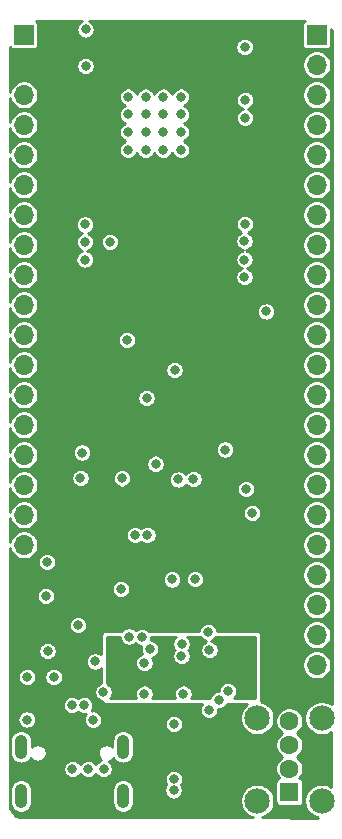
<source format=gbr>
%TF.GenerationSoftware,KiCad,Pcbnew,5.1.10-88a1d61d58~90~ubuntu20.04.1*%
%TF.CreationDate,2021-07-14T19:36:45+05:30*%
%TF.ProjectId,USBee32-S2,55534265-6533-4322-9d53-322e6b696361,rev?*%
%TF.SameCoordinates,Original*%
%TF.FileFunction,Copper,L3,Inr*%
%TF.FilePolarity,Positive*%
%FSLAX46Y46*%
G04 Gerber Fmt 4.6, Leading zero omitted, Abs format (unit mm)*
G04 Created by KiCad (PCBNEW 5.1.10-88a1d61d58~90~ubuntu20.04.1) date 2021-07-14 19:36:45*
%MOMM*%
%LPD*%
G01*
G04 APERTURE LIST*
%TA.AperFunction,ComponentPad*%
%ADD10O,1.050000X2.100000*%
%TD*%
%TA.AperFunction,ComponentPad*%
%ADD11C,2.150000*%
%TD*%
%TA.AperFunction,ComponentPad*%
%ADD12R,1.600000X1.600000*%
%TD*%
%TA.AperFunction,ComponentPad*%
%ADD13C,1.600000*%
%TD*%
%TA.AperFunction,ComponentPad*%
%ADD14O,1.700000X1.700000*%
%TD*%
%TA.AperFunction,ComponentPad*%
%ADD15R,1.700000X1.700000*%
%TD*%
%TA.AperFunction,ViaPad*%
%ADD16C,0.800000*%
%TD*%
%TA.AperFunction,Conductor*%
%ADD17C,0.254000*%
%TD*%
%TA.AperFunction,Conductor*%
%ADD18C,0.100000*%
%TD*%
G04 APERTURE END LIST*
D10*
X175827500Y-122459280D03*
X167187500Y-122459280D03*
X175827500Y-118279280D03*
X167187500Y-118279280D03*
D11*
X187192340Y-122854000D03*
X187192340Y-115854000D03*
X192632340Y-115854000D03*
X192632340Y-122854000D03*
D12*
X189912340Y-122124000D03*
D13*
X189912340Y-120124000D03*
X189912340Y-118124000D03*
X189912340Y-116124000D03*
D14*
X192220000Y-111355000D03*
X192220000Y-108815000D03*
X192220000Y-106275000D03*
X192220000Y-103735000D03*
X192220000Y-101195000D03*
X192220000Y-98655000D03*
X192220000Y-96115000D03*
X192220000Y-93575000D03*
X192220000Y-91035000D03*
X192220000Y-88495000D03*
X192220000Y-85955000D03*
X192220000Y-83415000D03*
X192220000Y-80875000D03*
X192220000Y-78335000D03*
X192220000Y-75795000D03*
X192220000Y-73255000D03*
X192220000Y-70715000D03*
X192220000Y-68175000D03*
X192220000Y-65635000D03*
X192220000Y-63095000D03*
X192220000Y-60555000D03*
D15*
X192220000Y-58015000D03*
D14*
X167430000Y-101195000D03*
X167430000Y-98655000D03*
X167430000Y-96115000D03*
X167430000Y-93575000D03*
X167430000Y-91035000D03*
X167430000Y-88495000D03*
X167430000Y-85955000D03*
X167430000Y-83415000D03*
X167430000Y-80875000D03*
X167430000Y-78335000D03*
X167430000Y-75795000D03*
X167430000Y-73255000D03*
X167430000Y-70715000D03*
X167430000Y-68175000D03*
X167430000Y-65635000D03*
X167430000Y-63095000D03*
X167430000Y-60555000D03*
D15*
X167430000Y-58015000D03*
D16*
X176234700Y-63246300D03*
X177734700Y-63246300D03*
X179234700Y-63246300D03*
X180734700Y-63246300D03*
X176234700Y-64746300D03*
X177734700Y-64746300D03*
X179234700Y-64746300D03*
X180734700Y-64746300D03*
X176234700Y-66246300D03*
X177734700Y-66246300D03*
X179234700Y-66246300D03*
X180734700Y-66246300D03*
X176234700Y-67746300D03*
X177734700Y-67746300D03*
X179234700Y-67746300D03*
X180734700Y-67746300D03*
X186763314Y-98505486D03*
X172649100Y-57552500D03*
X178580000Y-94319000D03*
X169430920Y-110160980D03*
X177818000Y-88743700D03*
X175740280Y-95553440D03*
X169392820Y-102647660D03*
X187952600Y-81425960D03*
X184442320Y-93125200D03*
X180192500Y-86392900D03*
X176141600Y-83854200D03*
X172357000Y-93379200D03*
X169280000Y-105510000D03*
X177440000Y-109000000D03*
X167710000Y-112390000D03*
X169950000Y-112380000D03*
X175640010Y-104929043D03*
X176338580Y-108949020D03*
X180123180Y-121021640D03*
X180105400Y-121974140D03*
X180120640Y-116340420D03*
X178096260Y-109995500D03*
X183137656Y-110070011D03*
X174163310Y-113630240D03*
X186504800Y-89640320D03*
X186504800Y-87699760D03*
X186860400Y-99970500D03*
X186873100Y-101939000D03*
X169382660Y-100379440D03*
X179829680Y-82350520D03*
X180192500Y-88692900D03*
X176093340Y-88700520D03*
X172280800Y-83854200D03*
X186121260Y-59020620D03*
X172219522Y-95527722D03*
X186164440Y-63511340D03*
X181785480Y-95619480D03*
X186154280Y-65020100D03*
X180505320Y-95644880D03*
X181907400Y-104098000D03*
X179977000Y-104110700D03*
X167670000Y-115980000D03*
X173290000Y-115990000D03*
X172532500Y-114765000D03*
X177884660Y-100356200D03*
X177628900Y-113792800D03*
X171482500Y-114765000D03*
X176834660Y-100356200D03*
X177631440Y-111168980D03*
X185930285Y-110359085D03*
X180981700Y-112512640D03*
X171536979Y-120163021D03*
X174179679Y-120163021D03*
X172881739Y-120163021D03*
X184700710Y-113567190D03*
X183106860Y-115161040D03*
X183936169Y-114331731D03*
X172651644Y-60664000D03*
X172018614Y-107994756D03*
X186103482Y-78525280D03*
X186238100Y-96472920D03*
X172577980Y-77039380D03*
X172588140Y-75528080D03*
X172593220Y-74062500D03*
X174700390Y-75525540D03*
X173463300Y-111054680D03*
X186106020Y-77029220D03*
X186103480Y-75487440D03*
X186133960Y-74037100D03*
X180783888Y-109573401D03*
X183039100Y-108568020D03*
X180930900Y-113792800D03*
X180774659Y-110620359D03*
D17*
X191157304Y-56846678D02*
X191099289Y-56894289D01*
X191051678Y-56952304D01*
X191016299Y-57018492D01*
X190994513Y-57090311D01*
X190987157Y-57165000D01*
X190987157Y-58865000D01*
X190994513Y-58939689D01*
X191016299Y-59011508D01*
X191051678Y-59077696D01*
X191099289Y-59135711D01*
X191157304Y-59183322D01*
X191223492Y-59218701D01*
X191295311Y-59240487D01*
X191370000Y-59247843D01*
X193070000Y-59247843D01*
X193144689Y-59240487D01*
X193216508Y-59218701D01*
X193282696Y-59183322D01*
X193340711Y-59135711D01*
X193388322Y-59077696D01*
X193423701Y-59011508D01*
X193445487Y-58939689D01*
X193452843Y-58865000D01*
X193452843Y-57471213D01*
X193466612Y-57496677D01*
X193529718Y-57700542D01*
X193540245Y-57800695D01*
X193476919Y-114667213D01*
X193322015Y-114563710D01*
X193057040Y-114453953D01*
X192775743Y-114398000D01*
X192488937Y-114398000D01*
X192207640Y-114453953D01*
X191942665Y-114563710D01*
X191704194Y-114723051D01*
X191501391Y-114925854D01*
X191342050Y-115164325D01*
X191232293Y-115429300D01*
X191176340Y-115710597D01*
X191176340Y-115997403D01*
X191232293Y-116278700D01*
X191342050Y-116543675D01*
X191501391Y-116782146D01*
X191704194Y-116984949D01*
X191942665Y-117144290D01*
X192207640Y-117254047D01*
X192488937Y-117310000D01*
X192775743Y-117310000D01*
X193057040Y-117254047D01*
X193322015Y-117144290D01*
X193474274Y-117042554D01*
X193469130Y-121662009D01*
X193322015Y-121563710D01*
X193057040Y-121453953D01*
X192775743Y-121398000D01*
X192488937Y-121398000D01*
X192207640Y-121453953D01*
X191942665Y-121563710D01*
X191704194Y-121723051D01*
X191501391Y-121925854D01*
X191342050Y-122164325D01*
X191232293Y-122429300D01*
X191176340Y-122710597D01*
X191176340Y-122997403D01*
X191232293Y-123278700D01*
X191342050Y-123543675D01*
X191501391Y-123782146D01*
X191704194Y-123984949D01*
X191942665Y-124144290D01*
X192207640Y-124254047D01*
X192301745Y-124272765D01*
X187550254Y-124267331D01*
X187617040Y-124254047D01*
X187882015Y-124144290D01*
X188120486Y-123984949D01*
X188323289Y-123782146D01*
X188482630Y-123543675D01*
X188592387Y-123278700D01*
X188648340Y-122997403D01*
X188648340Y-122710597D01*
X188592387Y-122429300D01*
X188482630Y-122164325D01*
X188323289Y-121925854D01*
X188120486Y-121723051D01*
X187882015Y-121563710D01*
X187617040Y-121453953D01*
X187335743Y-121398000D01*
X187048937Y-121398000D01*
X186767640Y-121453953D01*
X186502665Y-121563710D01*
X186264194Y-121723051D01*
X186061391Y-121925854D01*
X185902050Y-122164325D01*
X185792293Y-122429300D01*
X185736340Y-122710597D01*
X185736340Y-122997403D01*
X185792293Y-123278700D01*
X185902050Y-123543675D01*
X186061391Y-123782146D01*
X186264194Y-123984949D01*
X186502665Y-124144290D01*
X186767640Y-124254047D01*
X186830286Y-124266508D01*
X167193431Y-124244050D01*
X166988158Y-124199865D01*
X166792481Y-124115400D01*
X166616933Y-123994534D01*
X166468206Y-123841874D01*
X166351962Y-123663232D01*
X166272630Y-123465416D01*
X166231205Y-123245175D01*
X166227043Y-123150832D01*
X166227023Y-121889780D01*
X166281500Y-121889780D01*
X166281501Y-123028781D01*
X166294611Y-123161887D01*
X166346417Y-123332668D01*
X166430545Y-123490062D01*
X166543763Y-123628018D01*
X166681719Y-123741236D01*
X166839113Y-123825364D01*
X167009894Y-123877170D01*
X167187500Y-123894663D01*
X167365107Y-123877170D01*
X167535888Y-123825364D01*
X167693282Y-123741236D01*
X167831238Y-123628018D01*
X167944456Y-123490062D01*
X168028584Y-123332668D01*
X168080390Y-123161887D01*
X168093500Y-123028781D01*
X168093500Y-121889780D01*
X174921500Y-121889780D01*
X174921501Y-123028781D01*
X174934611Y-123161887D01*
X174986417Y-123332668D01*
X175070545Y-123490062D01*
X175183763Y-123628018D01*
X175321719Y-123741236D01*
X175479113Y-123825364D01*
X175649894Y-123877170D01*
X175827500Y-123894663D01*
X176005107Y-123877170D01*
X176175888Y-123825364D01*
X176333282Y-123741236D01*
X176471238Y-123628018D01*
X176584456Y-123490062D01*
X176668584Y-123332668D01*
X176720390Y-123161887D01*
X176733500Y-123028781D01*
X176733500Y-121897218D01*
X179324400Y-121897218D01*
X179324400Y-122051062D01*
X179354413Y-122201949D01*
X179413287Y-122344082D01*
X179498758Y-122471999D01*
X179607541Y-122580782D01*
X179735458Y-122666253D01*
X179877591Y-122725127D01*
X180028478Y-122755140D01*
X180182322Y-122755140D01*
X180333209Y-122725127D01*
X180475342Y-122666253D01*
X180603259Y-122580782D01*
X180712042Y-122471999D01*
X180797513Y-122344082D01*
X180856387Y-122201949D01*
X180886400Y-122051062D01*
X180886400Y-121897218D01*
X180856387Y-121746331D01*
X180797513Y-121604198D01*
X180735371Y-121511195D01*
X180815293Y-121391582D01*
X180843286Y-121324000D01*
X188729497Y-121324000D01*
X188729497Y-122924000D01*
X188736853Y-122998689D01*
X188758639Y-123070508D01*
X188794018Y-123136696D01*
X188841629Y-123194711D01*
X188899644Y-123242322D01*
X188965832Y-123277701D01*
X189037651Y-123299487D01*
X189112340Y-123306843D01*
X190712340Y-123306843D01*
X190787029Y-123299487D01*
X190858848Y-123277701D01*
X190925036Y-123242322D01*
X190983051Y-123194711D01*
X191030662Y-123136696D01*
X191066041Y-123070508D01*
X191087827Y-122998689D01*
X191095183Y-122924000D01*
X191095183Y-121324000D01*
X191087827Y-121249311D01*
X191066041Y-121177492D01*
X191030662Y-121111304D01*
X190983051Y-121053289D01*
X190925036Y-121005678D01*
X190858848Y-120970299D01*
X190787029Y-120948513D01*
X190760614Y-120945911D01*
X190829682Y-120876843D01*
X190958928Y-120683413D01*
X191047954Y-120468485D01*
X191093340Y-120240318D01*
X191093340Y-120007682D01*
X191047954Y-119779515D01*
X190958928Y-119564587D01*
X190829682Y-119371157D01*
X190665183Y-119206658D01*
X190541477Y-119124000D01*
X190665183Y-119041342D01*
X190829682Y-118876843D01*
X190958928Y-118683413D01*
X191047954Y-118468485D01*
X191093340Y-118240318D01*
X191093340Y-118007682D01*
X191047954Y-117779515D01*
X190958928Y-117564587D01*
X190829682Y-117371157D01*
X190665183Y-117206658D01*
X190541477Y-117124000D01*
X190665183Y-117041342D01*
X190829682Y-116876843D01*
X190958928Y-116683413D01*
X191047954Y-116468485D01*
X191093340Y-116240318D01*
X191093340Y-116007682D01*
X191047954Y-115779515D01*
X190958928Y-115564587D01*
X190829682Y-115371157D01*
X190665183Y-115206658D01*
X190471753Y-115077412D01*
X190256825Y-114988386D01*
X190028658Y-114943000D01*
X189796022Y-114943000D01*
X189567855Y-114988386D01*
X189352927Y-115077412D01*
X189159497Y-115206658D01*
X188994998Y-115371157D01*
X188865752Y-115564587D01*
X188776726Y-115779515D01*
X188731340Y-116007682D01*
X188731340Y-116240318D01*
X188776726Y-116468485D01*
X188865752Y-116683413D01*
X188994998Y-116876843D01*
X189159497Y-117041342D01*
X189283203Y-117124000D01*
X189159497Y-117206658D01*
X188994998Y-117371157D01*
X188865752Y-117564587D01*
X188776726Y-117779515D01*
X188731340Y-118007682D01*
X188731340Y-118240318D01*
X188776726Y-118468485D01*
X188865752Y-118683413D01*
X188994998Y-118876843D01*
X189159497Y-119041342D01*
X189283203Y-119124000D01*
X189159497Y-119206658D01*
X188994998Y-119371157D01*
X188865752Y-119564587D01*
X188776726Y-119779515D01*
X188731340Y-120007682D01*
X188731340Y-120240318D01*
X188776726Y-120468485D01*
X188865752Y-120683413D01*
X188994998Y-120876843D01*
X189064066Y-120945911D01*
X189037651Y-120948513D01*
X188965832Y-120970299D01*
X188899644Y-121005678D01*
X188841629Y-121053289D01*
X188794018Y-121111304D01*
X188758639Y-121177492D01*
X188736853Y-121249311D01*
X188729497Y-121324000D01*
X180843286Y-121324000D01*
X180874167Y-121249449D01*
X180904180Y-121098562D01*
X180904180Y-120944718D01*
X180874167Y-120793831D01*
X180815293Y-120651698D01*
X180729822Y-120523781D01*
X180621039Y-120414998D01*
X180493122Y-120329527D01*
X180350989Y-120270653D01*
X180200102Y-120240640D01*
X180046258Y-120240640D01*
X179895371Y-120270653D01*
X179753238Y-120329527D01*
X179625321Y-120414998D01*
X179516538Y-120523781D01*
X179431067Y-120651698D01*
X179372193Y-120793831D01*
X179342180Y-120944718D01*
X179342180Y-121098562D01*
X179372193Y-121249449D01*
X179431067Y-121391582D01*
X179493209Y-121484585D01*
X179413287Y-121604198D01*
X179354413Y-121746331D01*
X179324400Y-121897218D01*
X176733500Y-121897218D01*
X176733500Y-121889779D01*
X176720390Y-121756673D01*
X176668584Y-121585892D01*
X176584456Y-121428498D01*
X176471238Y-121290542D01*
X176333281Y-121177324D01*
X176175887Y-121093196D01*
X176005106Y-121041390D01*
X175827500Y-121023897D01*
X175649893Y-121041390D01*
X175479112Y-121093196D01*
X175321718Y-121177324D01*
X175183762Y-121290542D01*
X175070544Y-121428499D01*
X174986416Y-121585893D01*
X174934610Y-121756674D01*
X174921500Y-121889780D01*
X168093500Y-121889780D01*
X168093500Y-121889779D01*
X168080390Y-121756673D01*
X168028584Y-121585892D01*
X167944456Y-121428498D01*
X167831238Y-121290542D01*
X167693281Y-121177324D01*
X167535887Y-121093196D01*
X167365106Y-121041390D01*
X167187500Y-121023897D01*
X167009893Y-121041390D01*
X166839112Y-121093196D01*
X166681718Y-121177324D01*
X166543762Y-121290542D01*
X166430544Y-121428499D01*
X166346416Y-121585893D01*
X166294610Y-121756674D01*
X166281500Y-121889780D01*
X166227023Y-121889780D01*
X166226995Y-120086099D01*
X170755979Y-120086099D01*
X170755979Y-120239943D01*
X170785992Y-120390830D01*
X170844866Y-120532963D01*
X170930337Y-120660880D01*
X171039120Y-120769663D01*
X171167037Y-120855134D01*
X171309170Y-120914008D01*
X171460057Y-120944021D01*
X171613901Y-120944021D01*
X171764788Y-120914008D01*
X171906921Y-120855134D01*
X172034838Y-120769663D01*
X172143621Y-120660880D01*
X172209359Y-120562496D01*
X172275097Y-120660880D01*
X172383880Y-120769663D01*
X172511797Y-120855134D01*
X172653930Y-120914008D01*
X172804817Y-120944021D01*
X172958661Y-120944021D01*
X173109548Y-120914008D01*
X173251681Y-120855134D01*
X173379598Y-120769663D01*
X173488381Y-120660880D01*
X173530709Y-120597531D01*
X173573037Y-120660880D01*
X173681820Y-120769663D01*
X173809737Y-120855134D01*
X173951870Y-120914008D01*
X174102757Y-120944021D01*
X174256601Y-120944021D01*
X174407488Y-120914008D01*
X174549621Y-120855134D01*
X174677538Y-120769663D01*
X174786321Y-120660880D01*
X174871792Y-120532963D01*
X174930666Y-120390830D01*
X174960679Y-120239943D01*
X174960679Y-120086099D01*
X174930666Y-119935212D01*
X174871792Y-119793079D01*
X174786321Y-119665162D01*
X174677538Y-119556379D01*
X174611142Y-119512015D01*
X174743758Y-119457084D01*
X174863485Y-119377085D01*
X174965305Y-119275265D01*
X175013440Y-119203225D01*
X175070545Y-119310062D01*
X175183763Y-119448018D01*
X175321719Y-119561236D01*
X175479113Y-119645364D01*
X175649894Y-119697170D01*
X175827500Y-119714663D01*
X176005107Y-119697170D01*
X176175888Y-119645364D01*
X176333282Y-119561236D01*
X176471238Y-119448018D01*
X176584456Y-119310062D01*
X176668584Y-119152668D01*
X176720390Y-118981887D01*
X176733500Y-118848781D01*
X176733500Y-117709779D01*
X176720390Y-117576673D01*
X176668584Y-117405892D01*
X176584456Y-117248498D01*
X176471238Y-117110542D01*
X176333281Y-116997324D01*
X176175887Y-116913196D01*
X176005106Y-116861390D01*
X175827500Y-116843897D01*
X175649893Y-116861390D01*
X175479112Y-116913196D01*
X175321718Y-116997324D01*
X175183762Y-117110542D01*
X175070544Y-117248499D01*
X174986416Y-117405893D01*
X174934610Y-117576674D01*
X174921500Y-117709780D01*
X174921501Y-118299491D01*
X174863485Y-118241475D01*
X174743758Y-118161476D01*
X174610725Y-118106372D01*
X174469497Y-118078280D01*
X174325503Y-118078280D01*
X174184275Y-118106372D01*
X174051242Y-118161476D01*
X173931515Y-118241475D01*
X173829695Y-118343295D01*
X173749696Y-118463022D01*
X173694592Y-118596055D01*
X173666500Y-118737283D01*
X173666500Y-118881277D01*
X173694592Y-119022505D01*
X173749696Y-119155538D01*
X173829695Y-119275265D01*
X173931515Y-119377085D01*
X173976491Y-119407137D01*
X173951870Y-119412034D01*
X173809737Y-119470908D01*
X173681820Y-119556379D01*
X173573037Y-119665162D01*
X173530709Y-119728511D01*
X173488381Y-119665162D01*
X173379598Y-119556379D01*
X173251681Y-119470908D01*
X173109548Y-119412034D01*
X172958661Y-119382021D01*
X172804817Y-119382021D01*
X172653930Y-119412034D01*
X172511797Y-119470908D01*
X172383880Y-119556379D01*
X172275097Y-119665162D01*
X172209359Y-119763546D01*
X172143621Y-119665162D01*
X172034838Y-119556379D01*
X171906921Y-119470908D01*
X171764788Y-119412034D01*
X171613901Y-119382021D01*
X171460057Y-119382021D01*
X171309170Y-119412034D01*
X171167037Y-119470908D01*
X171039120Y-119556379D01*
X170930337Y-119665162D01*
X170844866Y-119793079D01*
X170785992Y-119935212D01*
X170755979Y-120086099D01*
X166226995Y-120086099D01*
X166226957Y-117709780D01*
X166281500Y-117709780D01*
X166281501Y-118848781D01*
X166294611Y-118981887D01*
X166346417Y-119152668D01*
X166430545Y-119310062D01*
X166543763Y-119448018D01*
X166681719Y-119561236D01*
X166839113Y-119645364D01*
X167009894Y-119697170D01*
X167187500Y-119714663D01*
X167365107Y-119697170D01*
X167535888Y-119645364D01*
X167693282Y-119561236D01*
X167831238Y-119448018D01*
X167944456Y-119310062D01*
X168001560Y-119203226D01*
X168049695Y-119275265D01*
X168151515Y-119377085D01*
X168271242Y-119457084D01*
X168404275Y-119512188D01*
X168545503Y-119540280D01*
X168689497Y-119540280D01*
X168830725Y-119512188D01*
X168963758Y-119457084D01*
X169083485Y-119377085D01*
X169185305Y-119275265D01*
X169265304Y-119155538D01*
X169320408Y-119022505D01*
X169348500Y-118881277D01*
X169348500Y-118737283D01*
X169320408Y-118596055D01*
X169265304Y-118463022D01*
X169185305Y-118343295D01*
X169083485Y-118241475D01*
X168963758Y-118161476D01*
X168830725Y-118106372D01*
X168689497Y-118078280D01*
X168545503Y-118078280D01*
X168404275Y-118106372D01*
X168271242Y-118161476D01*
X168151515Y-118241475D01*
X168093500Y-118299490D01*
X168093500Y-117709779D01*
X168080390Y-117576673D01*
X168028584Y-117405892D01*
X167944456Y-117248498D01*
X167831238Y-117110542D01*
X167693281Y-116997324D01*
X167535887Y-116913196D01*
X167365106Y-116861390D01*
X167187500Y-116843897D01*
X167009893Y-116861390D01*
X166839112Y-116913196D01*
X166681718Y-116997324D01*
X166543762Y-117110542D01*
X166430544Y-117248499D01*
X166346416Y-117405893D01*
X166294610Y-117576674D01*
X166281500Y-117709780D01*
X166226957Y-117709780D01*
X166226928Y-115903078D01*
X166889000Y-115903078D01*
X166889000Y-116056922D01*
X166919013Y-116207809D01*
X166977887Y-116349942D01*
X167063358Y-116477859D01*
X167172141Y-116586642D01*
X167300058Y-116672113D01*
X167442191Y-116730987D01*
X167593078Y-116761000D01*
X167746922Y-116761000D01*
X167897809Y-116730987D01*
X168039942Y-116672113D01*
X168167859Y-116586642D01*
X168276642Y-116477859D01*
X168362113Y-116349942D01*
X168420987Y-116207809D01*
X168451000Y-116056922D01*
X168451000Y-115903078D01*
X168420987Y-115752191D01*
X168362113Y-115610058D01*
X168276642Y-115482141D01*
X168167859Y-115373358D01*
X168039942Y-115287887D01*
X167897809Y-115229013D01*
X167746922Y-115199000D01*
X167593078Y-115199000D01*
X167442191Y-115229013D01*
X167300058Y-115287887D01*
X167172141Y-115373358D01*
X167063358Y-115482141D01*
X166977887Y-115610058D01*
X166919013Y-115752191D01*
X166889000Y-115903078D01*
X166226928Y-115903078D01*
X166226909Y-114688078D01*
X170701500Y-114688078D01*
X170701500Y-114841922D01*
X170731513Y-114992809D01*
X170790387Y-115134942D01*
X170875858Y-115262859D01*
X170984641Y-115371642D01*
X171112558Y-115457113D01*
X171254691Y-115515987D01*
X171405578Y-115546000D01*
X171559422Y-115546000D01*
X171710309Y-115515987D01*
X171852442Y-115457113D01*
X171980359Y-115371642D01*
X172007500Y-115344501D01*
X172034641Y-115371642D01*
X172162558Y-115457113D01*
X172304691Y-115515987D01*
X172455578Y-115546000D01*
X172609422Y-115546000D01*
X172653187Y-115537295D01*
X172597887Y-115620058D01*
X172539013Y-115762191D01*
X172509000Y-115913078D01*
X172509000Y-116066922D01*
X172539013Y-116217809D01*
X172597887Y-116359942D01*
X172683358Y-116487859D01*
X172792141Y-116596642D01*
X172920058Y-116682113D01*
X173062191Y-116740987D01*
X173213078Y-116771000D01*
X173366922Y-116771000D01*
X173517809Y-116740987D01*
X173659942Y-116682113D01*
X173787859Y-116596642D01*
X173896642Y-116487859D01*
X173982113Y-116359942D01*
X174022061Y-116263498D01*
X179339640Y-116263498D01*
X179339640Y-116417342D01*
X179369653Y-116568229D01*
X179428527Y-116710362D01*
X179513998Y-116838279D01*
X179622781Y-116947062D01*
X179750698Y-117032533D01*
X179892831Y-117091407D01*
X180043718Y-117121420D01*
X180197562Y-117121420D01*
X180348449Y-117091407D01*
X180490582Y-117032533D01*
X180618499Y-116947062D01*
X180727282Y-116838279D01*
X180812753Y-116710362D01*
X180871627Y-116568229D01*
X180901640Y-116417342D01*
X180901640Y-116263498D01*
X180871627Y-116112611D01*
X180812753Y-115970478D01*
X180727282Y-115842561D01*
X180618499Y-115733778D01*
X180490582Y-115648307D01*
X180348449Y-115589433D01*
X180197562Y-115559420D01*
X180043718Y-115559420D01*
X179892831Y-115589433D01*
X179750698Y-115648307D01*
X179622781Y-115733778D01*
X179513998Y-115842561D01*
X179428527Y-115970478D01*
X179369653Y-116112611D01*
X179339640Y-116263498D01*
X174022061Y-116263498D01*
X174040987Y-116217809D01*
X174071000Y-116066922D01*
X174071000Y-115913078D01*
X174040987Y-115762191D01*
X173982113Y-115620058D01*
X173896642Y-115492141D01*
X173787859Y-115383358D01*
X173659942Y-115297887D01*
X173517809Y-115239013D01*
X173366922Y-115209000D01*
X173213078Y-115209000D01*
X173169313Y-115217705D01*
X173224613Y-115134942D01*
X173283487Y-114992809D01*
X173313500Y-114841922D01*
X173313500Y-114688078D01*
X173283487Y-114537191D01*
X173224613Y-114395058D01*
X173139142Y-114267141D01*
X173030359Y-114158358D01*
X172902442Y-114072887D01*
X172760309Y-114014013D01*
X172609422Y-113984000D01*
X172455578Y-113984000D01*
X172304691Y-114014013D01*
X172162558Y-114072887D01*
X172034641Y-114158358D01*
X172007500Y-114185499D01*
X171980359Y-114158358D01*
X171852442Y-114072887D01*
X171710309Y-114014013D01*
X171559422Y-113984000D01*
X171405578Y-113984000D01*
X171254691Y-114014013D01*
X171112558Y-114072887D01*
X170984641Y-114158358D01*
X170875858Y-114267141D01*
X170790387Y-114395058D01*
X170731513Y-114537191D01*
X170701500Y-114688078D01*
X166226909Y-114688078D01*
X166226871Y-112313078D01*
X166929000Y-112313078D01*
X166929000Y-112466922D01*
X166959013Y-112617809D01*
X167017887Y-112759942D01*
X167103358Y-112887859D01*
X167212141Y-112996642D01*
X167340058Y-113082113D01*
X167482191Y-113140987D01*
X167633078Y-113171000D01*
X167786922Y-113171000D01*
X167937809Y-113140987D01*
X168079942Y-113082113D01*
X168207859Y-112996642D01*
X168316642Y-112887859D01*
X168402113Y-112759942D01*
X168460987Y-112617809D01*
X168491000Y-112466922D01*
X168491000Y-112313078D01*
X168489011Y-112303078D01*
X169169000Y-112303078D01*
X169169000Y-112456922D01*
X169199013Y-112607809D01*
X169257887Y-112749942D01*
X169343358Y-112877859D01*
X169452141Y-112986642D01*
X169580058Y-113072113D01*
X169722191Y-113130987D01*
X169873078Y-113161000D01*
X170026922Y-113161000D01*
X170177809Y-113130987D01*
X170319942Y-113072113D01*
X170447859Y-112986642D01*
X170556642Y-112877859D01*
X170642113Y-112749942D01*
X170700987Y-112607809D01*
X170731000Y-112456922D01*
X170731000Y-112303078D01*
X170700987Y-112152191D01*
X170642113Y-112010058D01*
X170556642Y-111882141D01*
X170447859Y-111773358D01*
X170319942Y-111687887D01*
X170177809Y-111629013D01*
X170026922Y-111599000D01*
X169873078Y-111599000D01*
X169722191Y-111629013D01*
X169580058Y-111687887D01*
X169452141Y-111773358D01*
X169343358Y-111882141D01*
X169257887Y-112010058D01*
X169199013Y-112152191D01*
X169169000Y-112303078D01*
X168489011Y-112303078D01*
X168460987Y-112162191D01*
X168402113Y-112020058D01*
X168316642Y-111892141D01*
X168207859Y-111783358D01*
X168079942Y-111697887D01*
X167937809Y-111639013D01*
X167786922Y-111609000D01*
X167633078Y-111609000D01*
X167482191Y-111639013D01*
X167340058Y-111697887D01*
X167212141Y-111783358D01*
X167103358Y-111892141D01*
X167017887Y-112020058D01*
X166959013Y-112162191D01*
X166929000Y-112313078D01*
X166226871Y-112313078D01*
X166226851Y-110977758D01*
X172682300Y-110977758D01*
X172682300Y-111131602D01*
X172712313Y-111282489D01*
X172771187Y-111424622D01*
X172856658Y-111552539D01*
X172965441Y-111661322D01*
X173093358Y-111746793D01*
X173235491Y-111805667D01*
X173386378Y-111835680D01*
X173540222Y-111835680D01*
X173691109Y-111805667D01*
X173833242Y-111746793D01*
X173961159Y-111661322D01*
X173976861Y-111645620D01*
X173975465Y-112871304D01*
X173935501Y-112879253D01*
X173793368Y-112938127D01*
X173665451Y-113023598D01*
X173556668Y-113132381D01*
X173471197Y-113260298D01*
X173412323Y-113402431D01*
X173382310Y-113553318D01*
X173382310Y-113707162D01*
X173412323Y-113858049D01*
X173471197Y-114000182D01*
X173556668Y-114128099D01*
X173665451Y-114236882D01*
X173793368Y-114322353D01*
X173935501Y-114381227D01*
X173986882Y-114391447D01*
X174002842Y-114444062D01*
X174038050Y-114509932D01*
X174085432Y-114567668D01*
X174143168Y-114615050D01*
X174209038Y-114650258D01*
X174280511Y-114671939D01*
X174354840Y-114679260D01*
X182489474Y-114679260D01*
X182414747Y-114791098D01*
X182355873Y-114933231D01*
X182325860Y-115084118D01*
X182325860Y-115237962D01*
X182355873Y-115388849D01*
X182414747Y-115530982D01*
X182500218Y-115658899D01*
X182609001Y-115767682D01*
X182736918Y-115853153D01*
X182879051Y-115912027D01*
X183029938Y-115942040D01*
X183183782Y-115942040D01*
X183334669Y-115912027D01*
X183476802Y-115853153D01*
X183604719Y-115767682D01*
X183713502Y-115658899D01*
X183798973Y-115530982D01*
X183857847Y-115388849D01*
X183887860Y-115237962D01*
X183887860Y-115112731D01*
X184013091Y-115112731D01*
X184163978Y-115082718D01*
X184306111Y-115023844D01*
X184434028Y-114938373D01*
X184542811Y-114829590D01*
X184628282Y-114701673D01*
X184637566Y-114679260D01*
X186329732Y-114679260D01*
X186264194Y-114723051D01*
X186061391Y-114925854D01*
X185902050Y-115164325D01*
X185792293Y-115429300D01*
X185736340Y-115710597D01*
X185736340Y-115997403D01*
X185792293Y-116278700D01*
X185902050Y-116543675D01*
X186061391Y-116782146D01*
X186264194Y-116984949D01*
X186502665Y-117144290D01*
X186767640Y-117254047D01*
X187048937Y-117310000D01*
X187335743Y-117310000D01*
X187617040Y-117254047D01*
X187882015Y-117144290D01*
X188120486Y-116984949D01*
X188323289Y-116782146D01*
X188482630Y-116543675D01*
X188592387Y-116278700D01*
X188648340Y-115997403D01*
X188648340Y-115710597D01*
X188592387Y-115429300D01*
X188482630Y-115164325D01*
X188323289Y-114925854D01*
X188120486Y-114723051D01*
X187882015Y-114563710D01*
X187617040Y-114453953D01*
X187483021Y-114427295D01*
X187499554Y-114373015D01*
X187506960Y-114298694D01*
X187510451Y-111233757D01*
X190989000Y-111233757D01*
X190989000Y-111476243D01*
X191036307Y-111714069D01*
X191129102Y-111938097D01*
X191263820Y-112139717D01*
X191435283Y-112311180D01*
X191636903Y-112445898D01*
X191860931Y-112538693D01*
X192098757Y-112586000D01*
X192341243Y-112586000D01*
X192579069Y-112538693D01*
X192803097Y-112445898D01*
X193004717Y-112311180D01*
X193176180Y-112139717D01*
X193310898Y-111938097D01*
X193403693Y-111714069D01*
X193451000Y-111476243D01*
X193451000Y-111233757D01*
X193403693Y-110995931D01*
X193310898Y-110771903D01*
X193176180Y-110570283D01*
X193004717Y-110398820D01*
X192803097Y-110264102D01*
X192579069Y-110171307D01*
X192341243Y-110124000D01*
X192098757Y-110124000D01*
X191860931Y-110171307D01*
X191636903Y-110264102D01*
X191435283Y-110398820D01*
X191263820Y-110570283D01*
X191129102Y-110771903D01*
X191036307Y-110995931D01*
X190989000Y-111233757D01*
X187510451Y-111233757D01*
X187513180Y-108838074D01*
X187505859Y-108763311D01*
X187484761Y-108693757D01*
X190989000Y-108693757D01*
X190989000Y-108936243D01*
X191036307Y-109174069D01*
X191129102Y-109398097D01*
X191263820Y-109599717D01*
X191435283Y-109771180D01*
X191636903Y-109905898D01*
X191860931Y-109998693D01*
X192098757Y-110046000D01*
X192341243Y-110046000D01*
X192579069Y-109998693D01*
X192803097Y-109905898D01*
X193004717Y-109771180D01*
X193176180Y-109599717D01*
X193310898Y-109398097D01*
X193403693Y-109174069D01*
X193451000Y-108936243D01*
X193451000Y-108693757D01*
X193403693Y-108455931D01*
X193310898Y-108231903D01*
X193176180Y-108030283D01*
X193004717Y-107858820D01*
X192803097Y-107724102D01*
X192579069Y-107631307D01*
X192341243Y-107584000D01*
X192098757Y-107584000D01*
X191860931Y-107631307D01*
X191636903Y-107724102D01*
X191435283Y-107858820D01*
X191263820Y-108030283D01*
X191129102Y-108231903D01*
X191036307Y-108455931D01*
X190989000Y-108693757D01*
X187484761Y-108693757D01*
X187484178Y-108691838D01*
X187448970Y-108625968D01*
X187401588Y-108568232D01*
X187343852Y-108520850D01*
X187277982Y-108485642D01*
X187206509Y-108463961D01*
X187132180Y-108456640D01*
X183813246Y-108456640D01*
X183790087Y-108340211D01*
X183731213Y-108198078D01*
X183645742Y-108070161D01*
X183536959Y-107961378D01*
X183409042Y-107875907D01*
X183266909Y-107817033D01*
X183116022Y-107787020D01*
X182962178Y-107787020D01*
X182811291Y-107817033D01*
X182669158Y-107875907D01*
X182541241Y-107961378D01*
X182432458Y-108070161D01*
X182346987Y-108198078D01*
X182288113Y-108340211D01*
X182264954Y-108456640D01*
X178001141Y-108456640D01*
X177937859Y-108393358D01*
X177809942Y-108307887D01*
X177667809Y-108249013D01*
X177516922Y-108219000D01*
X177363078Y-108219000D01*
X177212191Y-108249013D01*
X177070058Y-108307887D01*
X176942141Y-108393358D01*
X176914780Y-108420719D01*
X176836439Y-108342378D01*
X176708522Y-108256907D01*
X176566389Y-108198033D01*
X176415502Y-108168020D01*
X176261658Y-108168020D01*
X176110771Y-108198033D01*
X175968638Y-108256907D01*
X175840721Y-108342378D01*
X175731938Y-108451161D01*
X175728277Y-108456640D01*
X174361060Y-108456640D01*
X174287156Y-108463876D01*
X174215659Y-108485476D01*
X174149749Y-108520609D01*
X174091959Y-108567926D01*
X174044511Y-108625607D01*
X174009228Y-108691437D01*
X173987466Y-108762885D01*
X173980060Y-108837206D01*
X173978206Y-110465085D01*
X173961159Y-110448038D01*
X173833242Y-110362567D01*
X173691109Y-110303693D01*
X173540222Y-110273680D01*
X173386378Y-110273680D01*
X173235491Y-110303693D01*
X173093358Y-110362567D01*
X172965441Y-110448038D01*
X172856658Y-110556821D01*
X172771187Y-110684738D01*
X172712313Y-110826871D01*
X172682300Y-110977758D01*
X166226851Y-110977758D01*
X166226836Y-110084058D01*
X168649920Y-110084058D01*
X168649920Y-110237902D01*
X168679933Y-110388789D01*
X168738807Y-110530922D01*
X168824278Y-110658839D01*
X168933061Y-110767622D01*
X169060978Y-110853093D01*
X169203111Y-110911967D01*
X169353998Y-110941980D01*
X169507842Y-110941980D01*
X169658729Y-110911967D01*
X169800862Y-110853093D01*
X169928779Y-110767622D01*
X170037562Y-110658839D01*
X170123033Y-110530922D01*
X170181907Y-110388789D01*
X170211920Y-110237902D01*
X170211920Y-110084058D01*
X170181907Y-109933171D01*
X170123033Y-109791038D01*
X170037562Y-109663121D01*
X169928779Y-109554338D01*
X169800862Y-109468867D01*
X169658729Y-109409993D01*
X169507842Y-109379980D01*
X169353998Y-109379980D01*
X169203111Y-109409993D01*
X169060978Y-109468867D01*
X168933061Y-109554338D01*
X168824278Y-109663121D01*
X168738807Y-109791038D01*
X168679933Y-109933171D01*
X168649920Y-110084058D01*
X166226836Y-110084058D01*
X166226802Y-107917834D01*
X171237614Y-107917834D01*
X171237614Y-108071678D01*
X171267627Y-108222565D01*
X171326501Y-108364698D01*
X171411972Y-108492615D01*
X171520755Y-108601398D01*
X171648672Y-108686869D01*
X171790805Y-108745743D01*
X171941692Y-108775756D01*
X172095536Y-108775756D01*
X172246423Y-108745743D01*
X172388556Y-108686869D01*
X172516473Y-108601398D01*
X172625256Y-108492615D01*
X172710727Y-108364698D01*
X172769601Y-108222565D01*
X172799614Y-108071678D01*
X172799614Y-107917834D01*
X172769601Y-107766947D01*
X172710727Y-107624814D01*
X172625256Y-107496897D01*
X172516473Y-107388114D01*
X172388556Y-107302643D01*
X172246423Y-107243769D01*
X172095536Y-107213756D01*
X171941692Y-107213756D01*
X171790805Y-107243769D01*
X171648672Y-107302643D01*
X171520755Y-107388114D01*
X171411972Y-107496897D01*
X171326501Y-107624814D01*
X171267627Y-107766947D01*
X171237614Y-107917834D01*
X166226802Y-107917834D01*
X166226761Y-105433078D01*
X168499000Y-105433078D01*
X168499000Y-105586922D01*
X168529013Y-105737809D01*
X168587887Y-105879942D01*
X168673358Y-106007859D01*
X168782141Y-106116642D01*
X168910058Y-106202113D01*
X169052191Y-106260987D01*
X169203078Y-106291000D01*
X169356922Y-106291000D01*
X169507809Y-106260987D01*
X169649942Y-106202113D01*
X169722312Y-106153757D01*
X190989000Y-106153757D01*
X190989000Y-106396243D01*
X191036307Y-106634069D01*
X191129102Y-106858097D01*
X191263820Y-107059717D01*
X191435283Y-107231180D01*
X191636903Y-107365898D01*
X191860931Y-107458693D01*
X192098757Y-107506000D01*
X192341243Y-107506000D01*
X192579069Y-107458693D01*
X192803097Y-107365898D01*
X193004717Y-107231180D01*
X193176180Y-107059717D01*
X193310898Y-106858097D01*
X193403693Y-106634069D01*
X193451000Y-106396243D01*
X193451000Y-106153757D01*
X193403693Y-105915931D01*
X193310898Y-105691903D01*
X193176180Y-105490283D01*
X193004717Y-105318820D01*
X192803097Y-105184102D01*
X192579069Y-105091307D01*
X192341243Y-105044000D01*
X192098757Y-105044000D01*
X191860931Y-105091307D01*
X191636903Y-105184102D01*
X191435283Y-105318820D01*
X191263820Y-105490283D01*
X191129102Y-105691903D01*
X191036307Y-105915931D01*
X190989000Y-106153757D01*
X169722312Y-106153757D01*
X169777859Y-106116642D01*
X169886642Y-106007859D01*
X169972113Y-105879942D01*
X170030987Y-105737809D01*
X170061000Y-105586922D01*
X170061000Y-105433078D01*
X170030987Y-105282191D01*
X169972113Y-105140058D01*
X169886642Y-105012141D01*
X169777859Y-104903358D01*
X169701178Y-104852121D01*
X174859010Y-104852121D01*
X174859010Y-105005965D01*
X174889023Y-105156852D01*
X174947897Y-105298985D01*
X175033368Y-105426902D01*
X175142151Y-105535685D01*
X175270068Y-105621156D01*
X175412201Y-105680030D01*
X175563088Y-105710043D01*
X175716932Y-105710043D01*
X175867819Y-105680030D01*
X176009952Y-105621156D01*
X176137869Y-105535685D01*
X176246652Y-105426902D01*
X176332123Y-105298985D01*
X176390997Y-105156852D01*
X176421010Y-105005965D01*
X176421010Y-104852121D01*
X176390997Y-104701234D01*
X176332123Y-104559101D01*
X176246652Y-104431184D01*
X176137869Y-104322401D01*
X176009952Y-104236930D01*
X175867819Y-104178056D01*
X175716932Y-104148043D01*
X175563088Y-104148043D01*
X175412201Y-104178056D01*
X175270068Y-104236930D01*
X175142151Y-104322401D01*
X175033368Y-104431184D01*
X174947897Y-104559101D01*
X174889023Y-104701234D01*
X174859010Y-104852121D01*
X169701178Y-104852121D01*
X169649942Y-104817887D01*
X169507809Y-104759013D01*
X169356922Y-104729000D01*
X169203078Y-104729000D01*
X169052191Y-104759013D01*
X168910058Y-104817887D01*
X168782141Y-104903358D01*
X168673358Y-105012141D01*
X168587887Y-105140058D01*
X168529013Y-105282191D01*
X168499000Y-105433078D01*
X166226761Y-105433078D01*
X166226739Y-104033778D01*
X179196000Y-104033778D01*
X179196000Y-104187622D01*
X179226013Y-104338509D01*
X179284887Y-104480642D01*
X179370358Y-104608559D01*
X179479141Y-104717342D01*
X179607058Y-104802813D01*
X179749191Y-104861687D01*
X179900078Y-104891700D01*
X180053922Y-104891700D01*
X180204809Y-104861687D01*
X180346942Y-104802813D01*
X180474859Y-104717342D01*
X180583642Y-104608559D01*
X180669113Y-104480642D01*
X180727987Y-104338509D01*
X180758000Y-104187622D01*
X180758000Y-104033778D01*
X180755474Y-104021078D01*
X181126400Y-104021078D01*
X181126400Y-104174922D01*
X181156413Y-104325809D01*
X181215287Y-104467942D01*
X181300758Y-104595859D01*
X181409541Y-104704642D01*
X181537458Y-104790113D01*
X181679591Y-104848987D01*
X181830478Y-104879000D01*
X181984322Y-104879000D01*
X182135209Y-104848987D01*
X182277342Y-104790113D01*
X182405259Y-104704642D01*
X182514042Y-104595859D01*
X182599513Y-104467942D01*
X182658387Y-104325809D01*
X182688400Y-104174922D01*
X182688400Y-104021078D01*
X182658387Y-103870191D01*
X182599513Y-103728058D01*
X182523140Y-103613757D01*
X190989000Y-103613757D01*
X190989000Y-103856243D01*
X191036307Y-104094069D01*
X191129102Y-104318097D01*
X191263820Y-104519717D01*
X191435283Y-104691180D01*
X191636903Y-104825898D01*
X191860931Y-104918693D01*
X192098757Y-104966000D01*
X192341243Y-104966000D01*
X192579069Y-104918693D01*
X192803097Y-104825898D01*
X193004717Y-104691180D01*
X193176180Y-104519717D01*
X193310898Y-104318097D01*
X193403693Y-104094069D01*
X193451000Y-103856243D01*
X193451000Y-103613757D01*
X193403693Y-103375931D01*
X193310898Y-103151903D01*
X193176180Y-102950283D01*
X193004717Y-102778820D01*
X192803097Y-102644102D01*
X192579069Y-102551307D01*
X192341243Y-102504000D01*
X192098757Y-102504000D01*
X191860931Y-102551307D01*
X191636903Y-102644102D01*
X191435283Y-102778820D01*
X191263820Y-102950283D01*
X191129102Y-103151903D01*
X191036307Y-103375931D01*
X190989000Y-103613757D01*
X182523140Y-103613757D01*
X182514042Y-103600141D01*
X182405259Y-103491358D01*
X182277342Y-103405887D01*
X182135209Y-103347013D01*
X181984322Y-103317000D01*
X181830478Y-103317000D01*
X181679591Y-103347013D01*
X181537458Y-103405887D01*
X181409541Y-103491358D01*
X181300758Y-103600141D01*
X181215287Y-103728058D01*
X181156413Y-103870191D01*
X181126400Y-104021078D01*
X180755474Y-104021078D01*
X180727987Y-103882891D01*
X180669113Y-103740758D01*
X180583642Y-103612841D01*
X180474859Y-103504058D01*
X180346942Y-103418587D01*
X180204809Y-103359713D01*
X180053922Y-103329700D01*
X179900078Y-103329700D01*
X179749191Y-103359713D01*
X179607058Y-103418587D01*
X179479141Y-103504058D01*
X179370358Y-103612841D01*
X179284887Y-103740758D01*
X179226013Y-103882891D01*
X179196000Y-104033778D01*
X166226739Y-104033778D01*
X166226715Y-102570738D01*
X168611820Y-102570738D01*
X168611820Y-102724582D01*
X168641833Y-102875469D01*
X168700707Y-103017602D01*
X168786178Y-103145519D01*
X168894961Y-103254302D01*
X169022878Y-103339773D01*
X169165011Y-103398647D01*
X169315898Y-103428660D01*
X169469742Y-103428660D01*
X169620629Y-103398647D01*
X169762762Y-103339773D01*
X169890679Y-103254302D01*
X169999462Y-103145519D01*
X170084933Y-103017602D01*
X170143807Y-102875469D01*
X170173820Y-102724582D01*
X170173820Y-102570738D01*
X170143807Y-102419851D01*
X170084933Y-102277718D01*
X169999462Y-102149801D01*
X169890679Y-102041018D01*
X169762762Y-101955547D01*
X169620629Y-101896673D01*
X169469742Y-101866660D01*
X169315898Y-101866660D01*
X169165011Y-101896673D01*
X169022878Y-101955547D01*
X168894961Y-102041018D01*
X168786178Y-102149801D01*
X168700707Y-102277718D01*
X168641833Y-102419851D01*
X168611820Y-102570738D01*
X166226715Y-102570738D01*
X166226696Y-101455477D01*
X166246307Y-101554069D01*
X166339102Y-101778097D01*
X166473820Y-101979717D01*
X166645283Y-102151180D01*
X166846903Y-102285898D01*
X167070931Y-102378693D01*
X167308757Y-102426000D01*
X167551243Y-102426000D01*
X167789069Y-102378693D01*
X168013097Y-102285898D01*
X168214717Y-102151180D01*
X168386180Y-101979717D01*
X168520898Y-101778097D01*
X168613693Y-101554069D01*
X168661000Y-101316243D01*
X168661000Y-101073757D01*
X168613693Y-100835931D01*
X168520898Y-100611903D01*
X168386180Y-100410283D01*
X168255175Y-100279278D01*
X176053660Y-100279278D01*
X176053660Y-100433122D01*
X176083673Y-100584009D01*
X176142547Y-100726142D01*
X176228018Y-100854059D01*
X176336801Y-100962842D01*
X176464718Y-101048313D01*
X176606851Y-101107187D01*
X176757738Y-101137200D01*
X176911582Y-101137200D01*
X177062469Y-101107187D01*
X177204602Y-101048313D01*
X177332519Y-100962842D01*
X177359660Y-100935701D01*
X177386801Y-100962842D01*
X177514718Y-101048313D01*
X177656851Y-101107187D01*
X177807738Y-101137200D01*
X177961582Y-101137200D01*
X178112469Y-101107187D01*
X178193175Y-101073757D01*
X190989000Y-101073757D01*
X190989000Y-101316243D01*
X191036307Y-101554069D01*
X191129102Y-101778097D01*
X191263820Y-101979717D01*
X191435283Y-102151180D01*
X191636903Y-102285898D01*
X191860931Y-102378693D01*
X192098757Y-102426000D01*
X192341243Y-102426000D01*
X192579069Y-102378693D01*
X192803097Y-102285898D01*
X193004717Y-102151180D01*
X193176180Y-101979717D01*
X193310898Y-101778097D01*
X193403693Y-101554069D01*
X193451000Y-101316243D01*
X193451000Y-101073757D01*
X193403693Y-100835931D01*
X193310898Y-100611903D01*
X193176180Y-100410283D01*
X193004717Y-100238820D01*
X192803097Y-100104102D01*
X192579069Y-100011307D01*
X192341243Y-99964000D01*
X192098757Y-99964000D01*
X191860931Y-100011307D01*
X191636903Y-100104102D01*
X191435283Y-100238820D01*
X191263820Y-100410283D01*
X191129102Y-100611903D01*
X191036307Y-100835931D01*
X190989000Y-101073757D01*
X178193175Y-101073757D01*
X178254602Y-101048313D01*
X178382519Y-100962842D01*
X178491302Y-100854059D01*
X178576773Y-100726142D01*
X178635647Y-100584009D01*
X178665660Y-100433122D01*
X178665660Y-100279278D01*
X178635647Y-100128391D01*
X178576773Y-99986258D01*
X178491302Y-99858341D01*
X178382519Y-99749558D01*
X178254602Y-99664087D01*
X178112469Y-99605213D01*
X177961582Y-99575200D01*
X177807738Y-99575200D01*
X177656851Y-99605213D01*
X177514718Y-99664087D01*
X177386801Y-99749558D01*
X177359660Y-99776699D01*
X177332519Y-99749558D01*
X177204602Y-99664087D01*
X177062469Y-99605213D01*
X176911582Y-99575200D01*
X176757738Y-99575200D01*
X176606851Y-99605213D01*
X176464718Y-99664087D01*
X176336801Y-99749558D01*
X176228018Y-99858341D01*
X176142547Y-99986258D01*
X176083673Y-100128391D01*
X176053660Y-100279278D01*
X168255175Y-100279278D01*
X168214717Y-100238820D01*
X168013097Y-100104102D01*
X167789069Y-100011307D01*
X167551243Y-99964000D01*
X167308757Y-99964000D01*
X167070931Y-100011307D01*
X166846903Y-100104102D01*
X166645283Y-100238820D01*
X166473820Y-100410283D01*
X166339102Y-100611903D01*
X166246307Y-100835931D01*
X166226687Y-100934565D01*
X166226655Y-98915272D01*
X166246307Y-99014069D01*
X166339102Y-99238097D01*
X166473820Y-99439717D01*
X166645283Y-99611180D01*
X166846903Y-99745898D01*
X167070931Y-99838693D01*
X167308757Y-99886000D01*
X167551243Y-99886000D01*
X167789069Y-99838693D01*
X168013097Y-99745898D01*
X168214717Y-99611180D01*
X168386180Y-99439717D01*
X168520898Y-99238097D01*
X168613693Y-99014069D01*
X168661000Y-98776243D01*
X168661000Y-98533757D01*
X168640076Y-98428564D01*
X185982314Y-98428564D01*
X185982314Y-98582408D01*
X186012327Y-98733295D01*
X186071201Y-98875428D01*
X186156672Y-99003345D01*
X186265455Y-99112128D01*
X186393372Y-99197599D01*
X186535505Y-99256473D01*
X186686392Y-99286486D01*
X186840236Y-99286486D01*
X186991123Y-99256473D01*
X187133256Y-99197599D01*
X187261173Y-99112128D01*
X187369956Y-99003345D01*
X187455427Y-98875428D01*
X187514301Y-98733295D01*
X187544314Y-98582408D01*
X187544314Y-98533757D01*
X190989000Y-98533757D01*
X190989000Y-98776243D01*
X191036307Y-99014069D01*
X191129102Y-99238097D01*
X191263820Y-99439717D01*
X191435283Y-99611180D01*
X191636903Y-99745898D01*
X191860931Y-99838693D01*
X192098757Y-99886000D01*
X192341243Y-99886000D01*
X192579069Y-99838693D01*
X192803097Y-99745898D01*
X193004717Y-99611180D01*
X193176180Y-99439717D01*
X193310898Y-99238097D01*
X193403693Y-99014069D01*
X193451000Y-98776243D01*
X193451000Y-98533757D01*
X193403693Y-98295931D01*
X193310898Y-98071903D01*
X193176180Y-97870283D01*
X193004717Y-97698820D01*
X192803097Y-97564102D01*
X192579069Y-97471307D01*
X192341243Y-97424000D01*
X192098757Y-97424000D01*
X191860931Y-97471307D01*
X191636903Y-97564102D01*
X191435283Y-97698820D01*
X191263820Y-97870283D01*
X191129102Y-98071903D01*
X191036307Y-98295931D01*
X190989000Y-98533757D01*
X187544314Y-98533757D01*
X187544314Y-98428564D01*
X187514301Y-98277677D01*
X187455427Y-98135544D01*
X187369956Y-98007627D01*
X187261173Y-97898844D01*
X187133256Y-97813373D01*
X186991123Y-97754499D01*
X186840236Y-97724486D01*
X186686392Y-97724486D01*
X186535505Y-97754499D01*
X186393372Y-97813373D01*
X186265455Y-97898844D01*
X186156672Y-98007627D01*
X186071201Y-98135544D01*
X186012327Y-98277677D01*
X185982314Y-98428564D01*
X168640076Y-98428564D01*
X168613693Y-98295931D01*
X168520898Y-98071903D01*
X168386180Y-97870283D01*
X168214717Y-97698820D01*
X168013097Y-97564102D01*
X167789069Y-97471307D01*
X167551243Y-97424000D01*
X167308757Y-97424000D01*
X167070931Y-97471307D01*
X166846903Y-97564102D01*
X166645283Y-97698820D01*
X166473820Y-97870283D01*
X166339102Y-98071903D01*
X166246307Y-98295931D01*
X166226647Y-98394769D01*
X166226614Y-96375068D01*
X166246307Y-96474069D01*
X166339102Y-96698097D01*
X166473820Y-96899717D01*
X166645283Y-97071180D01*
X166846903Y-97205898D01*
X167070931Y-97298693D01*
X167308757Y-97346000D01*
X167551243Y-97346000D01*
X167789069Y-97298693D01*
X168013097Y-97205898D01*
X168214717Y-97071180D01*
X168386180Y-96899717D01*
X168520898Y-96698097D01*
X168613693Y-96474069D01*
X168661000Y-96236243D01*
X168661000Y-95993757D01*
X168613693Y-95755931D01*
X168520898Y-95531903D01*
X168466707Y-95450800D01*
X171438522Y-95450800D01*
X171438522Y-95604644D01*
X171468535Y-95755531D01*
X171527409Y-95897664D01*
X171612880Y-96025581D01*
X171721663Y-96134364D01*
X171849580Y-96219835D01*
X171991713Y-96278709D01*
X172142600Y-96308722D01*
X172296444Y-96308722D01*
X172447331Y-96278709D01*
X172589464Y-96219835D01*
X172717381Y-96134364D01*
X172826164Y-96025581D01*
X172911635Y-95897664D01*
X172970509Y-95755531D01*
X173000522Y-95604644D01*
X173000522Y-95476518D01*
X174959280Y-95476518D01*
X174959280Y-95630362D01*
X174989293Y-95781249D01*
X175048167Y-95923382D01*
X175133638Y-96051299D01*
X175242421Y-96160082D01*
X175370338Y-96245553D01*
X175512471Y-96304427D01*
X175663358Y-96334440D01*
X175817202Y-96334440D01*
X175968089Y-96304427D01*
X176110222Y-96245553D01*
X176238139Y-96160082D01*
X176346922Y-96051299D01*
X176432393Y-95923382D01*
X176491267Y-95781249D01*
X176521280Y-95630362D01*
X176521280Y-95567958D01*
X179724320Y-95567958D01*
X179724320Y-95721802D01*
X179754333Y-95872689D01*
X179813207Y-96014822D01*
X179898678Y-96142739D01*
X180007461Y-96251522D01*
X180135378Y-96336993D01*
X180277511Y-96395867D01*
X180428398Y-96425880D01*
X180582242Y-96425880D01*
X180733129Y-96395867D01*
X180875262Y-96336993D01*
X181003179Y-96251522D01*
X181111962Y-96142739D01*
X181153886Y-96079995D01*
X181178838Y-96117339D01*
X181287621Y-96226122D01*
X181415538Y-96311593D01*
X181557671Y-96370467D01*
X181708558Y-96400480D01*
X181862402Y-96400480D01*
X181884934Y-96395998D01*
X185457100Y-96395998D01*
X185457100Y-96549842D01*
X185487113Y-96700729D01*
X185545987Y-96842862D01*
X185631458Y-96970779D01*
X185740241Y-97079562D01*
X185868158Y-97165033D01*
X186010291Y-97223907D01*
X186161178Y-97253920D01*
X186315022Y-97253920D01*
X186465909Y-97223907D01*
X186608042Y-97165033D01*
X186735959Y-97079562D01*
X186844742Y-96970779D01*
X186930213Y-96842862D01*
X186989087Y-96700729D01*
X187019100Y-96549842D01*
X187019100Y-96395998D01*
X186989087Y-96245111D01*
X186930213Y-96102978D01*
X186857235Y-95993757D01*
X190989000Y-95993757D01*
X190989000Y-96236243D01*
X191036307Y-96474069D01*
X191129102Y-96698097D01*
X191263820Y-96899717D01*
X191435283Y-97071180D01*
X191636903Y-97205898D01*
X191860931Y-97298693D01*
X192098757Y-97346000D01*
X192341243Y-97346000D01*
X192579069Y-97298693D01*
X192803097Y-97205898D01*
X193004717Y-97071180D01*
X193176180Y-96899717D01*
X193310898Y-96698097D01*
X193403693Y-96474069D01*
X193451000Y-96236243D01*
X193451000Y-95993757D01*
X193403693Y-95755931D01*
X193310898Y-95531903D01*
X193176180Y-95330283D01*
X193004717Y-95158820D01*
X192803097Y-95024102D01*
X192579069Y-94931307D01*
X192341243Y-94884000D01*
X192098757Y-94884000D01*
X191860931Y-94931307D01*
X191636903Y-95024102D01*
X191435283Y-95158820D01*
X191263820Y-95330283D01*
X191129102Y-95531903D01*
X191036307Y-95755931D01*
X190989000Y-95993757D01*
X186857235Y-95993757D01*
X186844742Y-95975061D01*
X186735959Y-95866278D01*
X186608042Y-95780807D01*
X186465909Y-95721933D01*
X186315022Y-95691920D01*
X186161178Y-95691920D01*
X186010291Y-95721933D01*
X185868158Y-95780807D01*
X185740241Y-95866278D01*
X185631458Y-95975061D01*
X185545987Y-96102978D01*
X185487113Y-96245111D01*
X185457100Y-96395998D01*
X181884934Y-96395998D01*
X182013289Y-96370467D01*
X182155422Y-96311593D01*
X182283339Y-96226122D01*
X182392122Y-96117339D01*
X182477593Y-95989422D01*
X182536467Y-95847289D01*
X182566480Y-95696402D01*
X182566480Y-95542558D01*
X182536467Y-95391671D01*
X182477593Y-95249538D01*
X182392122Y-95121621D01*
X182283339Y-95012838D01*
X182155422Y-94927367D01*
X182013289Y-94868493D01*
X181862402Y-94838480D01*
X181708558Y-94838480D01*
X181557671Y-94868493D01*
X181415538Y-94927367D01*
X181287621Y-95012838D01*
X181178838Y-95121621D01*
X181136914Y-95184365D01*
X181111962Y-95147021D01*
X181003179Y-95038238D01*
X180875262Y-94952767D01*
X180733129Y-94893893D01*
X180582242Y-94863880D01*
X180428398Y-94863880D01*
X180277511Y-94893893D01*
X180135378Y-94952767D01*
X180007461Y-95038238D01*
X179898678Y-95147021D01*
X179813207Y-95274938D01*
X179754333Y-95417071D01*
X179724320Y-95567958D01*
X176521280Y-95567958D01*
X176521280Y-95476518D01*
X176491267Y-95325631D01*
X176432393Y-95183498D01*
X176346922Y-95055581D01*
X176238139Y-94946798D01*
X176110222Y-94861327D01*
X175968089Y-94802453D01*
X175817202Y-94772440D01*
X175663358Y-94772440D01*
X175512471Y-94802453D01*
X175370338Y-94861327D01*
X175242421Y-94946798D01*
X175133638Y-95055581D01*
X175048167Y-95183498D01*
X174989293Y-95325631D01*
X174959280Y-95476518D01*
X173000522Y-95476518D01*
X173000522Y-95450800D01*
X172970509Y-95299913D01*
X172911635Y-95157780D01*
X172826164Y-95029863D01*
X172717381Y-94921080D01*
X172589464Y-94835609D01*
X172447331Y-94776735D01*
X172296444Y-94746722D01*
X172142600Y-94746722D01*
X171991713Y-94776735D01*
X171849580Y-94835609D01*
X171721663Y-94921080D01*
X171612880Y-95029863D01*
X171527409Y-95157780D01*
X171468535Y-95299913D01*
X171438522Y-95450800D01*
X168466707Y-95450800D01*
X168386180Y-95330283D01*
X168214717Y-95158820D01*
X168013097Y-95024102D01*
X167789069Y-94931307D01*
X167551243Y-94884000D01*
X167308757Y-94884000D01*
X167070931Y-94931307D01*
X166846903Y-95024102D01*
X166645283Y-95158820D01*
X166473820Y-95330283D01*
X166339102Y-95531903D01*
X166246307Y-95755931D01*
X166226606Y-95854974D01*
X166226574Y-93834864D01*
X166246307Y-93934069D01*
X166339102Y-94158097D01*
X166473820Y-94359717D01*
X166645283Y-94531180D01*
X166846903Y-94665898D01*
X167070931Y-94758693D01*
X167308757Y-94806000D01*
X167551243Y-94806000D01*
X167789069Y-94758693D01*
X168013097Y-94665898D01*
X168214717Y-94531180D01*
X168386180Y-94359717D01*
X168464783Y-94242078D01*
X177799000Y-94242078D01*
X177799000Y-94395922D01*
X177829013Y-94546809D01*
X177887887Y-94688942D01*
X177973358Y-94816859D01*
X178082141Y-94925642D01*
X178210058Y-95011113D01*
X178352191Y-95069987D01*
X178503078Y-95100000D01*
X178656922Y-95100000D01*
X178807809Y-95069987D01*
X178949942Y-95011113D01*
X179077859Y-94925642D01*
X179186642Y-94816859D01*
X179272113Y-94688942D01*
X179330987Y-94546809D01*
X179361000Y-94395922D01*
X179361000Y-94242078D01*
X179330987Y-94091191D01*
X179272113Y-93949058D01*
X179186642Y-93821141D01*
X179077859Y-93712358D01*
X178949942Y-93626887D01*
X178807809Y-93568013D01*
X178656922Y-93538000D01*
X178503078Y-93538000D01*
X178352191Y-93568013D01*
X178210058Y-93626887D01*
X178082141Y-93712358D01*
X177973358Y-93821141D01*
X177887887Y-93949058D01*
X177829013Y-94091191D01*
X177799000Y-94242078D01*
X168464783Y-94242078D01*
X168520898Y-94158097D01*
X168613693Y-93934069D01*
X168661000Y-93696243D01*
X168661000Y-93453757D01*
X168630869Y-93302278D01*
X171576000Y-93302278D01*
X171576000Y-93456122D01*
X171606013Y-93607009D01*
X171664887Y-93749142D01*
X171750358Y-93877059D01*
X171859141Y-93985842D01*
X171987058Y-94071313D01*
X172129191Y-94130187D01*
X172280078Y-94160200D01*
X172433922Y-94160200D01*
X172584809Y-94130187D01*
X172726942Y-94071313D01*
X172854859Y-93985842D01*
X172963642Y-93877059D01*
X173049113Y-93749142D01*
X173107987Y-93607009D01*
X173138000Y-93456122D01*
X173138000Y-93302278D01*
X173107987Y-93151391D01*
X173065276Y-93048278D01*
X183661320Y-93048278D01*
X183661320Y-93202122D01*
X183691333Y-93353009D01*
X183750207Y-93495142D01*
X183835678Y-93623059D01*
X183944461Y-93731842D01*
X184072378Y-93817313D01*
X184214511Y-93876187D01*
X184365398Y-93906200D01*
X184519242Y-93906200D01*
X184670129Y-93876187D01*
X184812262Y-93817313D01*
X184940179Y-93731842D01*
X185048962Y-93623059D01*
X185134433Y-93495142D01*
X185151575Y-93453757D01*
X190989000Y-93453757D01*
X190989000Y-93696243D01*
X191036307Y-93934069D01*
X191129102Y-94158097D01*
X191263820Y-94359717D01*
X191435283Y-94531180D01*
X191636903Y-94665898D01*
X191860931Y-94758693D01*
X192098757Y-94806000D01*
X192341243Y-94806000D01*
X192579069Y-94758693D01*
X192803097Y-94665898D01*
X193004717Y-94531180D01*
X193176180Y-94359717D01*
X193310898Y-94158097D01*
X193403693Y-93934069D01*
X193451000Y-93696243D01*
X193451000Y-93453757D01*
X193403693Y-93215931D01*
X193310898Y-92991903D01*
X193176180Y-92790283D01*
X193004717Y-92618820D01*
X192803097Y-92484102D01*
X192579069Y-92391307D01*
X192341243Y-92344000D01*
X192098757Y-92344000D01*
X191860931Y-92391307D01*
X191636903Y-92484102D01*
X191435283Y-92618820D01*
X191263820Y-92790283D01*
X191129102Y-92991903D01*
X191036307Y-93215931D01*
X190989000Y-93453757D01*
X185151575Y-93453757D01*
X185193307Y-93353009D01*
X185223320Y-93202122D01*
X185223320Y-93048278D01*
X185193307Y-92897391D01*
X185134433Y-92755258D01*
X185048962Y-92627341D01*
X184940179Y-92518558D01*
X184812262Y-92433087D01*
X184670129Y-92374213D01*
X184519242Y-92344200D01*
X184365398Y-92344200D01*
X184214511Y-92374213D01*
X184072378Y-92433087D01*
X183944461Y-92518558D01*
X183835678Y-92627341D01*
X183750207Y-92755258D01*
X183691333Y-92897391D01*
X183661320Y-93048278D01*
X173065276Y-93048278D01*
X173049113Y-93009258D01*
X172963642Y-92881341D01*
X172854859Y-92772558D01*
X172726942Y-92687087D01*
X172584809Y-92628213D01*
X172433922Y-92598200D01*
X172280078Y-92598200D01*
X172129191Y-92628213D01*
X171987058Y-92687087D01*
X171859141Y-92772558D01*
X171750358Y-92881341D01*
X171664887Y-93009258D01*
X171606013Y-93151391D01*
X171576000Y-93302278D01*
X168630869Y-93302278D01*
X168613693Y-93215931D01*
X168520898Y-92991903D01*
X168386180Y-92790283D01*
X168214717Y-92618820D01*
X168013097Y-92484102D01*
X167789069Y-92391307D01*
X167551243Y-92344000D01*
X167308757Y-92344000D01*
X167070931Y-92391307D01*
X166846903Y-92484102D01*
X166645283Y-92618820D01*
X166473820Y-92790283D01*
X166339102Y-92991903D01*
X166246307Y-93215931D01*
X166226565Y-93315178D01*
X166226533Y-91294660D01*
X166246307Y-91394069D01*
X166339102Y-91618097D01*
X166473820Y-91819717D01*
X166645283Y-91991180D01*
X166846903Y-92125898D01*
X167070931Y-92218693D01*
X167308757Y-92266000D01*
X167551243Y-92266000D01*
X167789069Y-92218693D01*
X168013097Y-92125898D01*
X168214717Y-91991180D01*
X168386180Y-91819717D01*
X168520898Y-91618097D01*
X168613693Y-91394069D01*
X168661000Y-91156243D01*
X168661000Y-90913757D01*
X190989000Y-90913757D01*
X190989000Y-91156243D01*
X191036307Y-91394069D01*
X191129102Y-91618097D01*
X191263820Y-91819717D01*
X191435283Y-91991180D01*
X191636903Y-92125898D01*
X191860931Y-92218693D01*
X192098757Y-92266000D01*
X192341243Y-92266000D01*
X192579069Y-92218693D01*
X192803097Y-92125898D01*
X193004717Y-91991180D01*
X193176180Y-91819717D01*
X193310898Y-91618097D01*
X193403693Y-91394069D01*
X193451000Y-91156243D01*
X193451000Y-90913757D01*
X193403693Y-90675931D01*
X193310898Y-90451903D01*
X193176180Y-90250283D01*
X193004717Y-90078820D01*
X192803097Y-89944102D01*
X192579069Y-89851307D01*
X192341243Y-89804000D01*
X192098757Y-89804000D01*
X191860931Y-89851307D01*
X191636903Y-89944102D01*
X191435283Y-90078820D01*
X191263820Y-90250283D01*
X191129102Y-90451903D01*
X191036307Y-90675931D01*
X190989000Y-90913757D01*
X168661000Y-90913757D01*
X168613693Y-90675931D01*
X168520898Y-90451903D01*
X168386180Y-90250283D01*
X168214717Y-90078820D01*
X168013097Y-89944102D01*
X167789069Y-89851307D01*
X167551243Y-89804000D01*
X167308757Y-89804000D01*
X167070931Y-89851307D01*
X166846903Y-89944102D01*
X166645283Y-90078820D01*
X166473820Y-90250283D01*
X166339102Y-90451903D01*
X166246307Y-90675931D01*
X166226525Y-90775382D01*
X166226492Y-88754455D01*
X166246307Y-88854069D01*
X166339102Y-89078097D01*
X166473820Y-89279717D01*
X166645283Y-89451180D01*
X166846903Y-89585898D01*
X167070931Y-89678693D01*
X167308757Y-89726000D01*
X167551243Y-89726000D01*
X167789069Y-89678693D01*
X168013097Y-89585898D01*
X168214717Y-89451180D01*
X168386180Y-89279717D01*
X168520898Y-89078097D01*
X168613693Y-88854069D01*
X168650947Y-88666778D01*
X177037000Y-88666778D01*
X177037000Y-88820622D01*
X177067013Y-88971509D01*
X177125887Y-89113642D01*
X177211358Y-89241559D01*
X177320141Y-89350342D01*
X177448058Y-89435813D01*
X177590191Y-89494687D01*
X177741078Y-89524700D01*
X177894922Y-89524700D01*
X178045809Y-89494687D01*
X178187942Y-89435813D01*
X178315859Y-89350342D01*
X178424642Y-89241559D01*
X178510113Y-89113642D01*
X178568987Y-88971509D01*
X178599000Y-88820622D01*
X178599000Y-88666778D01*
X178568987Y-88515891D01*
X178510113Y-88373758D01*
X178510113Y-88373757D01*
X190989000Y-88373757D01*
X190989000Y-88616243D01*
X191036307Y-88854069D01*
X191129102Y-89078097D01*
X191263820Y-89279717D01*
X191435283Y-89451180D01*
X191636903Y-89585898D01*
X191860931Y-89678693D01*
X192098757Y-89726000D01*
X192341243Y-89726000D01*
X192579069Y-89678693D01*
X192803097Y-89585898D01*
X193004717Y-89451180D01*
X193176180Y-89279717D01*
X193310898Y-89078097D01*
X193403693Y-88854069D01*
X193451000Y-88616243D01*
X193451000Y-88373757D01*
X193403693Y-88135931D01*
X193310898Y-87911903D01*
X193176180Y-87710283D01*
X193004717Y-87538820D01*
X192803097Y-87404102D01*
X192579069Y-87311307D01*
X192341243Y-87264000D01*
X192098757Y-87264000D01*
X191860931Y-87311307D01*
X191636903Y-87404102D01*
X191435283Y-87538820D01*
X191263820Y-87710283D01*
X191129102Y-87911903D01*
X191036307Y-88135931D01*
X190989000Y-88373757D01*
X178510113Y-88373757D01*
X178424642Y-88245841D01*
X178315859Y-88137058D01*
X178187942Y-88051587D01*
X178045809Y-87992713D01*
X177894922Y-87962700D01*
X177741078Y-87962700D01*
X177590191Y-87992713D01*
X177448058Y-88051587D01*
X177320141Y-88137058D01*
X177211358Y-88245841D01*
X177125887Y-88373758D01*
X177067013Y-88515891D01*
X177037000Y-88666778D01*
X168650947Y-88666778D01*
X168661000Y-88616243D01*
X168661000Y-88373757D01*
X168613693Y-88135931D01*
X168520898Y-87911903D01*
X168386180Y-87710283D01*
X168214717Y-87538820D01*
X168013097Y-87404102D01*
X167789069Y-87311307D01*
X167551243Y-87264000D01*
X167308757Y-87264000D01*
X167070931Y-87311307D01*
X166846903Y-87404102D01*
X166645283Y-87538820D01*
X166473820Y-87710283D01*
X166339102Y-87911903D01*
X166246307Y-88135931D01*
X166226484Y-88235586D01*
X166226452Y-86214251D01*
X166246307Y-86314069D01*
X166339102Y-86538097D01*
X166473820Y-86739717D01*
X166645283Y-86911180D01*
X166846903Y-87045898D01*
X167070931Y-87138693D01*
X167308757Y-87186000D01*
X167551243Y-87186000D01*
X167789069Y-87138693D01*
X168013097Y-87045898D01*
X168214717Y-86911180D01*
X168386180Y-86739717D01*
X168520898Y-86538097D01*
X168612902Y-86315978D01*
X179411500Y-86315978D01*
X179411500Y-86469822D01*
X179441513Y-86620709D01*
X179500387Y-86762842D01*
X179585858Y-86890759D01*
X179694641Y-86999542D01*
X179822558Y-87085013D01*
X179964691Y-87143887D01*
X180115578Y-87173900D01*
X180269422Y-87173900D01*
X180420309Y-87143887D01*
X180562442Y-87085013D01*
X180690359Y-86999542D01*
X180799142Y-86890759D01*
X180884613Y-86762842D01*
X180943487Y-86620709D01*
X180973500Y-86469822D01*
X180973500Y-86315978D01*
X180943487Y-86165091D01*
X180884613Y-86022958D01*
X180799142Y-85895041D01*
X180737858Y-85833757D01*
X190989000Y-85833757D01*
X190989000Y-86076243D01*
X191036307Y-86314069D01*
X191129102Y-86538097D01*
X191263820Y-86739717D01*
X191435283Y-86911180D01*
X191636903Y-87045898D01*
X191860931Y-87138693D01*
X192098757Y-87186000D01*
X192341243Y-87186000D01*
X192579069Y-87138693D01*
X192803097Y-87045898D01*
X193004717Y-86911180D01*
X193176180Y-86739717D01*
X193310898Y-86538097D01*
X193403693Y-86314069D01*
X193451000Y-86076243D01*
X193451000Y-85833757D01*
X193403693Y-85595931D01*
X193310898Y-85371903D01*
X193176180Y-85170283D01*
X193004717Y-84998820D01*
X192803097Y-84864102D01*
X192579069Y-84771307D01*
X192341243Y-84724000D01*
X192098757Y-84724000D01*
X191860931Y-84771307D01*
X191636903Y-84864102D01*
X191435283Y-84998820D01*
X191263820Y-85170283D01*
X191129102Y-85371903D01*
X191036307Y-85595931D01*
X190989000Y-85833757D01*
X180737858Y-85833757D01*
X180690359Y-85786258D01*
X180562442Y-85700787D01*
X180420309Y-85641913D01*
X180269422Y-85611900D01*
X180115578Y-85611900D01*
X179964691Y-85641913D01*
X179822558Y-85700787D01*
X179694641Y-85786258D01*
X179585858Y-85895041D01*
X179500387Y-86022958D01*
X179441513Y-86165091D01*
X179411500Y-86315978D01*
X168612902Y-86315978D01*
X168613693Y-86314069D01*
X168661000Y-86076243D01*
X168661000Y-85833757D01*
X168613693Y-85595931D01*
X168520898Y-85371903D01*
X168386180Y-85170283D01*
X168214717Y-84998820D01*
X168013097Y-84864102D01*
X167789069Y-84771307D01*
X167551243Y-84724000D01*
X167308757Y-84724000D01*
X167070931Y-84771307D01*
X166846903Y-84864102D01*
X166645283Y-84998820D01*
X166473820Y-85170283D01*
X166339102Y-85371903D01*
X166246307Y-85595931D01*
X166226444Y-85695790D01*
X166226411Y-83674047D01*
X166246307Y-83774069D01*
X166339102Y-83998097D01*
X166473820Y-84199717D01*
X166645283Y-84371180D01*
X166846903Y-84505898D01*
X167070931Y-84598693D01*
X167308757Y-84646000D01*
X167551243Y-84646000D01*
X167789069Y-84598693D01*
X168013097Y-84505898D01*
X168214717Y-84371180D01*
X168386180Y-84199717D01*
X168520898Y-83998097D01*
X168612363Y-83777278D01*
X175360600Y-83777278D01*
X175360600Y-83931122D01*
X175390613Y-84082009D01*
X175449487Y-84224142D01*
X175534958Y-84352059D01*
X175643741Y-84460842D01*
X175771658Y-84546313D01*
X175913791Y-84605187D01*
X176064678Y-84635200D01*
X176218522Y-84635200D01*
X176369409Y-84605187D01*
X176511542Y-84546313D01*
X176639459Y-84460842D01*
X176748242Y-84352059D01*
X176833713Y-84224142D01*
X176892587Y-84082009D01*
X176922600Y-83931122D01*
X176922600Y-83777278D01*
X176892587Y-83626391D01*
X176833713Y-83484258D01*
X176748242Y-83356341D01*
X176685658Y-83293757D01*
X190989000Y-83293757D01*
X190989000Y-83536243D01*
X191036307Y-83774069D01*
X191129102Y-83998097D01*
X191263820Y-84199717D01*
X191435283Y-84371180D01*
X191636903Y-84505898D01*
X191860931Y-84598693D01*
X192098757Y-84646000D01*
X192341243Y-84646000D01*
X192579069Y-84598693D01*
X192803097Y-84505898D01*
X193004717Y-84371180D01*
X193176180Y-84199717D01*
X193310898Y-83998097D01*
X193403693Y-83774069D01*
X193451000Y-83536243D01*
X193451000Y-83293757D01*
X193403693Y-83055931D01*
X193310898Y-82831903D01*
X193176180Y-82630283D01*
X193004717Y-82458820D01*
X192803097Y-82324102D01*
X192579069Y-82231307D01*
X192341243Y-82184000D01*
X192098757Y-82184000D01*
X191860931Y-82231307D01*
X191636903Y-82324102D01*
X191435283Y-82458820D01*
X191263820Y-82630283D01*
X191129102Y-82831903D01*
X191036307Y-83055931D01*
X190989000Y-83293757D01*
X176685658Y-83293757D01*
X176639459Y-83247558D01*
X176511542Y-83162087D01*
X176369409Y-83103213D01*
X176218522Y-83073200D01*
X176064678Y-83073200D01*
X175913791Y-83103213D01*
X175771658Y-83162087D01*
X175643741Y-83247558D01*
X175534958Y-83356341D01*
X175449487Y-83484258D01*
X175390613Y-83626391D01*
X175360600Y-83777278D01*
X168612363Y-83777278D01*
X168613693Y-83774069D01*
X168661000Y-83536243D01*
X168661000Y-83293757D01*
X168613693Y-83055931D01*
X168520898Y-82831903D01*
X168386180Y-82630283D01*
X168214717Y-82458820D01*
X168013097Y-82324102D01*
X167789069Y-82231307D01*
X167551243Y-82184000D01*
X167308757Y-82184000D01*
X167070931Y-82231307D01*
X166846903Y-82324102D01*
X166645283Y-82458820D01*
X166473820Y-82630283D01*
X166339102Y-82831903D01*
X166246307Y-83055931D01*
X166226403Y-83155995D01*
X166226371Y-81133843D01*
X166246307Y-81234069D01*
X166339102Y-81458097D01*
X166473820Y-81659717D01*
X166645283Y-81831180D01*
X166846903Y-81965898D01*
X167070931Y-82058693D01*
X167308757Y-82106000D01*
X167551243Y-82106000D01*
X167789069Y-82058693D01*
X168013097Y-81965898D01*
X168214717Y-81831180D01*
X168386180Y-81659717D01*
X168520898Y-81458097D01*
X168566071Y-81349038D01*
X187171600Y-81349038D01*
X187171600Y-81502882D01*
X187201613Y-81653769D01*
X187260487Y-81795902D01*
X187345958Y-81923819D01*
X187454741Y-82032602D01*
X187582658Y-82118073D01*
X187724791Y-82176947D01*
X187875678Y-82206960D01*
X188029522Y-82206960D01*
X188180409Y-82176947D01*
X188322542Y-82118073D01*
X188450459Y-82032602D01*
X188559242Y-81923819D01*
X188644713Y-81795902D01*
X188703587Y-81653769D01*
X188733600Y-81502882D01*
X188733600Y-81349038D01*
X188703587Y-81198151D01*
X188644713Y-81056018D01*
X188559242Y-80928101D01*
X188450459Y-80819318D01*
X188352340Y-80753757D01*
X190989000Y-80753757D01*
X190989000Y-80996243D01*
X191036307Y-81234069D01*
X191129102Y-81458097D01*
X191263820Y-81659717D01*
X191435283Y-81831180D01*
X191636903Y-81965898D01*
X191860931Y-82058693D01*
X192098757Y-82106000D01*
X192341243Y-82106000D01*
X192579069Y-82058693D01*
X192803097Y-81965898D01*
X193004717Y-81831180D01*
X193176180Y-81659717D01*
X193310898Y-81458097D01*
X193403693Y-81234069D01*
X193451000Y-80996243D01*
X193451000Y-80753757D01*
X193403693Y-80515931D01*
X193310898Y-80291903D01*
X193176180Y-80090283D01*
X193004717Y-79918820D01*
X192803097Y-79784102D01*
X192579069Y-79691307D01*
X192341243Y-79644000D01*
X192098757Y-79644000D01*
X191860931Y-79691307D01*
X191636903Y-79784102D01*
X191435283Y-79918820D01*
X191263820Y-80090283D01*
X191129102Y-80291903D01*
X191036307Y-80515931D01*
X190989000Y-80753757D01*
X188352340Y-80753757D01*
X188322542Y-80733847D01*
X188180409Y-80674973D01*
X188029522Y-80644960D01*
X187875678Y-80644960D01*
X187724791Y-80674973D01*
X187582658Y-80733847D01*
X187454741Y-80819318D01*
X187345958Y-80928101D01*
X187260487Y-81056018D01*
X187201613Y-81198151D01*
X187171600Y-81349038D01*
X168566071Y-81349038D01*
X168613693Y-81234069D01*
X168661000Y-80996243D01*
X168661000Y-80753757D01*
X168613693Y-80515931D01*
X168520898Y-80291903D01*
X168386180Y-80090283D01*
X168214717Y-79918820D01*
X168013097Y-79784102D01*
X167789069Y-79691307D01*
X167551243Y-79644000D01*
X167308757Y-79644000D01*
X167070931Y-79691307D01*
X166846903Y-79784102D01*
X166645283Y-79918820D01*
X166473820Y-80090283D01*
X166339102Y-80291903D01*
X166246307Y-80515931D01*
X166226362Y-80616199D01*
X166226330Y-78593639D01*
X166246307Y-78694069D01*
X166339102Y-78918097D01*
X166473820Y-79119717D01*
X166645283Y-79291180D01*
X166846903Y-79425898D01*
X167070931Y-79518693D01*
X167308757Y-79566000D01*
X167551243Y-79566000D01*
X167789069Y-79518693D01*
X168013097Y-79425898D01*
X168214717Y-79291180D01*
X168386180Y-79119717D01*
X168520898Y-78918097D01*
X168613693Y-78694069D01*
X168661000Y-78456243D01*
X168661000Y-78213757D01*
X168613693Y-77975931D01*
X168520898Y-77751903D01*
X168386180Y-77550283D01*
X168214717Y-77378820D01*
X168013097Y-77244102D01*
X167789069Y-77151307D01*
X167551243Y-77104000D01*
X167308757Y-77104000D01*
X167070931Y-77151307D01*
X166846903Y-77244102D01*
X166645283Y-77378820D01*
X166473820Y-77550283D01*
X166339102Y-77751903D01*
X166246307Y-77975931D01*
X166226322Y-78076403D01*
X166226289Y-76053434D01*
X166246307Y-76154069D01*
X166339102Y-76378097D01*
X166473820Y-76579717D01*
X166645283Y-76751180D01*
X166846903Y-76885898D01*
X167070931Y-76978693D01*
X167308757Y-77026000D01*
X167551243Y-77026000D01*
X167789069Y-76978693D01*
X167828263Y-76962458D01*
X171796980Y-76962458D01*
X171796980Y-77116302D01*
X171826993Y-77267189D01*
X171885867Y-77409322D01*
X171971338Y-77537239D01*
X172080121Y-77646022D01*
X172208038Y-77731493D01*
X172350171Y-77790367D01*
X172501058Y-77820380D01*
X172654902Y-77820380D01*
X172805789Y-77790367D01*
X172947922Y-77731493D01*
X173075839Y-77646022D01*
X173184622Y-77537239D01*
X173270093Y-77409322D01*
X173328967Y-77267189D01*
X173358980Y-77116302D01*
X173358980Y-76962458D01*
X173328967Y-76811571D01*
X173270093Y-76669438D01*
X173184622Y-76541521D01*
X173075839Y-76432738D01*
X172947922Y-76347267D01*
X172805789Y-76288393D01*
X172787426Y-76284740D01*
X172815949Y-76279067D01*
X172958082Y-76220193D01*
X173085999Y-76134722D01*
X173194782Y-76025939D01*
X173280253Y-75898022D01*
X173339127Y-75755889D01*
X173369140Y-75605002D01*
X173369140Y-75451158D01*
X173368635Y-75448618D01*
X173919390Y-75448618D01*
X173919390Y-75602462D01*
X173949403Y-75753349D01*
X174008277Y-75895482D01*
X174093748Y-76023399D01*
X174202531Y-76132182D01*
X174330448Y-76217653D01*
X174472581Y-76276527D01*
X174623468Y-76306540D01*
X174777312Y-76306540D01*
X174928199Y-76276527D01*
X175070332Y-76217653D01*
X175198249Y-76132182D01*
X175307032Y-76023399D01*
X175392503Y-75895482D01*
X175451377Y-75753349D01*
X175481390Y-75602462D01*
X175481390Y-75448618D01*
X175473812Y-75410518D01*
X185322480Y-75410518D01*
X185322480Y-75564362D01*
X185352493Y-75715249D01*
X185411367Y-75857382D01*
X185496838Y-75985299D01*
X185605621Y-76094082D01*
X185733538Y-76179553D01*
X185875671Y-76238427D01*
X185977001Y-76258583D01*
X185878211Y-76278233D01*
X185736078Y-76337107D01*
X185608161Y-76422578D01*
X185499378Y-76531361D01*
X185413907Y-76659278D01*
X185355033Y-76801411D01*
X185325020Y-76952298D01*
X185325020Y-77106142D01*
X185355033Y-77257029D01*
X185413907Y-77399162D01*
X185499378Y-77527079D01*
X185608161Y-77635862D01*
X185736078Y-77721333D01*
X185869803Y-77776724D01*
X185733540Y-77833167D01*
X185605623Y-77918638D01*
X185496840Y-78027421D01*
X185411369Y-78155338D01*
X185352495Y-78297471D01*
X185322482Y-78448358D01*
X185322482Y-78602202D01*
X185352495Y-78753089D01*
X185411369Y-78895222D01*
X185496840Y-79023139D01*
X185605623Y-79131922D01*
X185733540Y-79217393D01*
X185875673Y-79276267D01*
X186026560Y-79306280D01*
X186180404Y-79306280D01*
X186331291Y-79276267D01*
X186473424Y-79217393D01*
X186601341Y-79131922D01*
X186710124Y-79023139D01*
X186795595Y-78895222D01*
X186854469Y-78753089D01*
X186884482Y-78602202D01*
X186884482Y-78448358D01*
X186854469Y-78297471D01*
X186819794Y-78213757D01*
X190989000Y-78213757D01*
X190989000Y-78456243D01*
X191036307Y-78694069D01*
X191129102Y-78918097D01*
X191263820Y-79119717D01*
X191435283Y-79291180D01*
X191636903Y-79425898D01*
X191860931Y-79518693D01*
X192098757Y-79566000D01*
X192341243Y-79566000D01*
X192579069Y-79518693D01*
X192803097Y-79425898D01*
X193004717Y-79291180D01*
X193176180Y-79119717D01*
X193310898Y-78918097D01*
X193403693Y-78694069D01*
X193451000Y-78456243D01*
X193451000Y-78213757D01*
X193403693Y-77975931D01*
X193310898Y-77751903D01*
X193176180Y-77550283D01*
X193004717Y-77378820D01*
X192803097Y-77244102D01*
X192579069Y-77151307D01*
X192341243Y-77104000D01*
X192098757Y-77104000D01*
X191860931Y-77151307D01*
X191636903Y-77244102D01*
X191435283Y-77378820D01*
X191263820Y-77550283D01*
X191129102Y-77751903D01*
X191036307Y-77975931D01*
X190989000Y-78213757D01*
X186819794Y-78213757D01*
X186795595Y-78155338D01*
X186710124Y-78027421D01*
X186601341Y-77918638D01*
X186473424Y-77833167D01*
X186339699Y-77777776D01*
X186475962Y-77721333D01*
X186603879Y-77635862D01*
X186712662Y-77527079D01*
X186798133Y-77399162D01*
X186857007Y-77257029D01*
X186887020Y-77106142D01*
X186887020Y-76952298D01*
X186857007Y-76801411D01*
X186798133Y-76659278D01*
X186712662Y-76531361D01*
X186603879Y-76422578D01*
X186475962Y-76337107D01*
X186333829Y-76278233D01*
X186232499Y-76258077D01*
X186331289Y-76238427D01*
X186473422Y-76179553D01*
X186601339Y-76094082D01*
X186710122Y-75985299D01*
X186795593Y-75857382D01*
X186854467Y-75715249D01*
X186862720Y-75673757D01*
X190989000Y-75673757D01*
X190989000Y-75916243D01*
X191036307Y-76154069D01*
X191129102Y-76378097D01*
X191263820Y-76579717D01*
X191435283Y-76751180D01*
X191636903Y-76885898D01*
X191860931Y-76978693D01*
X192098757Y-77026000D01*
X192341243Y-77026000D01*
X192579069Y-76978693D01*
X192803097Y-76885898D01*
X193004717Y-76751180D01*
X193176180Y-76579717D01*
X193310898Y-76378097D01*
X193403693Y-76154069D01*
X193451000Y-75916243D01*
X193451000Y-75673757D01*
X193403693Y-75435931D01*
X193310898Y-75211903D01*
X193176180Y-75010283D01*
X193004717Y-74838820D01*
X192803097Y-74704102D01*
X192579069Y-74611307D01*
X192341243Y-74564000D01*
X192098757Y-74564000D01*
X191860931Y-74611307D01*
X191636903Y-74704102D01*
X191435283Y-74838820D01*
X191263820Y-75010283D01*
X191129102Y-75211903D01*
X191036307Y-75435931D01*
X190989000Y-75673757D01*
X186862720Y-75673757D01*
X186884480Y-75564362D01*
X186884480Y-75410518D01*
X186854467Y-75259631D01*
X186795593Y-75117498D01*
X186710122Y-74989581D01*
X186601339Y-74880798D01*
X186473422Y-74795327D01*
X186408856Y-74768583D01*
X186503902Y-74729213D01*
X186631819Y-74643742D01*
X186740602Y-74534959D01*
X186826073Y-74407042D01*
X186884947Y-74264909D01*
X186914960Y-74114022D01*
X186914960Y-73960178D01*
X186884947Y-73809291D01*
X186826073Y-73667158D01*
X186740602Y-73539241D01*
X186631819Y-73430458D01*
X186503902Y-73344987D01*
X186361769Y-73286113D01*
X186210882Y-73256100D01*
X186057038Y-73256100D01*
X185906151Y-73286113D01*
X185764018Y-73344987D01*
X185636101Y-73430458D01*
X185527318Y-73539241D01*
X185441847Y-73667158D01*
X185382973Y-73809291D01*
X185352960Y-73960178D01*
X185352960Y-74114022D01*
X185382973Y-74264909D01*
X185441847Y-74407042D01*
X185527318Y-74534959D01*
X185636101Y-74643742D01*
X185764018Y-74729213D01*
X185828584Y-74755957D01*
X185733538Y-74795327D01*
X185605621Y-74880798D01*
X185496838Y-74989581D01*
X185411367Y-75117498D01*
X185352493Y-75259631D01*
X185322480Y-75410518D01*
X175473812Y-75410518D01*
X175451377Y-75297731D01*
X175392503Y-75155598D01*
X175307032Y-75027681D01*
X175198249Y-74918898D01*
X175070332Y-74833427D01*
X174928199Y-74774553D01*
X174777312Y-74744540D01*
X174623468Y-74744540D01*
X174472581Y-74774553D01*
X174330448Y-74833427D01*
X174202531Y-74918898D01*
X174093748Y-75027681D01*
X174008277Y-75155598D01*
X173949403Y-75297731D01*
X173919390Y-75448618D01*
X173368635Y-75448618D01*
X173339127Y-75300271D01*
X173280253Y-75158138D01*
X173194782Y-75030221D01*
X173085999Y-74921438D01*
X172958082Y-74835967D01*
X172862420Y-74796342D01*
X172963162Y-74754613D01*
X173091079Y-74669142D01*
X173199862Y-74560359D01*
X173285333Y-74432442D01*
X173344207Y-74290309D01*
X173374220Y-74139422D01*
X173374220Y-73985578D01*
X173344207Y-73834691D01*
X173285333Y-73692558D01*
X173199862Y-73564641D01*
X173091079Y-73455858D01*
X172963162Y-73370387D01*
X172821029Y-73311513D01*
X172670142Y-73281500D01*
X172516298Y-73281500D01*
X172365411Y-73311513D01*
X172223278Y-73370387D01*
X172095361Y-73455858D01*
X171986578Y-73564641D01*
X171901107Y-73692558D01*
X171842233Y-73834691D01*
X171812220Y-73985578D01*
X171812220Y-74139422D01*
X171842233Y-74290309D01*
X171901107Y-74432442D01*
X171986578Y-74560359D01*
X172095361Y-74669142D01*
X172223278Y-74754613D01*
X172318940Y-74794238D01*
X172218198Y-74835967D01*
X172090281Y-74921438D01*
X171981498Y-75030221D01*
X171896027Y-75158138D01*
X171837153Y-75300271D01*
X171807140Y-75451158D01*
X171807140Y-75605002D01*
X171837153Y-75755889D01*
X171896027Y-75898022D01*
X171981498Y-76025939D01*
X172090281Y-76134722D01*
X172218198Y-76220193D01*
X172360331Y-76279067D01*
X172378694Y-76282720D01*
X172350171Y-76288393D01*
X172208038Y-76347267D01*
X172080121Y-76432738D01*
X171971338Y-76541521D01*
X171885867Y-76669438D01*
X171826993Y-76811571D01*
X171796980Y-76962458D01*
X167828263Y-76962458D01*
X168013097Y-76885898D01*
X168214717Y-76751180D01*
X168386180Y-76579717D01*
X168520898Y-76378097D01*
X168613693Y-76154069D01*
X168661000Y-75916243D01*
X168661000Y-75673757D01*
X168613693Y-75435931D01*
X168520898Y-75211903D01*
X168386180Y-75010283D01*
X168214717Y-74838820D01*
X168013097Y-74704102D01*
X167789069Y-74611307D01*
X167551243Y-74564000D01*
X167308757Y-74564000D01*
X167070931Y-74611307D01*
X166846903Y-74704102D01*
X166645283Y-74838820D01*
X166473820Y-75010283D01*
X166339102Y-75211903D01*
X166246307Y-75435931D01*
X166226281Y-75536607D01*
X166226249Y-73513230D01*
X166246307Y-73614069D01*
X166339102Y-73838097D01*
X166473820Y-74039717D01*
X166645283Y-74211180D01*
X166846903Y-74345898D01*
X167070931Y-74438693D01*
X167308757Y-74486000D01*
X167551243Y-74486000D01*
X167789069Y-74438693D01*
X168013097Y-74345898D01*
X168214717Y-74211180D01*
X168386180Y-74039717D01*
X168520898Y-73838097D01*
X168613693Y-73614069D01*
X168661000Y-73376243D01*
X168661000Y-73133757D01*
X190989000Y-73133757D01*
X190989000Y-73376243D01*
X191036307Y-73614069D01*
X191129102Y-73838097D01*
X191263820Y-74039717D01*
X191435283Y-74211180D01*
X191636903Y-74345898D01*
X191860931Y-74438693D01*
X192098757Y-74486000D01*
X192341243Y-74486000D01*
X192579069Y-74438693D01*
X192803097Y-74345898D01*
X193004717Y-74211180D01*
X193176180Y-74039717D01*
X193310898Y-73838097D01*
X193403693Y-73614069D01*
X193451000Y-73376243D01*
X193451000Y-73133757D01*
X193403693Y-72895931D01*
X193310898Y-72671903D01*
X193176180Y-72470283D01*
X193004717Y-72298820D01*
X192803097Y-72164102D01*
X192579069Y-72071307D01*
X192341243Y-72024000D01*
X192098757Y-72024000D01*
X191860931Y-72071307D01*
X191636903Y-72164102D01*
X191435283Y-72298820D01*
X191263820Y-72470283D01*
X191129102Y-72671903D01*
X191036307Y-72895931D01*
X190989000Y-73133757D01*
X168661000Y-73133757D01*
X168613693Y-72895931D01*
X168520898Y-72671903D01*
X168386180Y-72470283D01*
X168214717Y-72298820D01*
X168013097Y-72164102D01*
X167789069Y-72071307D01*
X167551243Y-72024000D01*
X167308757Y-72024000D01*
X167070931Y-72071307D01*
X166846903Y-72164102D01*
X166645283Y-72298820D01*
X166473820Y-72470283D01*
X166339102Y-72671903D01*
X166246307Y-72895931D01*
X166226240Y-72996811D01*
X166226208Y-70973026D01*
X166246307Y-71074069D01*
X166339102Y-71298097D01*
X166473820Y-71499717D01*
X166645283Y-71671180D01*
X166846903Y-71805898D01*
X167070931Y-71898693D01*
X167308757Y-71946000D01*
X167551243Y-71946000D01*
X167789069Y-71898693D01*
X168013097Y-71805898D01*
X168214717Y-71671180D01*
X168386180Y-71499717D01*
X168520898Y-71298097D01*
X168613693Y-71074069D01*
X168661000Y-70836243D01*
X168661000Y-70593757D01*
X190989000Y-70593757D01*
X190989000Y-70836243D01*
X191036307Y-71074069D01*
X191129102Y-71298097D01*
X191263820Y-71499717D01*
X191435283Y-71671180D01*
X191636903Y-71805898D01*
X191860931Y-71898693D01*
X192098757Y-71946000D01*
X192341243Y-71946000D01*
X192579069Y-71898693D01*
X192803097Y-71805898D01*
X193004717Y-71671180D01*
X193176180Y-71499717D01*
X193310898Y-71298097D01*
X193403693Y-71074069D01*
X193451000Y-70836243D01*
X193451000Y-70593757D01*
X193403693Y-70355931D01*
X193310898Y-70131903D01*
X193176180Y-69930283D01*
X193004717Y-69758820D01*
X192803097Y-69624102D01*
X192579069Y-69531307D01*
X192341243Y-69484000D01*
X192098757Y-69484000D01*
X191860931Y-69531307D01*
X191636903Y-69624102D01*
X191435283Y-69758820D01*
X191263820Y-69930283D01*
X191129102Y-70131903D01*
X191036307Y-70355931D01*
X190989000Y-70593757D01*
X168661000Y-70593757D01*
X168613693Y-70355931D01*
X168520898Y-70131903D01*
X168386180Y-69930283D01*
X168214717Y-69758820D01*
X168013097Y-69624102D01*
X167789069Y-69531307D01*
X167551243Y-69484000D01*
X167308757Y-69484000D01*
X167070931Y-69531307D01*
X166846903Y-69624102D01*
X166645283Y-69758820D01*
X166473820Y-69930283D01*
X166339102Y-70131903D01*
X166246307Y-70355931D01*
X166226200Y-70457016D01*
X166226167Y-68432822D01*
X166246307Y-68534069D01*
X166339102Y-68758097D01*
X166473820Y-68959717D01*
X166645283Y-69131180D01*
X166846903Y-69265898D01*
X167070931Y-69358693D01*
X167308757Y-69406000D01*
X167551243Y-69406000D01*
X167789069Y-69358693D01*
X168013097Y-69265898D01*
X168214717Y-69131180D01*
X168386180Y-68959717D01*
X168520898Y-68758097D01*
X168613693Y-68534069D01*
X168661000Y-68296243D01*
X168661000Y-68053757D01*
X168613693Y-67815931D01*
X168520898Y-67591903D01*
X168386180Y-67390283D01*
X168214717Y-67218820D01*
X168013097Y-67084102D01*
X167789069Y-66991307D01*
X167551243Y-66944000D01*
X167308757Y-66944000D01*
X167070931Y-66991307D01*
X166846903Y-67084102D01*
X166645283Y-67218820D01*
X166473820Y-67390283D01*
X166339102Y-67591903D01*
X166246307Y-67815931D01*
X166226159Y-67917220D01*
X166226127Y-65892617D01*
X166246307Y-65994069D01*
X166339102Y-66218097D01*
X166473820Y-66419717D01*
X166645283Y-66591180D01*
X166846903Y-66725898D01*
X167070931Y-66818693D01*
X167308757Y-66866000D01*
X167551243Y-66866000D01*
X167789069Y-66818693D01*
X168013097Y-66725898D01*
X168214717Y-66591180D01*
X168386180Y-66419717D01*
X168520898Y-66218097D01*
X168613693Y-65994069D01*
X168661000Y-65756243D01*
X168661000Y-65513757D01*
X168613693Y-65275931D01*
X168520898Y-65051903D01*
X168386180Y-64850283D01*
X168214717Y-64678820D01*
X168013097Y-64544102D01*
X167789069Y-64451307D01*
X167551243Y-64404000D01*
X167308757Y-64404000D01*
X167070931Y-64451307D01*
X166846903Y-64544102D01*
X166645283Y-64678820D01*
X166473820Y-64850283D01*
X166339102Y-65051903D01*
X166246307Y-65275931D01*
X166226119Y-65377424D01*
X166226086Y-63352413D01*
X166246307Y-63454069D01*
X166339102Y-63678097D01*
X166473820Y-63879717D01*
X166645283Y-64051180D01*
X166846903Y-64185898D01*
X167070931Y-64278693D01*
X167308757Y-64326000D01*
X167551243Y-64326000D01*
X167789069Y-64278693D01*
X168013097Y-64185898D01*
X168214717Y-64051180D01*
X168386180Y-63879717D01*
X168520898Y-63678097D01*
X168613693Y-63454069D01*
X168661000Y-63216243D01*
X168661000Y-63169378D01*
X175453700Y-63169378D01*
X175453700Y-63323222D01*
X175483713Y-63474109D01*
X175542587Y-63616242D01*
X175628058Y-63744159D01*
X175736841Y-63852942D01*
X175864758Y-63938413D01*
X176004508Y-63996300D01*
X175864758Y-64054187D01*
X175736841Y-64139658D01*
X175628058Y-64248441D01*
X175542587Y-64376358D01*
X175483713Y-64518491D01*
X175453700Y-64669378D01*
X175453700Y-64823222D01*
X175483713Y-64974109D01*
X175542587Y-65116242D01*
X175628058Y-65244159D01*
X175736841Y-65352942D01*
X175864758Y-65438413D01*
X176004508Y-65496300D01*
X175864758Y-65554187D01*
X175736841Y-65639658D01*
X175628058Y-65748441D01*
X175542587Y-65876358D01*
X175483713Y-66018491D01*
X175453700Y-66169378D01*
X175453700Y-66323222D01*
X175483713Y-66474109D01*
X175542587Y-66616242D01*
X175628058Y-66744159D01*
X175736841Y-66852942D01*
X175864758Y-66938413D01*
X176004508Y-66996300D01*
X175864758Y-67054187D01*
X175736841Y-67139658D01*
X175628058Y-67248441D01*
X175542587Y-67376358D01*
X175483713Y-67518491D01*
X175453700Y-67669378D01*
X175453700Y-67823222D01*
X175483713Y-67974109D01*
X175542587Y-68116242D01*
X175628058Y-68244159D01*
X175736841Y-68352942D01*
X175864758Y-68438413D01*
X176006891Y-68497287D01*
X176157778Y-68527300D01*
X176311622Y-68527300D01*
X176462509Y-68497287D01*
X176604642Y-68438413D01*
X176732559Y-68352942D01*
X176841342Y-68244159D01*
X176926813Y-68116242D01*
X176984700Y-67976492D01*
X177042587Y-68116242D01*
X177128058Y-68244159D01*
X177236841Y-68352942D01*
X177364758Y-68438413D01*
X177506891Y-68497287D01*
X177657778Y-68527300D01*
X177811622Y-68527300D01*
X177962509Y-68497287D01*
X178104642Y-68438413D01*
X178232559Y-68352942D01*
X178341342Y-68244159D01*
X178426813Y-68116242D01*
X178484700Y-67976492D01*
X178542587Y-68116242D01*
X178628058Y-68244159D01*
X178736841Y-68352942D01*
X178864758Y-68438413D01*
X179006891Y-68497287D01*
X179157778Y-68527300D01*
X179311622Y-68527300D01*
X179462509Y-68497287D01*
X179604642Y-68438413D01*
X179732559Y-68352942D01*
X179841342Y-68244159D01*
X179926813Y-68116242D01*
X179984700Y-67976492D01*
X180042587Y-68116242D01*
X180128058Y-68244159D01*
X180236841Y-68352942D01*
X180364758Y-68438413D01*
X180506891Y-68497287D01*
X180657778Y-68527300D01*
X180811622Y-68527300D01*
X180962509Y-68497287D01*
X181104642Y-68438413D01*
X181232559Y-68352942D01*
X181341342Y-68244159D01*
X181426813Y-68116242D01*
X181452695Y-68053757D01*
X190989000Y-68053757D01*
X190989000Y-68296243D01*
X191036307Y-68534069D01*
X191129102Y-68758097D01*
X191263820Y-68959717D01*
X191435283Y-69131180D01*
X191636903Y-69265898D01*
X191860931Y-69358693D01*
X192098757Y-69406000D01*
X192341243Y-69406000D01*
X192579069Y-69358693D01*
X192803097Y-69265898D01*
X193004717Y-69131180D01*
X193176180Y-68959717D01*
X193310898Y-68758097D01*
X193403693Y-68534069D01*
X193451000Y-68296243D01*
X193451000Y-68053757D01*
X193403693Y-67815931D01*
X193310898Y-67591903D01*
X193176180Y-67390283D01*
X193004717Y-67218820D01*
X192803097Y-67084102D01*
X192579069Y-66991307D01*
X192341243Y-66944000D01*
X192098757Y-66944000D01*
X191860931Y-66991307D01*
X191636903Y-67084102D01*
X191435283Y-67218820D01*
X191263820Y-67390283D01*
X191129102Y-67591903D01*
X191036307Y-67815931D01*
X190989000Y-68053757D01*
X181452695Y-68053757D01*
X181485687Y-67974109D01*
X181515700Y-67823222D01*
X181515700Y-67669378D01*
X181485687Y-67518491D01*
X181426813Y-67376358D01*
X181341342Y-67248441D01*
X181232559Y-67139658D01*
X181104642Y-67054187D01*
X180964892Y-66996300D01*
X181104642Y-66938413D01*
X181232559Y-66852942D01*
X181341342Y-66744159D01*
X181426813Y-66616242D01*
X181485687Y-66474109D01*
X181515700Y-66323222D01*
X181515700Y-66169378D01*
X181485687Y-66018491D01*
X181426813Y-65876358D01*
X181341342Y-65748441D01*
X181232559Y-65639658D01*
X181104642Y-65554187D01*
X180964892Y-65496300D01*
X181104642Y-65438413D01*
X181232559Y-65352942D01*
X181341342Y-65244159D01*
X181426813Y-65116242D01*
X181485687Y-64974109D01*
X181491839Y-64943178D01*
X185373280Y-64943178D01*
X185373280Y-65097022D01*
X185403293Y-65247909D01*
X185462167Y-65390042D01*
X185547638Y-65517959D01*
X185656421Y-65626742D01*
X185784338Y-65712213D01*
X185926471Y-65771087D01*
X186077358Y-65801100D01*
X186231202Y-65801100D01*
X186382089Y-65771087D01*
X186524222Y-65712213D01*
X186652139Y-65626742D01*
X186760922Y-65517959D01*
X186763729Y-65513757D01*
X190989000Y-65513757D01*
X190989000Y-65756243D01*
X191036307Y-65994069D01*
X191129102Y-66218097D01*
X191263820Y-66419717D01*
X191435283Y-66591180D01*
X191636903Y-66725898D01*
X191860931Y-66818693D01*
X192098757Y-66866000D01*
X192341243Y-66866000D01*
X192579069Y-66818693D01*
X192803097Y-66725898D01*
X193004717Y-66591180D01*
X193176180Y-66419717D01*
X193310898Y-66218097D01*
X193403693Y-65994069D01*
X193451000Y-65756243D01*
X193451000Y-65513757D01*
X193403693Y-65275931D01*
X193310898Y-65051903D01*
X193176180Y-64850283D01*
X193004717Y-64678820D01*
X192803097Y-64544102D01*
X192579069Y-64451307D01*
X192341243Y-64404000D01*
X192098757Y-64404000D01*
X191860931Y-64451307D01*
X191636903Y-64544102D01*
X191435283Y-64678820D01*
X191263820Y-64850283D01*
X191129102Y-65051903D01*
X191036307Y-65275931D01*
X190989000Y-65513757D01*
X186763729Y-65513757D01*
X186846393Y-65390042D01*
X186905267Y-65247909D01*
X186935280Y-65097022D01*
X186935280Y-64943178D01*
X186905267Y-64792291D01*
X186846393Y-64650158D01*
X186760922Y-64522241D01*
X186652139Y-64413458D01*
X186524222Y-64327987D01*
X186382089Y-64269113D01*
X186370111Y-64266730D01*
X186392249Y-64262327D01*
X186534382Y-64203453D01*
X186662299Y-64117982D01*
X186771082Y-64009199D01*
X186856553Y-63881282D01*
X186915427Y-63739149D01*
X186945440Y-63588262D01*
X186945440Y-63434418D01*
X186915427Y-63283531D01*
X186856553Y-63141398D01*
X186771082Y-63013481D01*
X186731358Y-62973757D01*
X190989000Y-62973757D01*
X190989000Y-63216243D01*
X191036307Y-63454069D01*
X191129102Y-63678097D01*
X191263820Y-63879717D01*
X191435283Y-64051180D01*
X191636903Y-64185898D01*
X191860931Y-64278693D01*
X192098757Y-64326000D01*
X192341243Y-64326000D01*
X192579069Y-64278693D01*
X192803097Y-64185898D01*
X193004717Y-64051180D01*
X193176180Y-63879717D01*
X193310898Y-63678097D01*
X193403693Y-63454069D01*
X193451000Y-63216243D01*
X193451000Y-62973757D01*
X193403693Y-62735931D01*
X193310898Y-62511903D01*
X193176180Y-62310283D01*
X193004717Y-62138820D01*
X192803097Y-62004102D01*
X192579069Y-61911307D01*
X192341243Y-61864000D01*
X192098757Y-61864000D01*
X191860931Y-61911307D01*
X191636903Y-62004102D01*
X191435283Y-62138820D01*
X191263820Y-62310283D01*
X191129102Y-62511903D01*
X191036307Y-62735931D01*
X190989000Y-62973757D01*
X186731358Y-62973757D01*
X186662299Y-62904698D01*
X186534382Y-62819227D01*
X186392249Y-62760353D01*
X186241362Y-62730340D01*
X186087518Y-62730340D01*
X185936631Y-62760353D01*
X185794498Y-62819227D01*
X185666581Y-62904698D01*
X185557798Y-63013481D01*
X185472327Y-63141398D01*
X185413453Y-63283531D01*
X185383440Y-63434418D01*
X185383440Y-63588262D01*
X185413453Y-63739149D01*
X185472327Y-63881282D01*
X185557798Y-64009199D01*
X185666581Y-64117982D01*
X185794498Y-64203453D01*
X185936631Y-64262327D01*
X185948609Y-64264710D01*
X185926471Y-64269113D01*
X185784338Y-64327987D01*
X185656421Y-64413458D01*
X185547638Y-64522241D01*
X185462167Y-64650158D01*
X185403293Y-64792291D01*
X185373280Y-64943178D01*
X181491839Y-64943178D01*
X181515700Y-64823222D01*
X181515700Y-64669378D01*
X181485687Y-64518491D01*
X181426813Y-64376358D01*
X181341342Y-64248441D01*
X181232559Y-64139658D01*
X181104642Y-64054187D01*
X180964892Y-63996300D01*
X181104642Y-63938413D01*
X181232559Y-63852942D01*
X181341342Y-63744159D01*
X181426813Y-63616242D01*
X181485687Y-63474109D01*
X181515700Y-63323222D01*
X181515700Y-63169378D01*
X181485687Y-63018491D01*
X181426813Y-62876358D01*
X181341342Y-62748441D01*
X181232559Y-62639658D01*
X181104642Y-62554187D01*
X180962509Y-62495313D01*
X180811622Y-62465300D01*
X180657778Y-62465300D01*
X180506891Y-62495313D01*
X180364758Y-62554187D01*
X180236841Y-62639658D01*
X180128058Y-62748441D01*
X180042587Y-62876358D01*
X179984700Y-63016108D01*
X179926813Y-62876358D01*
X179841342Y-62748441D01*
X179732559Y-62639658D01*
X179604642Y-62554187D01*
X179462509Y-62495313D01*
X179311622Y-62465300D01*
X179157778Y-62465300D01*
X179006891Y-62495313D01*
X178864758Y-62554187D01*
X178736841Y-62639658D01*
X178628058Y-62748441D01*
X178542587Y-62876358D01*
X178484700Y-63016108D01*
X178426813Y-62876358D01*
X178341342Y-62748441D01*
X178232559Y-62639658D01*
X178104642Y-62554187D01*
X177962509Y-62495313D01*
X177811622Y-62465300D01*
X177657778Y-62465300D01*
X177506891Y-62495313D01*
X177364758Y-62554187D01*
X177236841Y-62639658D01*
X177128058Y-62748441D01*
X177042587Y-62876358D01*
X176984700Y-63016108D01*
X176926813Y-62876358D01*
X176841342Y-62748441D01*
X176732559Y-62639658D01*
X176604642Y-62554187D01*
X176462509Y-62495313D01*
X176311622Y-62465300D01*
X176157778Y-62465300D01*
X176006891Y-62495313D01*
X175864758Y-62554187D01*
X175736841Y-62639658D01*
X175628058Y-62748441D01*
X175542587Y-62876358D01*
X175483713Y-63018491D01*
X175453700Y-63169378D01*
X168661000Y-63169378D01*
X168661000Y-62973757D01*
X168613693Y-62735931D01*
X168520898Y-62511903D01*
X168386180Y-62310283D01*
X168214717Y-62138820D01*
X168013097Y-62004102D01*
X167789069Y-61911307D01*
X167551243Y-61864000D01*
X167308757Y-61864000D01*
X167070931Y-61911307D01*
X166846903Y-62004102D01*
X166645283Y-62138820D01*
X166473820Y-62310283D01*
X166339102Y-62511903D01*
X166246307Y-62735931D01*
X166226078Y-62837628D01*
X166226043Y-60587078D01*
X171870644Y-60587078D01*
X171870644Y-60740922D01*
X171900657Y-60891809D01*
X171959531Y-61033942D01*
X172045002Y-61161859D01*
X172153785Y-61270642D01*
X172281702Y-61356113D01*
X172423835Y-61414987D01*
X172574722Y-61445000D01*
X172728566Y-61445000D01*
X172879453Y-61414987D01*
X173021586Y-61356113D01*
X173149503Y-61270642D01*
X173258286Y-61161859D01*
X173343757Y-61033942D01*
X173402631Y-60891809D01*
X173432644Y-60740922D01*
X173432644Y-60587078D01*
X173402631Y-60436191D01*
X173401623Y-60433757D01*
X190989000Y-60433757D01*
X190989000Y-60676243D01*
X191036307Y-60914069D01*
X191129102Y-61138097D01*
X191263820Y-61339717D01*
X191435283Y-61511180D01*
X191636903Y-61645898D01*
X191860931Y-61738693D01*
X192098757Y-61786000D01*
X192341243Y-61786000D01*
X192579069Y-61738693D01*
X192803097Y-61645898D01*
X193004717Y-61511180D01*
X193176180Y-61339717D01*
X193310898Y-61138097D01*
X193403693Y-60914069D01*
X193451000Y-60676243D01*
X193451000Y-60433757D01*
X193403693Y-60195931D01*
X193310898Y-59971903D01*
X193176180Y-59770283D01*
X193004717Y-59598820D01*
X192803097Y-59464102D01*
X192579069Y-59371307D01*
X192341243Y-59324000D01*
X192098757Y-59324000D01*
X191860931Y-59371307D01*
X191636903Y-59464102D01*
X191435283Y-59598820D01*
X191263820Y-59770283D01*
X191129102Y-59971903D01*
X191036307Y-60195931D01*
X190989000Y-60433757D01*
X173401623Y-60433757D01*
X173343757Y-60294058D01*
X173258286Y-60166141D01*
X173149503Y-60057358D01*
X173021586Y-59971887D01*
X172879453Y-59913013D01*
X172728566Y-59883000D01*
X172574722Y-59883000D01*
X172423835Y-59913013D01*
X172281702Y-59971887D01*
X172153785Y-60057358D01*
X172045002Y-60166141D01*
X171959531Y-60294058D01*
X171900657Y-60436191D01*
X171870644Y-60587078D01*
X166226043Y-60587078D01*
X166226017Y-59010578D01*
X166226299Y-59011508D01*
X166261678Y-59077696D01*
X166309289Y-59135711D01*
X166367304Y-59183322D01*
X166433492Y-59218701D01*
X166505311Y-59240487D01*
X166580000Y-59247843D01*
X168280000Y-59247843D01*
X168354689Y-59240487D01*
X168426508Y-59218701D01*
X168492696Y-59183322D01*
X168550711Y-59135711D01*
X168598322Y-59077696D01*
X168633701Y-59011508D01*
X168654270Y-58943698D01*
X185340260Y-58943698D01*
X185340260Y-59097542D01*
X185370273Y-59248429D01*
X185429147Y-59390562D01*
X185514618Y-59518479D01*
X185623401Y-59627262D01*
X185751318Y-59712733D01*
X185893451Y-59771607D01*
X186044338Y-59801620D01*
X186198182Y-59801620D01*
X186349069Y-59771607D01*
X186491202Y-59712733D01*
X186619119Y-59627262D01*
X186727902Y-59518479D01*
X186813373Y-59390562D01*
X186872247Y-59248429D01*
X186902260Y-59097542D01*
X186902260Y-58943698D01*
X186872247Y-58792811D01*
X186813373Y-58650678D01*
X186727902Y-58522761D01*
X186619119Y-58413978D01*
X186491202Y-58328507D01*
X186349069Y-58269633D01*
X186198182Y-58239620D01*
X186044338Y-58239620D01*
X185893451Y-58269633D01*
X185751318Y-58328507D01*
X185623401Y-58413978D01*
X185514618Y-58522761D01*
X185429147Y-58650678D01*
X185370273Y-58792811D01*
X185340260Y-58943698D01*
X168654270Y-58943698D01*
X168655487Y-58939689D01*
X168662843Y-58865000D01*
X168662843Y-57165000D01*
X168655487Y-57090311D01*
X168633701Y-57018492D01*
X168598322Y-56952304D01*
X168550711Y-56894289D01*
X168492696Y-56846678D01*
X168453923Y-56825953D01*
X172362670Y-56825795D01*
X172279158Y-56860387D01*
X172151241Y-56945858D01*
X172042458Y-57054641D01*
X171956987Y-57182558D01*
X171898113Y-57324691D01*
X171868100Y-57475578D01*
X171868100Y-57629422D01*
X171898113Y-57780309D01*
X171956987Y-57922442D01*
X172042458Y-58050359D01*
X172151241Y-58159142D01*
X172279158Y-58244613D01*
X172421291Y-58303487D01*
X172572178Y-58333500D01*
X172726022Y-58333500D01*
X172876909Y-58303487D01*
X173019042Y-58244613D01*
X173146959Y-58159142D01*
X173255742Y-58050359D01*
X173341213Y-57922442D01*
X173400087Y-57780309D01*
X173430100Y-57629422D01*
X173430100Y-57475578D01*
X173400087Y-57324691D01*
X173341213Y-57182558D01*
X173255742Y-57054641D01*
X173146959Y-56945858D01*
X173019042Y-56860387D01*
X172935474Y-56825771D01*
X191197802Y-56825031D01*
X191157304Y-56846678D01*
%TA.AperFunction,Conductor*%
D18*
G36*
X191157304Y-56846678D02*
G01*
X191099289Y-56894289D01*
X191051678Y-56952304D01*
X191016299Y-57018492D01*
X190994513Y-57090311D01*
X190987157Y-57165000D01*
X190987157Y-58865000D01*
X190994513Y-58939689D01*
X191016299Y-59011508D01*
X191051678Y-59077696D01*
X191099289Y-59135711D01*
X191157304Y-59183322D01*
X191223492Y-59218701D01*
X191295311Y-59240487D01*
X191370000Y-59247843D01*
X193070000Y-59247843D01*
X193144689Y-59240487D01*
X193216508Y-59218701D01*
X193282696Y-59183322D01*
X193340711Y-59135711D01*
X193388322Y-59077696D01*
X193423701Y-59011508D01*
X193445487Y-58939689D01*
X193452843Y-58865000D01*
X193452843Y-57471213D01*
X193466612Y-57496677D01*
X193529718Y-57700542D01*
X193540245Y-57800695D01*
X193476919Y-114667213D01*
X193322015Y-114563710D01*
X193057040Y-114453953D01*
X192775743Y-114398000D01*
X192488937Y-114398000D01*
X192207640Y-114453953D01*
X191942665Y-114563710D01*
X191704194Y-114723051D01*
X191501391Y-114925854D01*
X191342050Y-115164325D01*
X191232293Y-115429300D01*
X191176340Y-115710597D01*
X191176340Y-115997403D01*
X191232293Y-116278700D01*
X191342050Y-116543675D01*
X191501391Y-116782146D01*
X191704194Y-116984949D01*
X191942665Y-117144290D01*
X192207640Y-117254047D01*
X192488937Y-117310000D01*
X192775743Y-117310000D01*
X193057040Y-117254047D01*
X193322015Y-117144290D01*
X193474274Y-117042554D01*
X193469130Y-121662009D01*
X193322015Y-121563710D01*
X193057040Y-121453953D01*
X192775743Y-121398000D01*
X192488937Y-121398000D01*
X192207640Y-121453953D01*
X191942665Y-121563710D01*
X191704194Y-121723051D01*
X191501391Y-121925854D01*
X191342050Y-122164325D01*
X191232293Y-122429300D01*
X191176340Y-122710597D01*
X191176340Y-122997403D01*
X191232293Y-123278700D01*
X191342050Y-123543675D01*
X191501391Y-123782146D01*
X191704194Y-123984949D01*
X191942665Y-124144290D01*
X192207640Y-124254047D01*
X192301745Y-124272765D01*
X187550254Y-124267331D01*
X187617040Y-124254047D01*
X187882015Y-124144290D01*
X188120486Y-123984949D01*
X188323289Y-123782146D01*
X188482630Y-123543675D01*
X188592387Y-123278700D01*
X188648340Y-122997403D01*
X188648340Y-122710597D01*
X188592387Y-122429300D01*
X188482630Y-122164325D01*
X188323289Y-121925854D01*
X188120486Y-121723051D01*
X187882015Y-121563710D01*
X187617040Y-121453953D01*
X187335743Y-121398000D01*
X187048937Y-121398000D01*
X186767640Y-121453953D01*
X186502665Y-121563710D01*
X186264194Y-121723051D01*
X186061391Y-121925854D01*
X185902050Y-122164325D01*
X185792293Y-122429300D01*
X185736340Y-122710597D01*
X185736340Y-122997403D01*
X185792293Y-123278700D01*
X185902050Y-123543675D01*
X186061391Y-123782146D01*
X186264194Y-123984949D01*
X186502665Y-124144290D01*
X186767640Y-124254047D01*
X186830286Y-124266508D01*
X167193431Y-124244050D01*
X166988158Y-124199865D01*
X166792481Y-124115400D01*
X166616933Y-123994534D01*
X166468206Y-123841874D01*
X166351962Y-123663232D01*
X166272630Y-123465416D01*
X166231205Y-123245175D01*
X166227043Y-123150832D01*
X166227023Y-121889780D01*
X166281500Y-121889780D01*
X166281501Y-123028781D01*
X166294611Y-123161887D01*
X166346417Y-123332668D01*
X166430545Y-123490062D01*
X166543763Y-123628018D01*
X166681719Y-123741236D01*
X166839113Y-123825364D01*
X167009894Y-123877170D01*
X167187500Y-123894663D01*
X167365107Y-123877170D01*
X167535888Y-123825364D01*
X167693282Y-123741236D01*
X167831238Y-123628018D01*
X167944456Y-123490062D01*
X168028584Y-123332668D01*
X168080390Y-123161887D01*
X168093500Y-123028781D01*
X168093500Y-121889780D01*
X174921500Y-121889780D01*
X174921501Y-123028781D01*
X174934611Y-123161887D01*
X174986417Y-123332668D01*
X175070545Y-123490062D01*
X175183763Y-123628018D01*
X175321719Y-123741236D01*
X175479113Y-123825364D01*
X175649894Y-123877170D01*
X175827500Y-123894663D01*
X176005107Y-123877170D01*
X176175888Y-123825364D01*
X176333282Y-123741236D01*
X176471238Y-123628018D01*
X176584456Y-123490062D01*
X176668584Y-123332668D01*
X176720390Y-123161887D01*
X176733500Y-123028781D01*
X176733500Y-121897218D01*
X179324400Y-121897218D01*
X179324400Y-122051062D01*
X179354413Y-122201949D01*
X179413287Y-122344082D01*
X179498758Y-122471999D01*
X179607541Y-122580782D01*
X179735458Y-122666253D01*
X179877591Y-122725127D01*
X180028478Y-122755140D01*
X180182322Y-122755140D01*
X180333209Y-122725127D01*
X180475342Y-122666253D01*
X180603259Y-122580782D01*
X180712042Y-122471999D01*
X180797513Y-122344082D01*
X180856387Y-122201949D01*
X180886400Y-122051062D01*
X180886400Y-121897218D01*
X180856387Y-121746331D01*
X180797513Y-121604198D01*
X180735371Y-121511195D01*
X180815293Y-121391582D01*
X180843286Y-121324000D01*
X188729497Y-121324000D01*
X188729497Y-122924000D01*
X188736853Y-122998689D01*
X188758639Y-123070508D01*
X188794018Y-123136696D01*
X188841629Y-123194711D01*
X188899644Y-123242322D01*
X188965832Y-123277701D01*
X189037651Y-123299487D01*
X189112340Y-123306843D01*
X190712340Y-123306843D01*
X190787029Y-123299487D01*
X190858848Y-123277701D01*
X190925036Y-123242322D01*
X190983051Y-123194711D01*
X191030662Y-123136696D01*
X191066041Y-123070508D01*
X191087827Y-122998689D01*
X191095183Y-122924000D01*
X191095183Y-121324000D01*
X191087827Y-121249311D01*
X191066041Y-121177492D01*
X191030662Y-121111304D01*
X190983051Y-121053289D01*
X190925036Y-121005678D01*
X190858848Y-120970299D01*
X190787029Y-120948513D01*
X190760614Y-120945911D01*
X190829682Y-120876843D01*
X190958928Y-120683413D01*
X191047954Y-120468485D01*
X191093340Y-120240318D01*
X191093340Y-120007682D01*
X191047954Y-119779515D01*
X190958928Y-119564587D01*
X190829682Y-119371157D01*
X190665183Y-119206658D01*
X190541477Y-119124000D01*
X190665183Y-119041342D01*
X190829682Y-118876843D01*
X190958928Y-118683413D01*
X191047954Y-118468485D01*
X191093340Y-118240318D01*
X191093340Y-118007682D01*
X191047954Y-117779515D01*
X190958928Y-117564587D01*
X190829682Y-117371157D01*
X190665183Y-117206658D01*
X190541477Y-117124000D01*
X190665183Y-117041342D01*
X190829682Y-116876843D01*
X190958928Y-116683413D01*
X191047954Y-116468485D01*
X191093340Y-116240318D01*
X191093340Y-116007682D01*
X191047954Y-115779515D01*
X190958928Y-115564587D01*
X190829682Y-115371157D01*
X190665183Y-115206658D01*
X190471753Y-115077412D01*
X190256825Y-114988386D01*
X190028658Y-114943000D01*
X189796022Y-114943000D01*
X189567855Y-114988386D01*
X189352927Y-115077412D01*
X189159497Y-115206658D01*
X188994998Y-115371157D01*
X188865752Y-115564587D01*
X188776726Y-115779515D01*
X188731340Y-116007682D01*
X188731340Y-116240318D01*
X188776726Y-116468485D01*
X188865752Y-116683413D01*
X188994998Y-116876843D01*
X189159497Y-117041342D01*
X189283203Y-117124000D01*
X189159497Y-117206658D01*
X188994998Y-117371157D01*
X188865752Y-117564587D01*
X188776726Y-117779515D01*
X188731340Y-118007682D01*
X188731340Y-118240318D01*
X188776726Y-118468485D01*
X188865752Y-118683413D01*
X188994998Y-118876843D01*
X189159497Y-119041342D01*
X189283203Y-119124000D01*
X189159497Y-119206658D01*
X188994998Y-119371157D01*
X188865752Y-119564587D01*
X188776726Y-119779515D01*
X188731340Y-120007682D01*
X188731340Y-120240318D01*
X188776726Y-120468485D01*
X188865752Y-120683413D01*
X188994998Y-120876843D01*
X189064066Y-120945911D01*
X189037651Y-120948513D01*
X188965832Y-120970299D01*
X188899644Y-121005678D01*
X188841629Y-121053289D01*
X188794018Y-121111304D01*
X188758639Y-121177492D01*
X188736853Y-121249311D01*
X188729497Y-121324000D01*
X180843286Y-121324000D01*
X180874167Y-121249449D01*
X180904180Y-121098562D01*
X180904180Y-120944718D01*
X180874167Y-120793831D01*
X180815293Y-120651698D01*
X180729822Y-120523781D01*
X180621039Y-120414998D01*
X180493122Y-120329527D01*
X180350989Y-120270653D01*
X180200102Y-120240640D01*
X180046258Y-120240640D01*
X179895371Y-120270653D01*
X179753238Y-120329527D01*
X179625321Y-120414998D01*
X179516538Y-120523781D01*
X179431067Y-120651698D01*
X179372193Y-120793831D01*
X179342180Y-120944718D01*
X179342180Y-121098562D01*
X179372193Y-121249449D01*
X179431067Y-121391582D01*
X179493209Y-121484585D01*
X179413287Y-121604198D01*
X179354413Y-121746331D01*
X179324400Y-121897218D01*
X176733500Y-121897218D01*
X176733500Y-121889779D01*
X176720390Y-121756673D01*
X176668584Y-121585892D01*
X176584456Y-121428498D01*
X176471238Y-121290542D01*
X176333281Y-121177324D01*
X176175887Y-121093196D01*
X176005106Y-121041390D01*
X175827500Y-121023897D01*
X175649893Y-121041390D01*
X175479112Y-121093196D01*
X175321718Y-121177324D01*
X175183762Y-121290542D01*
X175070544Y-121428499D01*
X174986416Y-121585893D01*
X174934610Y-121756674D01*
X174921500Y-121889780D01*
X168093500Y-121889780D01*
X168093500Y-121889779D01*
X168080390Y-121756673D01*
X168028584Y-121585892D01*
X167944456Y-121428498D01*
X167831238Y-121290542D01*
X167693281Y-121177324D01*
X167535887Y-121093196D01*
X167365106Y-121041390D01*
X167187500Y-121023897D01*
X167009893Y-121041390D01*
X166839112Y-121093196D01*
X166681718Y-121177324D01*
X166543762Y-121290542D01*
X166430544Y-121428499D01*
X166346416Y-121585893D01*
X166294610Y-121756674D01*
X166281500Y-121889780D01*
X166227023Y-121889780D01*
X166226995Y-120086099D01*
X170755979Y-120086099D01*
X170755979Y-120239943D01*
X170785992Y-120390830D01*
X170844866Y-120532963D01*
X170930337Y-120660880D01*
X171039120Y-120769663D01*
X171167037Y-120855134D01*
X171309170Y-120914008D01*
X171460057Y-120944021D01*
X171613901Y-120944021D01*
X171764788Y-120914008D01*
X171906921Y-120855134D01*
X172034838Y-120769663D01*
X172143621Y-120660880D01*
X172209359Y-120562496D01*
X172275097Y-120660880D01*
X172383880Y-120769663D01*
X172511797Y-120855134D01*
X172653930Y-120914008D01*
X172804817Y-120944021D01*
X172958661Y-120944021D01*
X173109548Y-120914008D01*
X173251681Y-120855134D01*
X173379598Y-120769663D01*
X173488381Y-120660880D01*
X173530709Y-120597531D01*
X173573037Y-120660880D01*
X173681820Y-120769663D01*
X173809737Y-120855134D01*
X173951870Y-120914008D01*
X174102757Y-120944021D01*
X174256601Y-120944021D01*
X174407488Y-120914008D01*
X174549621Y-120855134D01*
X174677538Y-120769663D01*
X174786321Y-120660880D01*
X174871792Y-120532963D01*
X174930666Y-120390830D01*
X174960679Y-120239943D01*
X174960679Y-120086099D01*
X174930666Y-119935212D01*
X174871792Y-119793079D01*
X174786321Y-119665162D01*
X174677538Y-119556379D01*
X174611142Y-119512015D01*
X174743758Y-119457084D01*
X174863485Y-119377085D01*
X174965305Y-119275265D01*
X175013440Y-119203225D01*
X175070545Y-119310062D01*
X175183763Y-119448018D01*
X175321719Y-119561236D01*
X175479113Y-119645364D01*
X175649894Y-119697170D01*
X175827500Y-119714663D01*
X176005107Y-119697170D01*
X176175888Y-119645364D01*
X176333282Y-119561236D01*
X176471238Y-119448018D01*
X176584456Y-119310062D01*
X176668584Y-119152668D01*
X176720390Y-118981887D01*
X176733500Y-118848781D01*
X176733500Y-117709779D01*
X176720390Y-117576673D01*
X176668584Y-117405892D01*
X176584456Y-117248498D01*
X176471238Y-117110542D01*
X176333281Y-116997324D01*
X176175887Y-116913196D01*
X176005106Y-116861390D01*
X175827500Y-116843897D01*
X175649893Y-116861390D01*
X175479112Y-116913196D01*
X175321718Y-116997324D01*
X175183762Y-117110542D01*
X175070544Y-117248499D01*
X174986416Y-117405893D01*
X174934610Y-117576674D01*
X174921500Y-117709780D01*
X174921501Y-118299491D01*
X174863485Y-118241475D01*
X174743758Y-118161476D01*
X174610725Y-118106372D01*
X174469497Y-118078280D01*
X174325503Y-118078280D01*
X174184275Y-118106372D01*
X174051242Y-118161476D01*
X173931515Y-118241475D01*
X173829695Y-118343295D01*
X173749696Y-118463022D01*
X173694592Y-118596055D01*
X173666500Y-118737283D01*
X173666500Y-118881277D01*
X173694592Y-119022505D01*
X173749696Y-119155538D01*
X173829695Y-119275265D01*
X173931515Y-119377085D01*
X173976491Y-119407137D01*
X173951870Y-119412034D01*
X173809737Y-119470908D01*
X173681820Y-119556379D01*
X173573037Y-119665162D01*
X173530709Y-119728511D01*
X173488381Y-119665162D01*
X173379598Y-119556379D01*
X173251681Y-119470908D01*
X173109548Y-119412034D01*
X172958661Y-119382021D01*
X172804817Y-119382021D01*
X172653930Y-119412034D01*
X172511797Y-119470908D01*
X172383880Y-119556379D01*
X172275097Y-119665162D01*
X172209359Y-119763546D01*
X172143621Y-119665162D01*
X172034838Y-119556379D01*
X171906921Y-119470908D01*
X171764788Y-119412034D01*
X171613901Y-119382021D01*
X171460057Y-119382021D01*
X171309170Y-119412034D01*
X171167037Y-119470908D01*
X171039120Y-119556379D01*
X170930337Y-119665162D01*
X170844866Y-119793079D01*
X170785992Y-119935212D01*
X170755979Y-120086099D01*
X166226995Y-120086099D01*
X166226957Y-117709780D01*
X166281500Y-117709780D01*
X166281501Y-118848781D01*
X166294611Y-118981887D01*
X166346417Y-119152668D01*
X166430545Y-119310062D01*
X166543763Y-119448018D01*
X166681719Y-119561236D01*
X166839113Y-119645364D01*
X167009894Y-119697170D01*
X167187500Y-119714663D01*
X167365107Y-119697170D01*
X167535888Y-119645364D01*
X167693282Y-119561236D01*
X167831238Y-119448018D01*
X167944456Y-119310062D01*
X168001560Y-119203226D01*
X168049695Y-119275265D01*
X168151515Y-119377085D01*
X168271242Y-119457084D01*
X168404275Y-119512188D01*
X168545503Y-119540280D01*
X168689497Y-119540280D01*
X168830725Y-119512188D01*
X168963758Y-119457084D01*
X169083485Y-119377085D01*
X169185305Y-119275265D01*
X169265304Y-119155538D01*
X169320408Y-119022505D01*
X169348500Y-118881277D01*
X169348500Y-118737283D01*
X169320408Y-118596055D01*
X169265304Y-118463022D01*
X169185305Y-118343295D01*
X169083485Y-118241475D01*
X168963758Y-118161476D01*
X168830725Y-118106372D01*
X168689497Y-118078280D01*
X168545503Y-118078280D01*
X168404275Y-118106372D01*
X168271242Y-118161476D01*
X168151515Y-118241475D01*
X168093500Y-118299490D01*
X168093500Y-117709779D01*
X168080390Y-117576673D01*
X168028584Y-117405892D01*
X167944456Y-117248498D01*
X167831238Y-117110542D01*
X167693281Y-116997324D01*
X167535887Y-116913196D01*
X167365106Y-116861390D01*
X167187500Y-116843897D01*
X167009893Y-116861390D01*
X166839112Y-116913196D01*
X166681718Y-116997324D01*
X166543762Y-117110542D01*
X166430544Y-117248499D01*
X166346416Y-117405893D01*
X166294610Y-117576674D01*
X166281500Y-117709780D01*
X166226957Y-117709780D01*
X166226928Y-115903078D01*
X166889000Y-115903078D01*
X166889000Y-116056922D01*
X166919013Y-116207809D01*
X166977887Y-116349942D01*
X167063358Y-116477859D01*
X167172141Y-116586642D01*
X167300058Y-116672113D01*
X167442191Y-116730987D01*
X167593078Y-116761000D01*
X167746922Y-116761000D01*
X167897809Y-116730987D01*
X168039942Y-116672113D01*
X168167859Y-116586642D01*
X168276642Y-116477859D01*
X168362113Y-116349942D01*
X168420987Y-116207809D01*
X168451000Y-116056922D01*
X168451000Y-115903078D01*
X168420987Y-115752191D01*
X168362113Y-115610058D01*
X168276642Y-115482141D01*
X168167859Y-115373358D01*
X168039942Y-115287887D01*
X167897809Y-115229013D01*
X167746922Y-115199000D01*
X167593078Y-115199000D01*
X167442191Y-115229013D01*
X167300058Y-115287887D01*
X167172141Y-115373358D01*
X167063358Y-115482141D01*
X166977887Y-115610058D01*
X166919013Y-115752191D01*
X166889000Y-115903078D01*
X166226928Y-115903078D01*
X166226909Y-114688078D01*
X170701500Y-114688078D01*
X170701500Y-114841922D01*
X170731513Y-114992809D01*
X170790387Y-115134942D01*
X170875858Y-115262859D01*
X170984641Y-115371642D01*
X171112558Y-115457113D01*
X171254691Y-115515987D01*
X171405578Y-115546000D01*
X171559422Y-115546000D01*
X171710309Y-115515987D01*
X171852442Y-115457113D01*
X171980359Y-115371642D01*
X172007500Y-115344501D01*
X172034641Y-115371642D01*
X172162558Y-115457113D01*
X172304691Y-115515987D01*
X172455578Y-115546000D01*
X172609422Y-115546000D01*
X172653187Y-115537295D01*
X172597887Y-115620058D01*
X172539013Y-115762191D01*
X172509000Y-115913078D01*
X172509000Y-116066922D01*
X172539013Y-116217809D01*
X172597887Y-116359942D01*
X172683358Y-116487859D01*
X172792141Y-116596642D01*
X172920058Y-116682113D01*
X173062191Y-116740987D01*
X173213078Y-116771000D01*
X173366922Y-116771000D01*
X173517809Y-116740987D01*
X173659942Y-116682113D01*
X173787859Y-116596642D01*
X173896642Y-116487859D01*
X173982113Y-116359942D01*
X174022061Y-116263498D01*
X179339640Y-116263498D01*
X179339640Y-116417342D01*
X179369653Y-116568229D01*
X179428527Y-116710362D01*
X179513998Y-116838279D01*
X179622781Y-116947062D01*
X179750698Y-117032533D01*
X179892831Y-117091407D01*
X180043718Y-117121420D01*
X180197562Y-117121420D01*
X180348449Y-117091407D01*
X180490582Y-117032533D01*
X180618499Y-116947062D01*
X180727282Y-116838279D01*
X180812753Y-116710362D01*
X180871627Y-116568229D01*
X180901640Y-116417342D01*
X180901640Y-116263498D01*
X180871627Y-116112611D01*
X180812753Y-115970478D01*
X180727282Y-115842561D01*
X180618499Y-115733778D01*
X180490582Y-115648307D01*
X180348449Y-115589433D01*
X180197562Y-115559420D01*
X180043718Y-115559420D01*
X179892831Y-115589433D01*
X179750698Y-115648307D01*
X179622781Y-115733778D01*
X179513998Y-115842561D01*
X179428527Y-115970478D01*
X179369653Y-116112611D01*
X179339640Y-116263498D01*
X174022061Y-116263498D01*
X174040987Y-116217809D01*
X174071000Y-116066922D01*
X174071000Y-115913078D01*
X174040987Y-115762191D01*
X173982113Y-115620058D01*
X173896642Y-115492141D01*
X173787859Y-115383358D01*
X173659942Y-115297887D01*
X173517809Y-115239013D01*
X173366922Y-115209000D01*
X173213078Y-115209000D01*
X173169313Y-115217705D01*
X173224613Y-115134942D01*
X173283487Y-114992809D01*
X173313500Y-114841922D01*
X173313500Y-114688078D01*
X173283487Y-114537191D01*
X173224613Y-114395058D01*
X173139142Y-114267141D01*
X173030359Y-114158358D01*
X172902442Y-114072887D01*
X172760309Y-114014013D01*
X172609422Y-113984000D01*
X172455578Y-113984000D01*
X172304691Y-114014013D01*
X172162558Y-114072887D01*
X172034641Y-114158358D01*
X172007500Y-114185499D01*
X171980359Y-114158358D01*
X171852442Y-114072887D01*
X171710309Y-114014013D01*
X171559422Y-113984000D01*
X171405578Y-113984000D01*
X171254691Y-114014013D01*
X171112558Y-114072887D01*
X170984641Y-114158358D01*
X170875858Y-114267141D01*
X170790387Y-114395058D01*
X170731513Y-114537191D01*
X170701500Y-114688078D01*
X166226909Y-114688078D01*
X166226871Y-112313078D01*
X166929000Y-112313078D01*
X166929000Y-112466922D01*
X166959013Y-112617809D01*
X167017887Y-112759942D01*
X167103358Y-112887859D01*
X167212141Y-112996642D01*
X167340058Y-113082113D01*
X167482191Y-113140987D01*
X167633078Y-113171000D01*
X167786922Y-113171000D01*
X167937809Y-113140987D01*
X168079942Y-113082113D01*
X168207859Y-112996642D01*
X168316642Y-112887859D01*
X168402113Y-112759942D01*
X168460987Y-112617809D01*
X168491000Y-112466922D01*
X168491000Y-112313078D01*
X168489011Y-112303078D01*
X169169000Y-112303078D01*
X169169000Y-112456922D01*
X169199013Y-112607809D01*
X169257887Y-112749942D01*
X169343358Y-112877859D01*
X169452141Y-112986642D01*
X169580058Y-113072113D01*
X169722191Y-113130987D01*
X169873078Y-113161000D01*
X170026922Y-113161000D01*
X170177809Y-113130987D01*
X170319942Y-113072113D01*
X170447859Y-112986642D01*
X170556642Y-112877859D01*
X170642113Y-112749942D01*
X170700987Y-112607809D01*
X170731000Y-112456922D01*
X170731000Y-112303078D01*
X170700987Y-112152191D01*
X170642113Y-112010058D01*
X170556642Y-111882141D01*
X170447859Y-111773358D01*
X170319942Y-111687887D01*
X170177809Y-111629013D01*
X170026922Y-111599000D01*
X169873078Y-111599000D01*
X169722191Y-111629013D01*
X169580058Y-111687887D01*
X169452141Y-111773358D01*
X169343358Y-111882141D01*
X169257887Y-112010058D01*
X169199013Y-112152191D01*
X169169000Y-112303078D01*
X168489011Y-112303078D01*
X168460987Y-112162191D01*
X168402113Y-112020058D01*
X168316642Y-111892141D01*
X168207859Y-111783358D01*
X168079942Y-111697887D01*
X167937809Y-111639013D01*
X167786922Y-111609000D01*
X167633078Y-111609000D01*
X167482191Y-111639013D01*
X167340058Y-111697887D01*
X167212141Y-111783358D01*
X167103358Y-111892141D01*
X167017887Y-112020058D01*
X166959013Y-112162191D01*
X166929000Y-112313078D01*
X166226871Y-112313078D01*
X166226851Y-110977758D01*
X172682300Y-110977758D01*
X172682300Y-111131602D01*
X172712313Y-111282489D01*
X172771187Y-111424622D01*
X172856658Y-111552539D01*
X172965441Y-111661322D01*
X173093358Y-111746793D01*
X173235491Y-111805667D01*
X173386378Y-111835680D01*
X173540222Y-111835680D01*
X173691109Y-111805667D01*
X173833242Y-111746793D01*
X173961159Y-111661322D01*
X173976861Y-111645620D01*
X173975465Y-112871304D01*
X173935501Y-112879253D01*
X173793368Y-112938127D01*
X173665451Y-113023598D01*
X173556668Y-113132381D01*
X173471197Y-113260298D01*
X173412323Y-113402431D01*
X173382310Y-113553318D01*
X173382310Y-113707162D01*
X173412323Y-113858049D01*
X173471197Y-114000182D01*
X173556668Y-114128099D01*
X173665451Y-114236882D01*
X173793368Y-114322353D01*
X173935501Y-114381227D01*
X173986882Y-114391447D01*
X174002842Y-114444062D01*
X174038050Y-114509932D01*
X174085432Y-114567668D01*
X174143168Y-114615050D01*
X174209038Y-114650258D01*
X174280511Y-114671939D01*
X174354840Y-114679260D01*
X182489474Y-114679260D01*
X182414747Y-114791098D01*
X182355873Y-114933231D01*
X182325860Y-115084118D01*
X182325860Y-115237962D01*
X182355873Y-115388849D01*
X182414747Y-115530982D01*
X182500218Y-115658899D01*
X182609001Y-115767682D01*
X182736918Y-115853153D01*
X182879051Y-115912027D01*
X183029938Y-115942040D01*
X183183782Y-115942040D01*
X183334669Y-115912027D01*
X183476802Y-115853153D01*
X183604719Y-115767682D01*
X183713502Y-115658899D01*
X183798973Y-115530982D01*
X183857847Y-115388849D01*
X183887860Y-115237962D01*
X183887860Y-115112731D01*
X184013091Y-115112731D01*
X184163978Y-115082718D01*
X184306111Y-115023844D01*
X184434028Y-114938373D01*
X184542811Y-114829590D01*
X184628282Y-114701673D01*
X184637566Y-114679260D01*
X186329732Y-114679260D01*
X186264194Y-114723051D01*
X186061391Y-114925854D01*
X185902050Y-115164325D01*
X185792293Y-115429300D01*
X185736340Y-115710597D01*
X185736340Y-115997403D01*
X185792293Y-116278700D01*
X185902050Y-116543675D01*
X186061391Y-116782146D01*
X186264194Y-116984949D01*
X186502665Y-117144290D01*
X186767640Y-117254047D01*
X187048937Y-117310000D01*
X187335743Y-117310000D01*
X187617040Y-117254047D01*
X187882015Y-117144290D01*
X188120486Y-116984949D01*
X188323289Y-116782146D01*
X188482630Y-116543675D01*
X188592387Y-116278700D01*
X188648340Y-115997403D01*
X188648340Y-115710597D01*
X188592387Y-115429300D01*
X188482630Y-115164325D01*
X188323289Y-114925854D01*
X188120486Y-114723051D01*
X187882015Y-114563710D01*
X187617040Y-114453953D01*
X187483021Y-114427295D01*
X187499554Y-114373015D01*
X187506960Y-114298694D01*
X187510451Y-111233757D01*
X190989000Y-111233757D01*
X190989000Y-111476243D01*
X191036307Y-111714069D01*
X191129102Y-111938097D01*
X191263820Y-112139717D01*
X191435283Y-112311180D01*
X191636903Y-112445898D01*
X191860931Y-112538693D01*
X192098757Y-112586000D01*
X192341243Y-112586000D01*
X192579069Y-112538693D01*
X192803097Y-112445898D01*
X193004717Y-112311180D01*
X193176180Y-112139717D01*
X193310898Y-111938097D01*
X193403693Y-111714069D01*
X193451000Y-111476243D01*
X193451000Y-111233757D01*
X193403693Y-110995931D01*
X193310898Y-110771903D01*
X193176180Y-110570283D01*
X193004717Y-110398820D01*
X192803097Y-110264102D01*
X192579069Y-110171307D01*
X192341243Y-110124000D01*
X192098757Y-110124000D01*
X191860931Y-110171307D01*
X191636903Y-110264102D01*
X191435283Y-110398820D01*
X191263820Y-110570283D01*
X191129102Y-110771903D01*
X191036307Y-110995931D01*
X190989000Y-111233757D01*
X187510451Y-111233757D01*
X187513180Y-108838074D01*
X187505859Y-108763311D01*
X187484761Y-108693757D01*
X190989000Y-108693757D01*
X190989000Y-108936243D01*
X191036307Y-109174069D01*
X191129102Y-109398097D01*
X191263820Y-109599717D01*
X191435283Y-109771180D01*
X191636903Y-109905898D01*
X191860931Y-109998693D01*
X192098757Y-110046000D01*
X192341243Y-110046000D01*
X192579069Y-109998693D01*
X192803097Y-109905898D01*
X193004717Y-109771180D01*
X193176180Y-109599717D01*
X193310898Y-109398097D01*
X193403693Y-109174069D01*
X193451000Y-108936243D01*
X193451000Y-108693757D01*
X193403693Y-108455931D01*
X193310898Y-108231903D01*
X193176180Y-108030283D01*
X193004717Y-107858820D01*
X192803097Y-107724102D01*
X192579069Y-107631307D01*
X192341243Y-107584000D01*
X192098757Y-107584000D01*
X191860931Y-107631307D01*
X191636903Y-107724102D01*
X191435283Y-107858820D01*
X191263820Y-108030283D01*
X191129102Y-108231903D01*
X191036307Y-108455931D01*
X190989000Y-108693757D01*
X187484761Y-108693757D01*
X187484178Y-108691838D01*
X187448970Y-108625968D01*
X187401588Y-108568232D01*
X187343852Y-108520850D01*
X187277982Y-108485642D01*
X187206509Y-108463961D01*
X187132180Y-108456640D01*
X183813246Y-108456640D01*
X183790087Y-108340211D01*
X183731213Y-108198078D01*
X183645742Y-108070161D01*
X183536959Y-107961378D01*
X183409042Y-107875907D01*
X183266909Y-107817033D01*
X183116022Y-107787020D01*
X182962178Y-107787020D01*
X182811291Y-107817033D01*
X182669158Y-107875907D01*
X182541241Y-107961378D01*
X182432458Y-108070161D01*
X182346987Y-108198078D01*
X182288113Y-108340211D01*
X182264954Y-108456640D01*
X178001141Y-108456640D01*
X177937859Y-108393358D01*
X177809942Y-108307887D01*
X177667809Y-108249013D01*
X177516922Y-108219000D01*
X177363078Y-108219000D01*
X177212191Y-108249013D01*
X177070058Y-108307887D01*
X176942141Y-108393358D01*
X176914780Y-108420719D01*
X176836439Y-108342378D01*
X176708522Y-108256907D01*
X176566389Y-108198033D01*
X176415502Y-108168020D01*
X176261658Y-108168020D01*
X176110771Y-108198033D01*
X175968638Y-108256907D01*
X175840721Y-108342378D01*
X175731938Y-108451161D01*
X175728277Y-108456640D01*
X174361060Y-108456640D01*
X174287156Y-108463876D01*
X174215659Y-108485476D01*
X174149749Y-108520609D01*
X174091959Y-108567926D01*
X174044511Y-108625607D01*
X174009228Y-108691437D01*
X173987466Y-108762885D01*
X173980060Y-108837206D01*
X173978206Y-110465085D01*
X173961159Y-110448038D01*
X173833242Y-110362567D01*
X173691109Y-110303693D01*
X173540222Y-110273680D01*
X173386378Y-110273680D01*
X173235491Y-110303693D01*
X173093358Y-110362567D01*
X172965441Y-110448038D01*
X172856658Y-110556821D01*
X172771187Y-110684738D01*
X172712313Y-110826871D01*
X172682300Y-110977758D01*
X166226851Y-110977758D01*
X166226836Y-110084058D01*
X168649920Y-110084058D01*
X168649920Y-110237902D01*
X168679933Y-110388789D01*
X168738807Y-110530922D01*
X168824278Y-110658839D01*
X168933061Y-110767622D01*
X169060978Y-110853093D01*
X169203111Y-110911967D01*
X169353998Y-110941980D01*
X169507842Y-110941980D01*
X169658729Y-110911967D01*
X169800862Y-110853093D01*
X169928779Y-110767622D01*
X170037562Y-110658839D01*
X170123033Y-110530922D01*
X170181907Y-110388789D01*
X170211920Y-110237902D01*
X170211920Y-110084058D01*
X170181907Y-109933171D01*
X170123033Y-109791038D01*
X170037562Y-109663121D01*
X169928779Y-109554338D01*
X169800862Y-109468867D01*
X169658729Y-109409993D01*
X169507842Y-109379980D01*
X169353998Y-109379980D01*
X169203111Y-109409993D01*
X169060978Y-109468867D01*
X168933061Y-109554338D01*
X168824278Y-109663121D01*
X168738807Y-109791038D01*
X168679933Y-109933171D01*
X168649920Y-110084058D01*
X166226836Y-110084058D01*
X166226802Y-107917834D01*
X171237614Y-107917834D01*
X171237614Y-108071678D01*
X171267627Y-108222565D01*
X171326501Y-108364698D01*
X171411972Y-108492615D01*
X171520755Y-108601398D01*
X171648672Y-108686869D01*
X171790805Y-108745743D01*
X171941692Y-108775756D01*
X172095536Y-108775756D01*
X172246423Y-108745743D01*
X172388556Y-108686869D01*
X172516473Y-108601398D01*
X172625256Y-108492615D01*
X172710727Y-108364698D01*
X172769601Y-108222565D01*
X172799614Y-108071678D01*
X172799614Y-107917834D01*
X172769601Y-107766947D01*
X172710727Y-107624814D01*
X172625256Y-107496897D01*
X172516473Y-107388114D01*
X172388556Y-107302643D01*
X172246423Y-107243769D01*
X172095536Y-107213756D01*
X171941692Y-107213756D01*
X171790805Y-107243769D01*
X171648672Y-107302643D01*
X171520755Y-107388114D01*
X171411972Y-107496897D01*
X171326501Y-107624814D01*
X171267627Y-107766947D01*
X171237614Y-107917834D01*
X166226802Y-107917834D01*
X166226761Y-105433078D01*
X168499000Y-105433078D01*
X168499000Y-105586922D01*
X168529013Y-105737809D01*
X168587887Y-105879942D01*
X168673358Y-106007859D01*
X168782141Y-106116642D01*
X168910058Y-106202113D01*
X169052191Y-106260987D01*
X169203078Y-106291000D01*
X169356922Y-106291000D01*
X169507809Y-106260987D01*
X169649942Y-106202113D01*
X169722312Y-106153757D01*
X190989000Y-106153757D01*
X190989000Y-106396243D01*
X191036307Y-106634069D01*
X191129102Y-106858097D01*
X191263820Y-107059717D01*
X191435283Y-107231180D01*
X191636903Y-107365898D01*
X191860931Y-107458693D01*
X192098757Y-107506000D01*
X192341243Y-107506000D01*
X192579069Y-107458693D01*
X192803097Y-107365898D01*
X193004717Y-107231180D01*
X193176180Y-107059717D01*
X193310898Y-106858097D01*
X193403693Y-106634069D01*
X193451000Y-106396243D01*
X193451000Y-106153757D01*
X193403693Y-105915931D01*
X193310898Y-105691903D01*
X193176180Y-105490283D01*
X193004717Y-105318820D01*
X192803097Y-105184102D01*
X192579069Y-105091307D01*
X192341243Y-105044000D01*
X192098757Y-105044000D01*
X191860931Y-105091307D01*
X191636903Y-105184102D01*
X191435283Y-105318820D01*
X191263820Y-105490283D01*
X191129102Y-105691903D01*
X191036307Y-105915931D01*
X190989000Y-106153757D01*
X169722312Y-106153757D01*
X169777859Y-106116642D01*
X169886642Y-106007859D01*
X169972113Y-105879942D01*
X170030987Y-105737809D01*
X170061000Y-105586922D01*
X170061000Y-105433078D01*
X170030987Y-105282191D01*
X169972113Y-105140058D01*
X169886642Y-105012141D01*
X169777859Y-104903358D01*
X169701178Y-104852121D01*
X174859010Y-104852121D01*
X174859010Y-105005965D01*
X174889023Y-105156852D01*
X174947897Y-105298985D01*
X175033368Y-105426902D01*
X175142151Y-105535685D01*
X175270068Y-105621156D01*
X175412201Y-105680030D01*
X175563088Y-105710043D01*
X175716932Y-105710043D01*
X175867819Y-105680030D01*
X176009952Y-105621156D01*
X176137869Y-105535685D01*
X176246652Y-105426902D01*
X176332123Y-105298985D01*
X176390997Y-105156852D01*
X176421010Y-105005965D01*
X176421010Y-104852121D01*
X176390997Y-104701234D01*
X176332123Y-104559101D01*
X176246652Y-104431184D01*
X176137869Y-104322401D01*
X176009952Y-104236930D01*
X175867819Y-104178056D01*
X175716932Y-104148043D01*
X175563088Y-104148043D01*
X175412201Y-104178056D01*
X175270068Y-104236930D01*
X175142151Y-104322401D01*
X175033368Y-104431184D01*
X174947897Y-104559101D01*
X174889023Y-104701234D01*
X174859010Y-104852121D01*
X169701178Y-104852121D01*
X169649942Y-104817887D01*
X169507809Y-104759013D01*
X169356922Y-104729000D01*
X169203078Y-104729000D01*
X169052191Y-104759013D01*
X168910058Y-104817887D01*
X168782141Y-104903358D01*
X168673358Y-105012141D01*
X168587887Y-105140058D01*
X168529013Y-105282191D01*
X168499000Y-105433078D01*
X166226761Y-105433078D01*
X166226739Y-104033778D01*
X179196000Y-104033778D01*
X179196000Y-104187622D01*
X179226013Y-104338509D01*
X179284887Y-104480642D01*
X179370358Y-104608559D01*
X179479141Y-104717342D01*
X179607058Y-104802813D01*
X179749191Y-104861687D01*
X179900078Y-104891700D01*
X180053922Y-104891700D01*
X180204809Y-104861687D01*
X180346942Y-104802813D01*
X180474859Y-104717342D01*
X180583642Y-104608559D01*
X180669113Y-104480642D01*
X180727987Y-104338509D01*
X180758000Y-104187622D01*
X180758000Y-104033778D01*
X180755474Y-104021078D01*
X181126400Y-104021078D01*
X181126400Y-104174922D01*
X181156413Y-104325809D01*
X181215287Y-104467942D01*
X181300758Y-104595859D01*
X181409541Y-104704642D01*
X181537458Y-104790113D01*
X181679591Y-104848987D01*
X181830478Y-104879000D01*
X181984322Y-104879000D01*
X182135209Y-104848987D01*
X182277342Y-104790113D01*
X182405259Y-104704642D01*
X182514042Y-104595859D01*
X182599513Y-104467942D01*
X182658387Y-104325809D01*
X182688400Y-104174922D01*
X182688400Y-104021078D01*
X182658387Y-103870191D01*
X182599513Y-103728058D01*
X182523140Y-103613757D01*
X190989000Y-103613757D01*
X190989000Y-103856243D01*
X191036307Y-104094069D01*
X191129102Y-104318097D01*
X191263820Y-104519717D01*
X191435283Y-104691180D01*
X191636903Y-104825898D01*
X191860931Y-104918693D01*
X192098757Y-104966000D01*
X192341243Y-104966000D01*
X192579069Y-104918693D01*
X192803097Y-104825898D01*
X193004717Y-104691180D01*
X193176180Y-104519717D01*
X193310898Y-104318097D01*
X193403693Y-104094069D01*
X193451000Y-103856243D01*
X193451000Y-103613757D01*
X193403693Y-103375931D01*
X193310898Y-103151903D01*
X193176180Y-102950283D01*
X193004717Y-102778820D01*
X192803097Y-102644102D01*
X192579069Y-102551307D01*
X192341243Y-102504000D01*
X192098757Y-102504000D01*
X191860931Y-102551307D01*
X191636903Y-102644102D01*
X191435283Y-102778820D01*
X191263820Y-102950283D01*
X191129102Y-103151903D01*
X191036307Y-103375931D01*
X190989000Y-103613757D01*
X182523140Y-103613757D01*
X182514042Y-103600141D01*
X182405259Y-103491358D01*
X182277342Y-103405887D01*
X182135209Y-103347013D01*
X181984322Y-103317000D01*
X181830478Y-103317000D01*
X181679591Y-103347013D01*
X181537458Y-103405887D01*
X181409541Y-103491358D01*
X181300758Y-103600141D01*
X181215287Y-103728058D01*
X181156413Y-103870191D01*
X181126400Y-104021078D01*
X180755474Y-104021078D01*
X180727987Y-103882891D01*
X180669113Y-103740758D01*
X180583642Y-103612841D01*
X180474859Y-103504058D01*
X180346942Y-103418587D01*
X180204809Y-103359713D01*
X180053922Y-103329700D01*
X179900078Y-103329700D01*
X179749191Y-103359713D01*
X179607058Y-103418587D01*
X179479141Y-103504058D01*
X179370358Y-103612841D01*
X179284887Y-103740758D01*
X179226013Y-103882891D01*
X179196000Y-104033778D01*
X166226739Y-104033778D01*
X166226715Y-102570738D01*
X168611820Y-102570738D01*
X168611820Y-102724582D01*
X168641833Y-102875469D01*
X168700707Y-103017602D01*
X168786178Y-103145519D01*
X168894961Y-103254302D01*
X169022878Y-103339773D01*
X169165011Y-103398647D01*
X169315898Y-103428660D01*
X169469742Y-103428660D01*
X169620629Y-103398647D01*
X169762762Y-103339773D01*
X169890679Y-103254302D01*
X169999462Y-103145519D01*
X170084933Y-103017602D01*
X170143807Y-102875469D01*
X170173820Y-102724582D01*
X170173820Y-102570738D01*
X170143807Y-102419851D01*
X170084933Y-102277718D01*
X169999462Y-102149801D01*
X169890679Y-102041018D01*
X169762762Y-101955547D01*
X169620629Y-101896673D01*
X169469742Y-101866660D01*
X169315898Y-101866660D01*
X169165011Y-101896673D01*
X169022878Y-101955547D01*
X168894961Y-102041018D01*
X168786178Y-102149801D01*
X168700707Y-102277718D01*
X168641833Y-102419851D01*
X168611820Y-102570738D01*
X166226715Y-102570738D01*
X166226696Y-101455477D01*
X166246307Y-101554069D01*
X166339102Y-101778097D01*
X166473820Y-101979717D01*
X166645283Y-102151180D01*
X166846903Y-102285898D01*
X167070931Y-102378693D01*
X167308757Y-102426000D01*
X167551243Y-102426000D01*
X167789069Y-102378693D01*
X168013097Y-102285898D01*
X168214717Y-102151180D01*
X168386180Y-101979717D01*
X168520898Y-101778097D01*
X168613693Y-101554069D01*
X168661000Y-101316243D01*
X168661000Y-101073757D01*
X168613693Y-100835931D01*
X168520898Y-100611903D01*
X168386180Y-100410283D01*
X168255175Y-100279278D01*
X176053660Y-100279278D01*
X176053660Y-100433122D01*
X176083673Y-100584009D01*
X176142547Y-100726142D01*
X176228018Y-100854059D01*
X176336801Y-100962842D01*
X176464718Y-101048313D01*
X176606851Y-101107187D01*
X176757738Y-101137200D01*
X176911582Y-101137200D01*
X177062469Y-101107187D01*
X177204602Y-101048313D01*
X177332519Y-100962842D01*
X177359660Y-100935701D01*
X177386801Y-100962842D01*
X177514718Y-101048313D01*
X177656851Y-101107187D01*
X177807738Y-101137200D01*
X177961582Y-101137200D01*
X178112469Y-101107187D01*
X178193175Y-101073757D01*
X190989000Y-101073757D01*
X190989000Y-101316243D01*
X191036307Y-101554069D01*
X191129102Y-101778097D01*
X191263820Y-101979717D01*
X191435283Y-102151180D01*
X191636903Y-102285898D01*
X191860931Y-102378693D01*
X192098757Y-102426000D01*
X192341243Y-102426000D01*
X192579069Y-102378693D01*
X192803097Y-102285898D01*
X193004717Y-102151180D01*
X193176180Y-101979717D01*
X193310898Y-101778097D01*
X193403693Y-101554069D01*
X193451000Y-101316243D01*
X193451000Y-101073757D01*
X193403693Y-100835931D01*
X193310898Y-100611903D01*
X193176180Y-100410283D01*
X193004717Y-100238820D01*
X192803097Y-100104102D01*
X192579069Y-100011307D01*
X192341243Y-99964000D01*
X192098757Y-99964000D01*
X191860931Y-100011307D01*
X191636903Y-100104102D01*
X191435283Y-100238820D01*
X191263820Y-100410283D01*
X191129102Y-100611903D01*
X191036307Y-100835931D01*
X190989000Y-101073757D01*
X178193175Y-101073757D01*
X178254602Y-101048313D01*
X178382519Y-100962842D01*
X178491302Y-100854059D01*
X178576773Y-100726142D01*
X178635647Y-100584009D01*
X178665660Y-100433122D01*
X178665660Y-100279278D01*
X178635647Y-100128391D01*
X178576773Y-99986258D01*
X178491302Y-99858341D01*
X178382519Y-99749558D01*
X178254602Y-99664087D01*
X178112469Y-99605213D01*
X177961582Y-99575200D01*
X177807738Y-99575200D01*
X177656851Y-99605213D01*
X177514718Y-99664087D01*
X177386801Y-99749558D01*
X177359660Y-99776699D01*
X177332519Y-99749558D01*
X177204602Y-99664087D01*
X177062469Y-99605213D01*
X176911582Y-99575200D01*
X176757738Y-99575200D01*
X176606851Y-99605213D01*
X176464718Y-99664087D01*
X176336801Y-99749558D01*
X176228018Y-99858341D01*
X176142547Y-99986258D01*
X176083673Y-100128391D01*
X176053660Y-100279278D01*
X168255175Y-100279278D01*
X168214717Y-100238820D01*
X168013097Y-100104102D01*
X167789069Y-100011307D01*
X167551243Y-99964000D01*
X167308757Y-99964000D01*
X167070931Y-100011307D01*
X166846903Y-100104102D01*
X166645283Y-100238820D01*
X166473820Y-100410283D01*
X166339102Y-100611903D01*
X166246307Y-100835931D01*
X166226687Y-100934565D01*
X166226655Y-98915272D01*
X166246307Y-99014069D01*
X166339102Y-99238097D01*
X166473820Y-99439717D01*
X166645283Y-99611180D01*
X166846903Y-99745898D01*
X167070931Y-99838693D01*
X167308757Y-99886000D01*
X167551243Y-99886000D01*
X167789069Y-99838693D01*
X168013097Y-99745898D01*
X168214717Y-99611180D01*
X168386180Y-99439717D01*
X168520898Y-99238097D01*
X168613693Y-99014069D01*
X168661000Y-98776243D01*
X168661000Y-98533757D01*
X168640076Y-98428564D01*
X185982314Y-98428564D01*
X185982314Y-98582408D01*
X186012327Y-98733295D01*
X186071201Y-98875428D01*
X186156672Y-99003345D01*
X186265455Y-99112128D01*
X186393372Y-99197599D01*
X186535505Y-99256473D01*
X186686392Y-99286486D01*
X186840236Y-99286486D01*
X186991123Y-99256473D01*
X187133256Y-99197599D01*
X187261173Y-99112128D01*
X187369956Y-99003345D01*
X187455427Y-98875428D01*
X187514301Y-98733295D01*
X187544314Y-98582408D01*
X187544314Y-98533757D01*
X190989000Y-98533757D01*
X190989000Y-98776243D01*
X191036307Y-99014069D01*
X191129102Y-99238097D01*
X191263820Y-99439717D01*
X191435283Y-99611180D01*
X191636903Y-99745898D01*
X191860931Y-99838693D01*
X192098757Y-99886000D01*
X192341243Y-99886000D01*
X192579069Y-99838693D01*
X192803097Y-99745898D01*
X193004717Y-99611180D01*
X193176180Y-99439717D01*
X193310898Y-99238097D01*
X193403693Y-99014069D01*
X193451000Y-98776243D01*
X193451000Y-98533757D01*
X193403693Y-98295931D01*
X193310898Y-98071903D01*
X193176180Y-97870283D01*
X193004717Y-97698820D01*
X192803097Y-97564102D01*
X192579069Y-97471307D01*
X192341243Y-97424000D01*
X192098757Y-97424000D01*
X191860931Y-97471307D01*
X191636903Y-97564102D01*
X191435283Y-97698820D01*
X191263820Y-97870283D01*
X191129102Y-98071903D01*
X191036307Y-98295931D01*
X190989000Y-98533757D01*
X187544314Y-98533757D01*
X187544314Y-98428564D01*
X187514301Y-98277677D01*
X187455427Y-98135544D01*
X187369956Y-98007627D01*
X187261173Y-97898844D01*
X187133256Y-97813373D01*
X186991123Y-97754499D01*
X186840236Y-97724486D01*
X186686392Y-97724486D01*
X186535505Y-97754499D01*
X186393372Y-97813373D01*
X186265455Y-97898844D01*
X186156672Y-98007627D01*
X186071201Y-98135544D01*
X186012327Y-98277677D01*
X185982314Y-98428564D01*
X168640076Y-98428564D01*
X168613693Y-98295931D01*
X168520898Y-98071903D01*
X168386180Y-97870283D01*
X168214717Y-97698820D01*
X168013097Y-97564102D01*
X167789069Y-97471307D01*
X167551243Y-97424000D01*
X167308757Y-97424000D01*
X167070931Y-97471307D01*
X166846903Y-97564102D01*
X166645283Y-97698820D01*
X166473820Y-97870283D01*
X166339102Y-98071903D01*
X166246307Y-98295931D01*
X166226647Y-98394769D01*
X166226614Y-96375068D01*
X166246307Y-96474069D01*
X166339102Y-96698097D01*
X166473820Y-96899717D01*
X166645283Y-97071180D01*
X166846903Y-97205898D01*
X167070931Y-97298693D01*
X167308757Y-97346000D01*
X167551243Y-97346000D01*
X167789069Y-97298693D01*
X168013097Y-97205898D01*
X168214717Y-97071180D01*
X168386180Y-96899717D01*
X168520898Y-96698097D01*
X168613693Y-96474069D01*
X168661000Y-96236243D01*
X168661000Y-95993757D01*
X168613693Y-95755931D01*
X168520898Y-95531903D01*
X168466707Y-95450800D01*
X171438522Y-95450800D01*
X171438522Y-95604644D01*
X171468535Y-95755531D01*
X171527409Y-95897664D01*
X171612880Y-96025581D01*
X171721663Y-96134364D01*
X171849580Y-96219835D01*
X171991713Y-96278709D01*
X172142600Y-96308722D01*
X172296444Y-96308722D01*
X172447331Y-96278709D01*
X172589464Y-96219835D01*
X172717381Y-96134364D01*
X172826164Y-96025581D01*
X172911635Y-95897664D01*
X172970509Y-95755531D01*
X173000522Y-95604644D01*
X173000522Y-95476518D01*
X174959280Y-95476518D01*
X174959280Y-95630362D01*
X174989293Y-95781249D01*
X175048167Y-95923382D01*
X175133638Y-96051299D01*
X175242421Y-96160082D01*
X175370338Y-96245553D01*
X175512471Y-96304427D01*
X175663358Y-96334440D01*
X175817202Y-96334440D01*
X175968089Y-96304427D01*
X176110222Y-96245553D01*
X176238139Y-96160082D01*
X176346922Y-96051299D01*
X176432393Y-95923382D01*
X176491267Y-95781249D01*
X176521280Y-95630362D01*
X176521280Y-95567958D01*
X179724320Y-95567958D01*
X179724320Y-95721802D01*
X179754333Y-95872689D01*
X179813207Y-96014822D01*
X179898678Y-96142739D01*
X180007461Y-96251522D01*
X180135378Y-96336993D01*
X180277511Y-96395867D01*
X180428398Y-96425880D01*
X180582242Y-96425880D01*
X180733129Y-96395867D01*
X180875262Y-96336993D01*
X181003179Y-96251522D01*
X181111962Y-96142739D01*
X181153886Y-96079995D01*
X181178838Y-96117339D01*
X181287621Y-96226122D01*
X181415538Y-96311593D01*
X181557671Y-96370467D01*
X181708558Y-96400480D01*
X181862402Y-96400480D01*
X181884934Y-96395998D01*
X185457100Y-96395998D01*
X185457100Y-96549842D01*
X185487113Y-96700729D01*
X185545987Y-96842862D01*
X185631458Y-96970779D01*
X185740241Y-97079562D01*
X185868158Y-97165033D01*
X186010291Y-97223907D01*
X186161178Y-97253920D01*
X186315022Y-97253920D01*
X186465909Y-97223907D01*
X186608042Y-97165033D01*
X186735959Y-97079562D01*
X186844742Y-96970779D01*
X186930213Y-96842862D01*
X186989087Y-96700729D01*
X187019100Y-96549842D01*
X187019100Y-96395998D01*
X186989087Y-96245111D01*
X186930213Y-96102978D01*
X186857235Y-95993757D01*
X190989000Y-95993757D01*
X190989000Y-96236243D01*
X191036307Y-96474069D01*
X191129102Y-96698097D01*
X191263820Y-96899717D01*
X191435283Y-97071180D01*
X191636903Y-97205898D01*
X191860931Y-97298693D01*
X192098757Y-97346000D01*
X192341243Y-97346000D01*
X192579069Y-97298693D01*
X192803097Y-97205898D01*
X193004717Y-97071180D01*
X193176180Y-96899717D01*
X193310898Y-96698097D01*
X193403693Y-96474069D01*
X193451000Y-96236243D01*
X193451000Y-95993757D01*
X193403693Y-95755931D01*
X193310898Y-95531903D01*
X193176180Y-95330283D01*
X193004717Y-95158820D01*
X192803097Y-95024102D01*
X192579069Y-94931307D01*
X192341243Y-94884000D01*
X192098757Y-94884000D01*
X191860931Y-94931307D01*
X191636903Y-95024102D01*
X191435283Y-95158820D01*
X191263820Y-95330283D01*
X191129102Y-95531903D01*
X191036307Y-95755931D01*
X190989000Y-95993757D01*
X186857235Y-95993757D01*
X186844742Y-95975061D01*
X186735959Y-95866278D01*
X186608042Y-95780807D01*
X186465909Y-95721933D01*
X186315022Y-95691920D01*
X186161178Y-95691920D01*
X186010291Y-95721933D01*
X185868158Y-95780807D01*
X185740241Y-95866278D01*
X185631458Y-95975061D01*
X185545987Y-96102978D01*
X185487113Y-96245111D01*
X185457100Y-96395998D01*
X181884934Y-96395998D01*
X182013289Y-96370467D01*
X182155422Y-96311593D01*
X182283339Y-96226122D01*
X182392122Y-96117339D01*
X182477593Y-95989422D01*
X182536467Y-95847289D01*
X182566480Y-95696402D01*
X182566480Y-95542558D01*
X182536467Y-95391671D01*
X182477593Y-95249538D01*
X182392122Y-95121621D01*
X182283339Y-95012838D01*
X182155422Y-94927367D01*
X182013289Y-94868493D01*
X181862402Y-94838480D01*
X181708558Y-94838480D01*
X181557671Y-94868493D01*
X181415538Y-94927367D01*
X181287621Y-95012838D01*
X181178838Y-95121621D01*
X181136914Y-95184365D01*
X181111962Y-95147021D01*
X181003179Y-95038238D01*
X180875262Y-94952767D01*
X180733129Y-94893893D01*
X180582242Y-94863880D01*
X180428398Y-94863880D01*
X180277511Y-94893893D01*
X180135378Y-94952767D01*
X180007461Y-95038238D01*
X179898678Y-95147021D01*
X179813207Y-95274938D01*
X179754333Y-95417071D01*
X179724320Y-95567958D01*
X176521280Y-95567958D01*
X176521280Y-95476518D01*
X176491267Y-95325631D01*
X176432393Y-95183498D01*
X176346922Y-95055581D01*
X176238139Y-94946798D01*
X176110222Y-94861327D01*
X175968089Y-94802453D01*
X175817202Y-94772440D01*
X175663358Y-94772440D01*
X175512471Y-94802453D01*
X175370338Y-94861327D01*
X175242421Y-94946798D01*
X175133638Y-95055581D01*
X175048167Y-95183498D01*
X174989293Y-95325631D01*
X174959280Y-95476518D01*
X173000522Y-95476518D01*
X173000522Y-95450800D01*
X172970509Y-95299913D01*
X172911635Y-95157780D01*
X172826164Y-95029863D01*
X172717381Y-94921080D01*
X172589464Y-94835609D01*
X172447331Y-94776735D01*
X172296444Y-94746722D01*
X172142600Y-94746722D01*
X171991713Y-94776735D01*
X171849580Y-94835609D01*
X171721663Y-94921080D01*
X171612880Y-95029863D01*
X171527409Y-95157780D01*
X171468535Y-95299913D01*
X171438522Y-95450800D01*
X168466707Y-95450800D01*
X168386180Y-95330283D01*
X168214717Y-95158820D01*
X168013097Y-95024102D01*
X167789069Y-94931307D01*
X167551243Y-94884000D01*
X167308757Y-94884000D01*
X167070931Y-94931307D01*
X166846903Y-95024102D01*
X166645283Y-95158820D01*
X166473820Y-95330283D01*
X166339102Y-95531903D01*
X166246307Y-95755931D01*
X166226606Y-95854974D01*
X166226574Y-93834864D01*
X166246307Y-93934069D01*
X166339102Y-94158097D01*
X166473820Y-94359717D01*
X166645283Y-94531180D01*
X166846903Y-94665898D01*
X167070931Y-94758693D01*
X167308757Y-94806000D01*
X167551243Y-94806000D01*
X167789069Y-94758693D01*
X168013097Y-94665898D01*
X168214717Y-94531180D01*
X168386180Y-94359717D01*
X168464783Y-94242078D01*
X177799000Y-94242078D01*
X177799000Y-94395922D01*
X177829013Y-94546809D01*
X177887887Y-94688942D01*
X177973358Y-94816859D01*
X178082141Y-94925642D01*
X178210058Y-95011113D01*
X178352191Y-95069987D01*
X178503078Y-95100000D01*
X178656922Y-95100000D01*
X178807809Y-95069987D01*
X178949942Y-95011113D01*
X179077859Y-94925642D01*
X179186642Y-94816859D01*
X179272113Y-94688942D01*
X179330987Y-94546809D01*
X179361000Y-94395922D01*
X179361000Y-94242078D01*
X179330987Y-94091191D01*
X179272113Y-93949058D01*
X179186642Y-93821141D01*
X179077859Y-93712358D01*
X178949942Y-93626887D01*
X178807809Y-93568013D01*
X178656922Y-93538000D01*
X178503078Y-93538000D01*
X178352191Y-93568013D01*
X178210058Y-93626887D01*
X178082141Y-93712358D01*
X177973358Y-93821141D01*
X177887887Y-93949058D01*
X177829013Y-94091191D01*
X177799000Y-94242078D01*
X168464783Y-94242078D01*
X168520898Y-94158097D01*
X168613693Y-93934069D01*
X168661000Y-93696243D01*
X168661000Y-93453757D01*
X168630869Y-93302278D01*
X171576000Y-93302278D01*
X171576000Y-93456122D01*
X171606013Y-93607009D01*
X171664887Y-93749142D01*
X171750358Y-93877059D01*
X171859141Y-93985842D01*
X171987058Y-94071313D01*
X172129191Y-94130187D01*
X172280078Y-94160200D01*
X172433922Y-94160200D01*
X172584809Y-94130187D01*
X172726942Y-94071313D01*
X172854859Y-93985842D01*
X172963642Y-93877059D01*
X173049113Y-93749142D01*
X173107987Y-93607009D01*
X173138000Y-93456122D01*
X173138000Y-93302278D01*
X173107987Y-93151391D01*
X173065276Y-93048278D01*
X183661320Y-93048278D01*
X183661320Y-93202122D01*
X183691333Y-93353009D01*
X183750207Y-93495142D01*
X183835678Y-93623059D01*
X183944461Y-93731842D01*
X184072378Y-93817313D01*
X184214511Y-93876187D01*
X184365398Y-93906200D01*
X184519242Y-93906200D01*
X184670129Y-93876187D01*
X184812262Y-93817313D01*
X184940179Y-93731842D01*
X185048962Y-93623059D01*
X185134433Y-93495142D01*
X185151575Y-93453757D01*
X190989000Y-93453757D01*
X190989000Y-93696243D01*
X191036307Y-93934069D01*
X191129102Y-94158097D01*
X191263820Y-94359717D01*
X191435283Y-94531180D01*
X191636903Y-94665898D01*
X191860931Y-94758693D01*
X192098757Y-94806000D01*
X192341243Y-94806000D01*
X192579069Y-94758693D01*
X192803097Y-94665898D01*
X193004717Y-94531180D01*
X193176180Y-94359717D01*
X193310898Y-94158097D01*
X193403693Y-93934069D01*
X193451000Y-93696243D01*
X193451000Y-93453757D01*
X193403693Y-93215931D01*
X193310898Y-92991903D01*
X193176180Y-92790283D01*
X193004717Y-92618820D01*
X192803097Y-92484102D01*
X192579069Y-92391307D01*
X192341243Y-92344000D01*
X192098757Y-92344000D01*
X191860931Y-92391307D01*
X191636903Y-92484102D01*
X191435283Y-92618820D01*
X191263820Y-92790283D01*
X191129102Y-92991903D01*
X191036307Y-93215931D01*
X190989000Y-93453757D01*
X185151575Y-93453757D01*
X185193307Y-93353009D01*
X185223320Y-93202122D01*
X185223320Y-93048278D01*
X185193307Y-92897391D01*
X185134433Y-92755258D01*
X185048962Y-92627341D01*
X184940179Y-92518558D01*
X184812262Y-92433087D01*
X184670129Y-92374213D01*
X184519242Y-92344200D01*
X184365398Y-92344200D01*
X184214511Y-92374213D01*
X184072378Y-92433087D01*
X183944461Y-92518558D01*
X183835678Y-92627341D01*
X183750207Y-92755258D01*
X183691333Y-92897391D01*
X183661320Y-93048278D01*
X173065276Y-93048278D01*
X173049113Y-93009258D01*
X172963642Y-92881341D01*
X172854859Y-92772558D01*
X172726942Y-92687087D01*
X172584809Y-92628213D01*
X172433922Y-92598200D01*
X172280078Y-92598200D01*
X172129191Y-92628213D01*
X171987058Y-92687087D01*
X171859141Y-92772558D01*
X171750358Y-92881341D01*
X171664887Y-93009258D01*
X171606013Y-93151391D01*
X171576000Y-93302278D01*
X168630869Y-93302278D01*
X168613693Y-93215931D01*
X168520898Y-92991903D01*
X168386180Y-92790283D01*
X168214717Y-92618820D01*
X168013097Y-92484102D01*
X167789069Y-92391307D01*
X167551243Y-92344000D01*
X167308757Y-92344000D01*
X167070931Y-92391307D01*
X166846903Y-92484102D01*
X166645283Y-92618820D01*
X166473820Y-92790283D01*
X166339102Y-92991903D01*
X166246307Y-93215931D01*
X166226565Y-93315178D01*
X166226533Y-91294660D01*
X166246307Y-91394069D01*
X166339102Y-91618097D01*
X166473820Y-91819717D01*
X166645283Y-91991180D01*
X166846903Y-92125898D01*
X167070931Y-92218693D01*
X167308757Y-92266000D01*
X167551243Y-92266000D01*
X167789069Y-92218693D01*
X168013097Y-92125898D01*
X168214717Y-91991180D01*
X168386180Y-91819717D01*
X168520898Y-91618097D01*
X168613693Y-91394069D01*
X168661000Y-91156243D01*
X168661000Y-90913757D01*
X190989000Y-90913757D01*
X190989000Y-91156243D01*
X191036307Y-91394069D01*
X191129102Y-91618097D01*
X191263820Y-91819717D01*
X191435283Y-91991180D01*
X191636903Y-92125898D01*
X191860931Y-92218693D01*
X192098757Y-92266000D01*
X192341243Y-92266000D01*
X192579069Y-92218693D01*
X192803097Y-92125898D01*
X193004717Y-91991180D01*
X193176180Y-91819717D01*
X193310898Y-91618097D01*
X193403693Y-91394069D01*
X193451000Y-91156243D01*
X193451000Y-90913757D01*
X193403693Y-90675931D01*
X193310898Y-90451903D01*
X193176180Y-90250283D01*
X193004717Y-90078820D01*
X192803097Y-89944102D01*
X192579069Y-89851307D01*
X192341243Y-89804000D01*
X192098757Y-89804000D01*
X191860931Y-89851307D01*
X191636903Y-89944102D01*
X191435283Y-90078820D01*
X191263820Y-90250283D01*
X191129102Y-90451903D01*
X191036307Y-90675931D01*
X190989000Y-90913757D01*
X168661000Y-90913757D01*
X168613693Y-90675931D01*
X168520898Y-90451903D01*
X168386180Y-90250283D01*
X168214717Y-90078820D01*
X168013097Y-89944102D01*
X167789069Y-89851307D01*
X167551243Y-89804000D01*
X167308757Y-89804000D01*
X167070931Y-89851307D01*
X166846903Y-89944102D01*
X166645283Y-90078820D01*
X166473820Y-90250283D01*
X166339102Y-90451903D01*
X166246307Y-90675931D01*
X166226525Y-90775382D01*
X166226492Y-88754455D01*
X166246307Y-88854069D01*
X166339102Y-89078097D01*
X166473820Y-89279717D01*
X166645283Y-89451180D01*
X166846903Y-89585898D01*
X167070931Y-89678693D01*
X167308757Y-89726000D01*
X167551243Y-89726000D01*
X167789069Y-89678693D01*
X168013097Y-89585898D01*
X168214717Y-89451180D01*
X168386180Y-89279717D01*
X168520898Y-89078097D01*
X168613693Y-88854069D01*
X168650947Y-88666778D01*
X177037000Y-88666778D01*
X177037000Y-88820622D01*
X177067013Y-88971509D01*
X177125887Y-89113642D01*
X177211358Y-89241559D01*
X177320141Y-89350342D01*
X177448058Y-89435813D01*
X177590191Y-89494687D01*
X177741078Y-89524700D01*
X177894922Y-89524700D01*
X178045809Y-89494687D01*
X178187942Y-89435813D01*
X178315859Y-89350342D01*
X178424642Y-89241559D01*
X178510113Y-89113642D01*
X178568987Y-88971509D01*
X178599000Y-88820622D01*
X178599000Y-88666778D01*
X178568987Y-88515891D01*
X178510113Y-88373758D01*
X178510113Y-88373757D01*
X190989000Y-88373757D01*
X190989000Y-88616243D01*
X191036307Y-88854069D01*
X191129102Y-89078097D01*
X191263820Y-89279717D01*
X191435283Y-89451180D01*
X191636903Y-89585898D01*
X191860931Y-89678693D01*
X192098757Y-89726000D01*
X192341243Y-89726000D01*
X192579069Y-89678693D01*
X192803097Y-89585898D01*
X193004717Y-89451180D01*
X193176180Y-89279717D01*
X193310898Y-89078097D01*
X193403693Y-88854069D01*
X193451000Y-88616243D01*
X193451000Y-88373757D01*
X193403693Y-88135931D01*
X193310898Y-87911903D01*
X193176180Y-87710283D01*
X193004717Y-87538820D01*
X192803097Y-87404102D01*
X192579069Y-87311307D01*
X192341243Y-87264000D01*
X192098757Y-87264000D01*
X191860931Y-87311307D01*
X191636903Y-87404102D01*
X191435283Y-87538820D01*
X191263820Y-87710283D01*
X191129102Y-87911903D01*
X191036307Y-88135931D01*
X190989000Y-88373757D01*
X178510113Y-88373757D01*
X178424642Y-88245841D01*
X178315859Y-88137058D01*
X178187942Y-88051587D01*
X178045809Y-87992713D01*
X177894922Y-87962700D01*
X177741078Y-87962700D01*
X177590191Y-87992713D01*
X177448058Y-88051587D01*
X177320141Y-88137058D01*
X177211358Y-88245841D01*
X177125887Y-88373758D01*
X177067013Y-88515891D01*
X177037000Y-88666778D01*
X168650947Y-88666778D01*
X168661000Y-88616243D01*
X168661000Y-88373757D01*
X168613693Y-88135931D01*
X168520898Y-87911903D01*
X168386180Y-87710283D01*
X168214717Y-87538820D01*
X168013097Y-87404102D01*
X167789069Y-87311307D01*
X167551243Y-87264000D01*
X167308757Y-87264000D01*
X167070931Y-87311307D01*
X166846903Y-87404102D01*
X166645283Y-87538820D01*
X166473820Y-87710283D01*
X166339102Y-87911903D01*
X166246307Y-88135931D01*
X166226484Y-88235586D01*
X166226452Y-86214251D01*
X166246307Y-86314069D01*
X166339102Y-86538097D01*
X166473820Y-86739717D01*
X166645283Y-86911180D01*
X166846903Y-87045898D01*
X167070931Y-87138693D01*
X167308757Y-87186000D01*
X167551243Y-87186000D01*
X167789069Y-87138693D01*
X168013097Y-87045898D01*
X168214717Y-86911180D01*
X168386180Y-86739717D01*
X168520898Y-86538097D01*
X168612902Y-86315978D01*
X179411500Y-86315978D01*
X179411500Y-86469822D01*
X179441513Y-86620709D01*
X179500387Y-86762842D01*
X179585858Y-86890759D01*
X179694641Y-86999542D01*
X179822558Y-87085013D01*
X179964691Y-87143887D01*
X180115578Y-87173900D01*
X180269422Y-87173900D01*
X180420309Y-87143887D01*
X180562442Y-87085013D01*
X180690359Y-86999542D01*
X180799142Y-86890759D01*
X180884613Y-86762842D01*
X180943487Y-86620709D01*
X180973500Y-86469822D01*
X180973500Y-86315978D01*
X180943487Y-86165091D01*
X180884613Y-86022958D01*
X180799142Y-85895041D01*
X180737858Y-85833757D01*
X190989000Y-85833757D01*
X190989000Y-86076243D01*
X191036307Y-86314069D01*
X191129102Y-86538097D01*
X191263820Y-86739717D01*
X191435283Y-86911180D01*
X191636903Y-87045898D01*
X191860931Y-87138693D01*
X192098757Y-87186000D01*
X192341243Y-87186000D01*
X192579069Y-87138693D01*
X192803097Y-87045898D01*
X193004717Y-86911180D01*
X193176180Y-86739717D01*
X193310898Y-86538097D01*
X193403693Y-86314069D01*
X193451000Y-86076243D01*
X193451000Y-85833757D01*
X193403693Y-85595931D01*
X193310898Y-85371903D01*
X193176180Y-85170283D01*
X193004717Y-84998820D01*
X192803097Y-84864102D01*
X192579069Y-84771307D01*
X192341243Y-84724000D01*
X192098757Y-84724000D01*
X191860931Y-84771307D01*
X191636903Y-84864102D01*
X191435283Y-84998820D01*
X191263820Y-85170283D01*
X191129102Y-85371903D01*
X191036307Y-85595931D01*
X190989000Y-85833757D01*
X180737858Y-85833757D01*
X180690359Y-85786258D01*
X180562442Y-85700787D01*
X180420309Y-85641913D01*
X180269422Y-85611900D01*
X180115578Y-85611900D01*
X179964691Y-85641913D01*
X179822558Y-85700787D01*
X179694641Y-85786258D01*
X179585858Y-85895041D01*
X179500387Y-86022958D01*
X179441513Y-86165091D01*
X179411500Y-86315978D01*
X168612902Y-86315978D01*
X168613693Y-86314069D01*
X168661000Y-86076243D01*
X168661000Y-85833757D01*
X168613693Y-85595931D01*
X168520898Y-85371903D01*
X168386180Y-85170283D01*
X168214717Y-84998820D01*
X168013097Y-84864102D01*
X167789069Y-84771307D01*
X167551243Y-84724000D01*
X167308757Y-84724000D01*
X167070931Y-84771307D01*
X166846903Y-84864102D01*
X166645283Y-84998820D01*
X166473820Y-85170283D01*
X166339102Y-85371903D01*
X166246307Y-85595931D01*
X166226444Y-85695790D01*
X166226411Y-83674047D01*
X166246307Y-83774069D01*
X166339102Y-83998097D01*
X166473820Y-84199717D01*
X166645283Y-84371180D01*
X166846903Y-84505898D01*
X167070931Y-84598693D01*
X167308757Y-84646000D01*
X167551243Y-84646000D01*
X167789069Y-84598693D01*
X168013097Y-84505898D01*
X168214717Y-84371180D01*
X168386180Y-84199717D01*
X168520898Y-83998097D01*
X168612363Y-83777278D01*
X175360600Y-83777278D01*
X175360600Y-83931122D01*
X175390613Y-84082009D01*
X175449487Y-84224142D01*
X175534958Y-84352059D01*
X175643741Y-84460842D01*
X175771658Y-84546313D01*
X175913791Y-84605187D01*
X176064678Y-84635200D01*
X176218522Y-84635200D01*
X176369409Y-84605187D01*
X176511542Y-84546313D01*
X176639459Y-84460842D01*
X176748242Y-84352059D01*
X176833713Y-84224142D01*
X176892587Y-84082009D01*
X176922600Y-83931122D01*
X176922600Y-83777278D01*
X176892587Y-83626391D01*
X176833713Y-83484258D01*
X176748242Y-83356341D01*
X176685658Y-83293757D01*
X190989000Y-83293757D01*
X190989000Y-83536243D01*
X191036307Y-83774069D01*
X191129102Y-83998097D01*
X191263820Y-84199717D01*
X191435283Y-84371180D01*
X191636903Y-84505898D01*
X191860931Y-84598693D01*
X192098757Y-84646000D01*
X192341243Y-84646000D01*
X192579069Y-84598693D01*
X192803097Y-84505898D01*
X193004717Y-84371180D01*
X193176180Y-84199717D01*
X193310898Y-83998097D01*
X193403693Y-83774069D01*
X193451000Y-83536243D01*
X193451000Y-83293757D01*
X193403693Y-83055931D01*
X193310898Y-82831903D01*
X193176180Y-82630283D01*
X193004717Y-82458820D01*
X192803097Y-82324102D01*
X192579069Y-82231307D01*
X192341243Y-82184000D01*
X192098757Y-82184000D01*
X191860931Y-82231307D01*
X191636903Y-82324102D01*
X191435283Y-82458820D01*
X191263820Y-82630283D01*
X191129102Y-82831903D01*
X191036307Y-83055931D01*
X190989000Y-83293757D01*
X176685658Y-83293757D01*
X176639459Y-83247558D01*
X176511542Y-83162087D01*
X176369409Y-83103213D01*
X176218522Y-83073200D01*
X176064678Y-83073200D01*
X175913791Y-83103213D01*
X175771658Y-83162087D01*
X175643741Y-83247558D01*
X175534958Y-83356341D01*
X175449487Y-83484258D01*
X175390613Y-83626391D01*
X175360600Y-83777278D01*
X168612363Y-83777278D01*
X168613693Y-83774069D01*
X168661000Y-83536243D01*
X168661000Y-83293757D01*
X168613693Y-83055931D01*
X168520898Y-82831903D01*
X168386180Y-82630283D01*
X168214717Y-82458820D01*
X168013097Y-82324102D01*
X167789069Y-82231307D01*
X167551243Y-82184000D01*
X167308757Y-82184000D01*
X167070931Y-82231307D01*
X166846903Y-82324102D01*
X166645283Y-82458820D01*
X166473820Y-82630283D01*
X166339102Y-82831903D01*
X166246307Y-83055931D01*
X166226403Y-83155995D01*
X166226371Y-81133843D01*
X166246307Y-81234069D01*
X166339102Y-81458097D01*
X166473820Y-81659717D01*
X166645283Y-81831180D01*
X166846903Y-81965898D01*
X167070931Y-82058693D01*
X167308757Y-82106000D01*
X167551243Y-82106000D01*
X167789069Y-82058693D01*
X168013097Y-81965898D01*
X168214717Y-81831180D01*
X168386180Y-81659717D01*
X168520898Y-81458097D01*
X168566071Y-81349038D01*
X187171600Y-81349038D01*
X187171600Y-81502882D01*
X187201613Y-81653769D01*
X187260487Y-81795902D01*
X187345958Y-81923819D01*
X187454741Y-82032602D01*
X187582658Y-82118073D01*
X187724791Y-82176947D01*
X187875678Y-82206960D01*
X188029522Y-82206960D01*
X188180409Y-82176947D01*
X188322542Y-82118073D01*
X188450459Y-82032602D01*
X188559242Y-81923819D01*
X188644713Y-81795902D01*
X188703587Y-81653769D01*
X188733600Y-81502882D01*
X188733600Y-81349038D01*
X188703587Y-81198151D01*
X188644713Y-81056018D01*
X188559242Y-80928101D01*
X188450459Y-80819318D01*
X188352340Y-80753757D01*
X190989000Y-80753757D01*
X190989000Y-80996243D01*
X191036307Y-81234069D01*
X191129102Y-81458097D01*
X191263820Y-81659717D01*
X191435283Y-81831180D01*
X191636903Y-81965898D01*
X191860931Y-82058693D01*
X192098757Y-82106000D01*
X192341243Y-82106000D01*
X192579069Y-82058693D01*
X192803097Y-81965898D01*
X193004717Y-81831180D01*
X193176180Y-81659717D01*
X193310898Y-81458097D01*
X193403693Y-81234069D01*
X193451000Y-80996243D01*
X193451000Y-80753757D01*
X193403693Y-80515931D01*
X193310898Y-80291903D01*
X193176180Y-80090283D01*
X193004717Y-79918820D01*
X192803097Y-79784102D01*
X192579069Y-79691307D01*
X192341243Y-79644000D01*
X192098757Y-79644000D01*
X191860931Y-79691307D01*
X191636903Y-79784102D01*
X191435283Y-79918820D01*
X191263820Y-80090283D01*
X191129102Y-80291903D01*
X191036307Y-80515931D01*
X190989000Y-80753757D01*
X188352340Y-80753757D01*
X188322542Y-80733847D01*
X188180409Y-80674973D01*
X188029522Y-80644960D01*
X187875678Y-80644960D01*
X187724791Y-80674973D01*
X187582658Y-80733847D01*
X187454741Y-80819318D01*
X187345958Y-80928101D01*
X187260487Y-81056018D01*
X187201613Y-81198151D01*
X187171600Y-81349038D01*
X168566071Y-81349038D01*
X168613693Y-81234069D01*
X168661000Y-80996243D01*
X168661000Y-80753757D01*
X168613693Y-80515931D01*
X168520898Y-80291903D01*
X168386180Y-80090283D01*
X168214717Y-79918820D01*
X168013097Y-79784102D01*
X167789069Y-79691307D01*
X167551243Y-79644000D01*
X167308757Y-79644000D01*
X167070931Y-79691307D01*
X166846903Y-79784102D01*
X166645283Y-79918820D01*
X166473820Y-80090283D01*
X166339102Y-80291903D01*
X166246307Y-80515931D01*
X166226362Y-80616199D01*
X166226330Y-78593639D01*
X166246307Y-78694069D01*
X166339102Y-78918097D01*
X166473820Y-79119717D01*
X166645283Y-79291180D01*
X166846903Y-79425898D01*
X167070931Y-79518693D01*
X167308757Y-79566000D01*
X167551243Y-79566000D01*
X167789069Y-79518693D01*
X168013097Y-79425898D01*
X168214717Y-79291180D01*
X168386180Y-79119717D01*
X168520898Y-78918097D01*
X168613693Y-78694069D01*
X168661000Y-78456243D01*
X168661000Y-78213757D01*
X168613693Y-77975931D01*
X168520898Y-77751903D01*
X168386180Y-77550283D01*
X168214717Y-77378820D01*
X168013097Y-77244102D01*
X167789069Y-77151307D01*
X167551243Y-77104000D01*
X167308757Y-77104000D01*
X167070931Y-77151307D01*
X166846903Y-77244102D01*
X166645283Y-77378820D01*
X166473820Y-77550283D01*
X166339102Y-77751903D01*
X166246307Y-77975931D01*
X166226322Y-78076403D01*
X166226289Y-76053434D01*
X166246307Y-76154069D01*
X166339102Y-76378097D01*
X166473820Y-76579717D01*
X166645283Y-76751180D01*
X166846903Y-76885898D01*
X167070931Y-76978693D01*
X167308757Y-77026000D01*
X167551243Y-77026000D01*
X167789069Y-76978693D01*
X167828263Y-76962458D01*
X171796980Y-76962458D01*
X171796980Y-77116302D01*
X171826993Y-77267189D01*
X171885867Y-77409322D01*
X171971338Y-77537239D01*
X172080121Y-77646022D01*
X172208038Y-77731493D01*
X172350171Y-77790367D01*
X172501058Y-77820380D01*
X172654902Y-77820380D01*
X172805789Y-77790367D01*
X172947922Y-77731493D01*
X173075839Y-77646022D01*
X173184622Y-77537239D01*
X173270093Y-77409322D01*
X173328967Y-77267189D01*
X173358980Y-77116302D01*
X173358980Y-76962458D01*
X173328967Y-76811571D01*
X173270093Y-76669438D01*
X173184622Y-76541521D01*
X173075839Y-76432738D01*
X172947922Y-76347267D01*
X172805789Y-76288393D01*
X172787426Y-76284740D01*
X172815949Y-76279067D01*
X172958082Y-76220193D01*
X173085999Y-76134722D01*
X173194782Y-76025939D01*
X173280253Y-75898022D01*
X173339127Y-75755889D01*
X173369140Y-75605002D01*
X173369140Y-75451158D01*
X173368635Y-75448618D01*
X173919390Y-75448618D01*
X173919390Y-75602462D01*
X173949403Y-75753349D01*
X174008277Y-75895482D01*
X174093748Y-76023399D01*
X174202531Y-76132182D01*
X174330448Y-76217653D01*
X174472581Y-76276527D01*
X174623468Y-76306540D01*
X174777312Y-76306540D01*
X174928199Y-76276527D01*
X175070332Y-76217653D01*
X175198249Y-76132182D01*
X175307032Y-76023399D01*
X175392503Y-75895482D01*
X175451377Y-75753349D01*
X175481390Y-75602462D01*
X175481390Y-75448618D01*
X175473812Y-75410518D01*
X185322480Y-75410518D01*
X185322480Y-75564362D01*
X185352493Y-75715249D01*
X185411367Y-75857382D01*
X185496838Y-75985299D01*
X185605621Y-76094082D01*
X185733538Y-76179553D01*
X185875671Y-76238427D01*
X185977001Y-76258583D01*
X185878211Y-76278233D01*
X185736078Y-76337107D01*
X185608161Y-76422578D01*
X185499378Y-76531361D01*
X185413907Y-76659278D01*
X185355033Y-76801411D01*
X185325020Y-76952298D01*
X185325020Y-77106142D01*
X185355033Y-77257029D01*
X185413907Y-77399162D01*
X185499378Y-77527079D01*
X185608161Y-77635862D01*
X185736078Y-77721333D01*
X185869803Y-77776724D01*
X185733540Y-77833167D01*
X185605623Y-77918638D01*
X185496840Y-78027421D01*
X185411369Y-78155338D01*
X185352495Y-78297471D01*
X185322482Y-78448358D01*
X185322482Y-78602202D01*
X185352495Y-78753089D01*
X185411369Y-78895222D01*
X185496840Y-79023139D01*
X185605623Y-79131922D01*
X185733540Y-79217393D01*
X185875673Y-79276267D01*
X186026560Y-79306280D01*
X186180404Y-79306280D01*
X186331291Y-79276267D01*
X186473424Y-79217393D01*
X186601341Y-79131922D01*
X186710124Y-79023139D01*
X186795595Y-78895222D01*
X186854469Y-78753089D01*
X186884482Y-78602202D01*
X186884482Y-78448358D01*
X186854469Y-78297471D01*
X186819794Y-78213757D01*
X190989000Y-78213757D01*
X190989000Y-78456243D01*
X191036307Y-78694069D01*
X191129102Y-78918097D01*
X191263820Y-79119717D01*
X191435283Y-79291180D01*
X191636903Y-79425898D01*
X191860931Y-79518693D01*
X192098757Y-79566000D01*
X192341243Y-79566000D01*
X192579069Y-79518693D01*
X192803097Y-79425898D01*
X193004717Y-79291180D01*
X193176180Y-79119717D01*
X193310898Y-78918097D01*
X193403693Y-78694069D01*
X193451000Y-78456243D01*
X193451000Y-78213757D01*
X193403693Y-77975931D01*
X193310898Y-77751903D01*
X193176180Y-77550283D01*
X193004717Y-77378820D01*
X192803097Y-77244102D01*
X192579069Y-77151307D01*
X192341243Y-77104000D01*
X192098757Y-77104000D01*
X191860931Y-77151307D01*
X191636903Y-77244102D01*
X191435283Y-77378820D01*
X191263820Y-77550283D01*
X191129102Y-77751903D01*
X191036307Y-77975931D01*
X190989000Y-78213757D01*
X186819794Y-78213757D01*
X186795595Y-78155338D01*
X186710124Y-78027421D01*
X186601341Y-77918638D01*
X186473424Y-77833167D01*
X186339699Y-77777776D01*
X186475962Y-77721333D01*
X186603879Y-77635862D01*
X186712662Y-77527079D01*
X186798133Y-77399162D01*
X186857007Y-77257029D01*
X186887020Y-77106142D01*
X186887020Y-76952298D01*
X186857007Y-76801411D01*
X186798133Y-76659278D01*
X186712662Y-76531361D01*
X186603879Y-76422578D01*
X186475962Y-76337107D01*
X186333829Y-76278233D01*
X186232499Y-76258077D01*
X186331289Y-76238427D01*
X186473422Y-76179553D01*
X186601339Y-76094082D01*
X186710122Y-75985299D01*
X186795593Y-75857382D01*
X186854467Y-75715249D01*
X186862720Y-75673757D01*
X190989000Y-75673757D01*
X190989000Y-75916243D01*
X191036307Y-76154069D01*
X191129102Y-76378097D01*
X191263820Y-76579717D01*
X191435283Y-76751180D01*
X191636903Y-76885898D01*
X191860931Y-76978693D01*
X192098757Y-77026000D01*
X192341243Y-77026000D01*
X192579069Y-76978693D01*
X192803097Y-76885898D01*
X193004717Y-76751180D01*
X193176180Y-76579717D01*
X193310898Y-76378097D01*
X193403693Y-76154069D01*
X193451000Y-75916243D01*
X193451000Y-75673757D01*
X193403693Y-75435931D01*
X193310898Y-75211903D01*
X193176180Y-75010283D01*
X193004717Y-74838820D01*
X192803097Y-74704102D01*
X192579069Y-74611307D01*
X192341243Y-74564000D01*
X192098757Y-74564000D01*
X191860931Y-74611307D01*
X191636903Y-74704102D01*
X191435283Y-74838820D01*
X191263820Y-75010283D01*
X191129102Y-75211903D01*
X191036307Y-75435931D01*
X190989000Y-75673757D01*
X186862720Y-75673757D01*
X186884480Y-75564362D01*
X186884480Y-75410518D01*
X186854467Y-75259631D01*
X186795593Y-75117498D01*
X186710122Y-74989581D01*
X186601339Y-74880798D01*
X186473422Y-74795327D01*
X186408856Y-74768583D01*
X186503902Y-74729213D01*
X186631819Y-74643742D01*
X186740602Y-74534959D01*
X186826073Y-74407042D01*
X186884947Y-74264909D01*
X186914960Y-74114022D01*
X186914960Y-73960178D01*
X186884947Y-73809291D01*
X186826073Y-73667158D01*
X186740602Y-73539241D01*
X186631819Y-73430458D01*
X186503902Y-73344987D01*
X186361769Y-73286113D01*
X186210882Y-73256100D01*
X186057038Y-73256100D01*
X185906151Y-73286113D01*
X185764018Y-73344987D01*
X185636101Y-73430458D01*
X185527318Y-73539241D01*
X185441847Y-73667158D01*
X185382973Y-73809291D01*
X185352960Y-73960178D01*
X185352960Y-74114022D01*
X185382973Y-74264909D01*
X185441847Y-74407042D01*
X185527318Y-74534959D01*
X185636101Y-74643742D01*
X185764018Y-74729213D01*
X185828584Y-74755957D01*
X185733538Y-74795327D01*
X185605621Y-74880798D01*
X185496838Y-74989581D01*
X185411367Y-75117498D01*
X185352493Y-75259631D01*
X185322480Y-75410518D01*
X175473812Y-75410518D01*
X175451377Y-75297731D01*
X175392503Y-75155598D01*
X175307032Y-75027681D01*
X175198249Y-74918898D01*
X175070332Y-74833427D01*
X174928199Y-74774553D01*
X174777312Y-74744540D01*
X174623468Y-74744540D01*
X174472581Y-74774553D01*
X174330448Y-74833427D01*
X174202531Y-74918898D01*
X174093748Y-75027681D01*
X174008277Y-75155598D01*
X173949403Y-75297731D01*
X173919390Y-75448618D01*
X173368635Y-75448618D01*
X173339127Y-75300271D01*
X173280253Y-75158138D01*
X173194782Y-75030221D01*
X173085999Y-74921438D01*
X172958082Y-74835967D01*
X172862420Y-74796342D01*
X172963162Y-74754613D01*
X173091079Y-74669142D01*
X173199862Y-74560359D01*
X173285333Y-74432442D01*
X173344207Y-74290309D01*
X173374220Y-74139422D01*
X173374220Y-73985578D01*
X173344207Y-73834691D01*
X173285333Y-73692558D01*
X173199862Y-73564641D01*
X173091079Y-73455858D01*
X172963162Y-73370387D01*
X172821029Y-73311513D01*
X172670142Y-73281500D01*
X172516298Y-73281500D01*
X172365411Y-73311513D01*
X172223278Y-73370387D01*
X172095361Y-73455858D01*
X171986578Y-73564641D01*
X171901107Y-73692558D01*
X171842233Y-73834691D01*
X171812220Y-73985578D01*
X171812220Y-74139422D01*
X171842233Y-74290309D01*
X171901107Y-74432442D01*
X171986578Y-74560359D01*
X172095361Y-74669142D01*
X172223278Y-74754613D01*
X172318940Y-74794238D01*
X172218198Y-74835967D01*
X172090281Y-74921438D01*
X171981498Y-75030221D01*
X171896027Y-75158138D01*
X171837153Y-75300271D01*
X171807140Y-75451158D01*
X171807140Y-75605002D01*
X171837153Y-75755889D01*
X171896027Y-75898022D01*
X171981498Y-76025939D01*
X172090281Y-76134722D01*
X172218198Y-76220193D01*
X172360331Y-76279067D01*
X172378694Y-76282720D01*
X172350171Y-76288393D01*
X172208038Y-76347267D01*
X172080121Y-76432738D01*
X171971338Y-76541521D01*
X171885867Y-76669438D01*
X171826993Y-76811571D01*
X171796980Y-76962458D01*
X167828263Y-76962458D01*
X168013097Y-76885898D01*
X168214717Y-76751180D01*
X168386180Y-76579717D01*
X168520898Y-76378097D01*
X168613693Y-76154069D01*
X168661000Y-75916243D01*
X168661000Y-75673757D01*
X168613693Y-75435931D01*
X168520898Y-75211903D01*
X168386180Y-75010283D01*
X168214717Y-74838820D01*
X168013097Y-74704102D01*
X167789069Y-74611307D01*
X167551243Y-74564000D01*
X167308757Y-74564000D01*
X167070931Y-74611307D01*
X166846903Y-74704102D01*
X166645283Y-74838820D01*
X166473820Y-75010283D01*
X166339102Y-75211903D01*
X166246307Y-75435931D01*
X166226281Y-75536607D01*
X166226249Y-73513230D01*
X166246307Y-73614069D01*
X166339102Y-73838097D01*
X166473820Y-74039717D01*
X166645283Y-74211180D01*
X166846903Y-74345898D01*
X167070931Y-74438693D01*
X167308757Y-74486000D01*
X167551243Y-74486000D01*
X167789069Y-74438693D01*
X168013097Y-74345898D01*
X168214717Y-74211180D01*
X168386180Y-74039717D01*
X168520898Y-73838097D01*
X168613693Y-73614069D01*
X168661000Y-73376243D01*
X168661000Y-73133757D01*
X190989000Y-73133757D01*
X190989000Y-73376243D01*
X191036307Y-73614069D01*
X191129102Y-73838097D01*
X191263820Y-74039717D01*
X191435283Y-74211180D01*
X191636903Y-74345898D01*
X191860931Y-74438693D01*
X192098757Y-74486000D01*
X192341243Y-74486000D01*
X192579069Y-74438693D01*
X192803097Y-74345898D01*
X193004717Y-74211180D01*
X193176180Y-74039717D01*
X193310898Y-73838097D01*
X193403693Y-73614069D01*
X193451000Y-73376243D01*
X193451000Y-73133757D01*
X193403693Y-72895931D01*
X193310898Y-72671903D01*
X193176180Y-72470283D01*
X193004717Y-72298820D01*
X192803097Y-72164102D01*
X192579069Y-72071307D01*
X192341243Y-72024000D01*
X192098757Y-72024000D01*
X191860931Y-72071307D01*
X191636903Y-72164102D01*
X191435283Y-72298820D01*
X191263820Y-72470283D01*
X191129102Y-72671903D01*
X191036307Y-72895931D01*
X190989000Y-73133757D01*
X168661000Y-73133757D01*
X168613693Y-72895931D01*
X168520898Y-72671903D01*
X168386180Y-72470283D01*
X168214717Y-72298820D01*
X168013097Y-72164102D01*
X167789069Y-72071307D01*
X167551243Y-72024000D01*
X167308757Y-72024000D01*
X167070931Y-72071307D01*
X166846903Y-72164102D01*
X166645283Y-72298820D01*
X166473820Y-72470283D01*
X166339102Y-72671903D01*
X166246307Y-72895931D01*
X166226240Y-72996811D01*
X166226208Y-70973026D01*
X166246307Y-71074069D01*
X166339102Y-71298097D01*
X166473820Y-71499717D01*
X166645283Y-71671180D01*
X166846903Y-71805898D01*
X167070931Y-71898693D01*
X167308757Y-71946000D01*
X167551243Y-71946000D01*
X167789069Y-71898693D01*
X168013097Y-71805898D01*
X168214717Y-71671180D01*
X168386180Y-71499717D01*
X168520898Y-71298097D01*
X168613693Y-71074069D01*
X168661000Y-70836243D01*
X168661000Y-70593757D01*
X190989000Y-70593757D01*
X190989000Y-70836243D01*
X191036307Y-71074069D01*
X191129102Y-71298097D01*
X191263820Y-71499717D01*
X191435283Y-71671180D01*
X191636903Y-71805898D01*
X191860931Y-71898693D01*
X192098757Y-71946000D01*
X192341243Y-71946000D01*
X192579069Y-71898693D01*
X192803097Y-71805898D01*
X193004717Y-71671180D01*
X193176180Y-71499717D01*
X193310898Y-71298097D01*
X193403693Y-71074069D01*
X193451000Y-70836243D01*
X193451000Y-70593757D01*
X193403693Y-70355931D01*
X193310898Y-70131903D01*
X193176180Y-69930283D01*
X193004717Y-69758820D01*
X192803097Y-69624102D01*
X192579069Y-69531307D01*
X192341243Y-69484000D01*
X192098757Y-69484000D01*
X191860931Y-69531307D01*
X191636903Y-69624102D01*
X191435283Y-69758820D01*
X191263820Y-69930283D01*
X191129102Y-70131903D01*
X191036307Y-70355931D01*
X190989000Y-70593757D01*
X168661000Y-70593757D01*
X168613693Y-70355931D01*
X168520898Y-70131903D01*
X168386180Y-69930283D01*
X168214717Y-69758820D01*
X168013097Y-69624102D01*
X167789069Y-69531307D01*
X167551243Y-69484000D01*
X167308757Y-69484000D01*
X167070931Y-69531307D01*
X166846903Y-69624102D01*
X166645283Y-69758820D01*
X166473820Y-69930283D01*
X166339102Y-70131903D01*
X166246307Y-70355931D01*
X166226200Y-70457016D01*
X166226167Y-68432822D01*
X166246307Y-68534069D01*
X166339102Y-68758097D01*
X166473820Y-68959717D01*
X166645283Y-69131180D01*
X166846903Y-69265898D01*
X167070931Y-69358693D01*
X167308757Y-69406000D01*
X167551243Y-69406000D01*
X167789069Y-69358693D01*
X168013097Y-69265898D01*
X168214717Y-69131180D01*
X168386180Y-68959717D01*
X168520898Y-68758097D01*
X168613693Y-68534069D01*
X168661000Y-68296243D01*
X168661000Y-68053757D01*
X168613693Y-67815931D01*
X168520898Y-67591903D01*
X168386180Y-67390283D01*
X168214717Y-67218820D01*
X168013097Y-67084102D01*
X167789069Y-66991307D01*
X167551243Y-66944000D01*
X167308757Y-66944000D01*
X167070931Y-66991307D01*
X166846903Y-67084102D01*
X166645283Y-67218820D01*
X166473820Y-67390283D01*
X166339102Y-67591903D01*
X166246307Y-67815931D01*
X166226159Y-67917220D01*
X166226127Y-65892617D01*
X166246307Y-65994069D01*
X166339102Y-66218097D01*
X166473820Y-66419717D01*
X166645283Y-66591180D01*
X166846903Y-66725898D01*
X167070931Y-66818693D01*
X167308757Y-66866000D01*
X167551243Y-66866000D01*
X167789069Y-66818693D01*
X168013097Y-66725898D01*
X168214717Y-66591180D01*
X168386180Y-66419717D01*
X168520898Y-66218097D01*
X168613693Y-65994069D01*
X168661000Y-65756243D01*
X168661000Y-65513757D01*
X168613693Y-65275931D01*
X168520898Y-65051903D01*
X168386180Y-64850283D01*
X168214717Y-64678820D01*
X168013097Y-64544102D01*
X167789069Y-64451307D01*
X167551243Y-64404000D01*
X167308757Y-64404000D01*
X167070931Y-64451307D01*
X166846903Y-64544102D01*
X166645283Y-64678820D01*
X166473820Y-64850283D01*
X166339102Y-65051903D01*
X166246307Y-65275931D01*
X166226119Y-65377424D01*
X166226086Y-63352413D01*
X166246307Y-63454069D01*
X166339102Y-63678097D01*
X166473820Y-63879717D01*
X166645283Y-64051180D01*
X166846903Y-64185898D01*
X167070931Y-64278693D01*
X167308757Y-64326000D01*
X167551243Y-64326000D01*
X167789069Y-64278693D01*
X168013097Y-64185898D01*
X168214717Y-64051180D01*
X168386180Y-63879717D01*
X168520898Y-63678097D01*
X168613693Y-63454069D01*
X168661000Y-63216243D01*
X168661000Y-63169378D01*
X175453700Y-63169378D01*
X175453700Y-63323222D01*
X175483713Y-63474109D01*
X175542587Y-63616242D01*
X175628058Y-63744159D01*
X175736841Y-63852942D01*
X175864758Y-63938413D01*
X176004508Y-63996300D01*
X175864758Y-64054187D01*
X175736841Y-64139658D01*
X175628058Y-64248441D01*
X175542587Y-64376358D01*
X175483713Y-64518491D01*
X175453700Y-64669378D01*
X175453700Y-64823222D01*
X175483713Y-64974109D01*
X175542587Y-65116242D01*
X175628058Y-65244159D01*
X175736841Y-65352942D01*
X175864758Y-65438413D01*
X176004508Y-65496300D01*
X175864758Y-65554187D01*
X175736841Y-65639658D01*
X175628058Y-65748441D01*
X175542587Y-65876358D01*
X175483713Y-66018491D01*
X175453700Y-66169378D01*
X175453700Y-66323222D01*
X175483713Y-66474109D01*
X175542587Y-66616242D01*
X175628058Y-66744159D01*
X175736841Y-66852942D01*
X175864758Y-66938413D01*
X176004508Y-66996300D01*
X175864758Y-67054187D01*
X175736841Y-67139658D01*
X175628058Y-67248441D01*
X175542587Y-67376358D01*
X175483713Y-67518491D01*
X175453700Y-67669378D01*
X175453700Y-67823222D01*
X175483713Y-67974109D01*
X175542587Y-68116242D01*
X175628058Y-68244159D01*
X175736841Y-68352942D01*
X175864758Y-68438413D01*
X176006891Y-68497287D01*
X176157778Y-68527300D01*
X176311622Y-68527300D01*
X176462509Y-68497287D01*
X176604642Y-68438413D01*
X176732559Y-68352942D01*
X176841342Y-68244159D01*
X176926813Y-68116242D01*
X176984700Y-67976492D01*
X177042587Y-68116242D01*
X177128058Y-68244159D01*
X177236841Y-68352942D01*
X177364758Y-68438413D01*
X177506891Y-68497287D01*
X177657778Y-68527300D01*
X177811622Y-68527300D01*
X177962509Y-68497287D01*
X178104642Y-68438413D01*
X178232559Y-68352942D01*
X178341342Y-68244159D01*
X178426813Y-68116242D01*
X178484700Y-67976492D01*
X178542587Y-68116242D01*
X178628058Y-68244159D01*
X178736841Y-68352942D01*
X178864758Y-68438413D01*
X179006891Y-68497287D01*
X179157778Y-68527300D01*
X179311622Y-68527300D01*
X179462509Y-68497287D01*
X179604642Y-68438413D01*
X179732559Y-68352942D01*
X179841342Y-68244159D01*
X179926813Y-68116242D01*
X179984700Y-67976492D01*
X180042587Y-68116242D01*
X180128058Y-68244159D01*
X180236841Y-68352942D01*
X180364758Y-68438413D01*
X180506891Y-68497287D01*
X180657778Y-68527300D01*
X180811622Y-68527300D01*
X180962509Y-68497287D01*
X181104642Y-68438413D01*
X181232559Y-68352942D01*
X181341342Y-68244159D01*
X181426813Y-68116242D01*
X181452695Y-68053757D01*
X190989000Y-68053757D01*
X190989000Y-68296243D01*
X191036307Y-68534069D01*
X191129102Y-68758097D01*
X191263820Y-68959717D01*
X191435283Y-69131180D01*
X191636903Y-69265898D01*
X191860931Y-69358693D01*
X192098757Y-69406000D01*
X192341243Y-69406000D01*
X192579069Y-69358693D01*
X192803097Y-69265898D01*
X193004717Y-69131180D01*
X193176180Y-68959717D01*
X193310898Y-68758097D01*
X193403693Y-68534069D01*
X193451000Y-68296243D01*
X193451000Y-68053757D01*
X193403693Y-67815931D01*
X193310898Y-67591903D01*
X193176180Y-67390283D01*
X193004717Y-67218820D01*
X192803097Y-67084102D01*
X192579069Y-66991307D01*
X192341243Y-66944000D01*
X192098757Y-66944000D01*
X191860931Y-66991307D01*
X191636903Y-67084102D01*
X191435283Y-67218820D01*
X191263820Y-67390283D01*
X191129102Y-67591903D01*
X191036307Y-67815931D01*
X190989000Y-68053757D01*
X181452695Y-68053757D01*
X181485687Y-67974109D01*
X181515700Y-67823222D01*
X181515700Y-67669378D01*
X181485687Y-67518491D01*
X181426813Y-67376358D01*
X181341342Y-67248441D01*
X181232559Y-67139658D01*
X181104642Y-67054187D01*
X180964892Y-66996300D01*
X181104642Y-66938413D01*
X181232559Y-66852942D01*
X181341342Y-66744159D01*
X181426813Y-66616242D01*
X181485687Y-66474109D01*
X181515700Y-66323222D01*
X181515700Y-66169378D01*
X181485687Y-66018491D01*
X181426813Y-65876358D01*
X181341342Y-65748441D01*
X181232559Y-65639658D01*
X181104642Y-65554187D01*
X180964892Y-65496300D01*
X181104642Y-65438413D01*
X181232559Y-65352942D01*
X181341342Y-65244159D01*
X181426813Y-65116242D01*
X181485687Y-64974109D01*
X181491839Y-64943178D01*
X185373280Y-64943178D01*
X185373280Y-65097022D01*
X185403293Y-65247909D01*
X185462167Y-65390042D01*
X185547638Y-65517959D01*
X185656421Y-65626742D01*
X185784338Y-65712213D01*
X185926471Y-65771087D01*
X186077358Y-65801100D01*
X186231202Y-65801100D01*
X186382089Y-65771087D01*
X186524222Y-65712213D01*
X186652139Y-65626742D01*
X186760922Y-65517959D01*
X186763729Y-65513757D01*
X190989000Y-65513757D01*
X190989000Y-65756243D01*
X191036307Y-65994069D01*
X191129102Y-66218097D01*
X191263820Y-66419717D01*
X191435283Y-66591180D01*
X191636903Y-66725898D01*
X191860931Y-66818693D01*
X192098757Y-66866000D01*
X192341243Y-66866000D01*
X192579069Y-66818693D01*
X192803097Y-66725898D01*
X193004717Y-66591180D01*
X193176180Y-66419717D01*
X193310898Y-66218097D01*
X193403693Y-65994069D01*
X193451000Y-65756243D01*
X193451000Y-65513757D01*
X193403693Y-65275931D01*
X193310898Y-65051903D01*
X193176180Y-64850283D01*
X193004717Y-64678820D01*
X192803097Y-64544102D01*
X192579069Y-64451307D01*
X192341243Y-64404000D01*
X192098757Y-64404000D01*
X191860931Y-64451307D01*
X191636903Y-64544102D01*
X191435283Y-64678820D01*
X191263820Y-64850283D01*
X191129102Y-65051903D01*
X191036307Y-65275931D01*
X190989000Y-65513757D01*
X186763729Y-65513757D01*
X186846393Y-65390042D01*
X186905267Y-65247909D01*
X186935280Y-65097022D01*
X186935280Y-64943178D01*
X186905267Y-64792291D01*
X186846393Y-64650158D01*
X186760922Y-64522241D01*
X186652139Y-64413458D01*
X186524222Y-64327987D01*
X186382089Y-64269113D01*
X186370111Y-64266730D01*
X186392249Y-64262327D01*
X186534382Y-64203453D01*
X186662299Y-64117982D01*
X186771082Y-64009199D01*
X186856553Y-63881282D01*
X186915427Y-63739149D01*
X186945440Y-63588262D01*
X186945440Y-63434418D01*
X186915427Y-63283531D01*
X186856553Y-63141398D01*
X186771082Y-63013481D01*
X186731358Y-62973757D01*
X190989000Y-62973757D01*
X190989000Y-63216243D01*
X191036307Y-63454069D01*
X191129102Y-63678097D01*
X191263820Y-63879717D01*
X191435283Y-64051180D01*
X191636903Y-64185898D01*
X191860931Y-64278693D01*
X192098757Y-64326000D01*
X192341243Y-64326000D01*
X192579069Y-64278693D01*
X192803097Y-64185898D01*
X193004717Y-64051180D01*
X193176180Y-63879717D01*
X193310898Y-63678097D01*
X193403693Y-63454069D01*
X193451000Y-63216243D01*
X193451000Y-62973757D01*
X193403693Y-62735931D01*
X193310898Y-62511903D01*
X193176180Y-62310283D01*
X193004717Y-62138820D01*
X192803097Y-62004102D01*
X192579069Y-61911307D01*
X192341243Y-61864000D01*
X192098757Y-61864000D01*
X191860931Y-61911307D01*
X191636903Y-62004102D01*
X191435283Y-62138820D01*
X191263820Y-62310283D01*
X191129102Y-62511903D01*
X191036307Y-62735931D01*
X190989000Y-62973757D01*
X186731358Y-62973757D01*
X186662299Y-62904698D01*
X186534382Y-62819227D01*
X186392249Y-62760353D01*
X186241362Y-62730340D01*
X186087518Y-62730340D01*
X185936631Y-62760353D01*
X185794498Y-62819227D01*
X185666581Y-62904698D01*
X185557798Y-63013481D01*
X185472327Y-63141398D01*
X185413453Y-63283531D01*
X185383440Y-63434418D01*
X185383440Y-63588262D01*
X185413453Y-63739149D01*
X185472327Y-63881282D01*
X185557798Y-64009199D01*
X185666581Y-64117982D01*
X185794498Y-64203453D01*
X185936631Y-64262327D01*
X185948609Y-64264710D01*
X185926471Y-64269113D01*
X185784338Y-64327987D01*
X185656421Y-64413458D01*
X185547638Y-64522241D01*
X185462167Y-64650158D01*
X185403293Y-64792291D01*
X185373280Y-64943178D01*
X181491839Y-64943178D01*
X181515700Y-64823222D01*
X181515700Y-64669378D01*
X181485687Y-64518491D01*
X181426813Y-64376358D01*
X181341342Y-64248441D01*
X181232559Y-64139658D01*
X181104642Y-64054187D01*
X180964892Y-63996300D01*
X181104642Y-63938413D01*
X181232559Y-63852942D01*
X181341342Y-63744159D01*
X181426813Y-63616242D01*
X181485687Y-63474109D01*
X181515700Y-63323222D01*
X181515700Y-63169378D01*
X181485687Y-63018491D01*
X181426813Y-62876358D01*
X181341342Y-62748441D01*
X181232559Y-62639658D01*
X181104642Y-62554187D01*
X180962509Y-62495313D01*
X180811622Y-62465300D01*
X180657778Y-62465300D01*
X180506891Y-62495313D01*
X180364758Y-62554187D01*
X180236841Y-62639658D01*
X180128058Y-62748441D01*
X180042587Y-62876358D01*
X179984700Y-63016108D01*
X179926813Y-62876358D01*
X179841342Y-62748441D01*
X179732559Y-62639658D01*
X179604642Y-62554187D01*
X179462509Y-62495313D01*
X179311622Y-62465300D01*
X179157778Y-62465300D01*
X179006891Y-62495313D01*
X178864758Y-62554187D01*
X178736841Y-62639658D01*
X178628058Y-62748441D01*
X178542587Y-62876358D01*
X178484700Y-63016108D01*
X178426813Y-62876358D01*
X178341342Y-62748441D01*
X178232559Y-62639658D01*
X178104642Y-62554187D01*
X177962509Y-62495313D01*
X177811622Y-62465300D01*
X177657778Y-62465300D01*
X177506891Y-62495313D01*
X177364758Y-62554187D01*
X177236841Y-62639658D01*
X177128058Y-62748441D01*
X177042587Y-62876358D01*
X176984700Y-63016108D01*
X176926813Y-62876358D01*
X176841342Y-62748441D01*
X176732559Y-62639658D01*
X176604642Y-62554187D01*
X176462509Y-62495313D01*
X176311622Y-62465300D01*
X176157778Y-62465300D01*
X176006891Y-62495313D01*
X175864758Y-62554187D01*
X175736841Y-62639658D01*
X175628058Y-62748441D01*
X175542587Y-62876358D01*
X175483713Y-63018491D01*
X175453700Y-63169378D01*
X168661000Y-63169378D01*
X168661000Y-62973757D01*
X168613693Y-62735931D01*
X168520898Y-62511903D01*
X168386180Y-62310283D01*
X168214717Y-62138820D01*
X168013097Y-62004102D01*
X167789069Y-61911307D01*
X167551243Y-61864000D01*
X167308757Y-61864000D01*
X167070931Y-61911307D01*
X166846903Y-62004102D01*
X166645283Y-62138820D01*
X166473820Y-62310283D01*
X166339102Y-62511903D01*
X166246307Y-62735931D01*
X166226078Y-62837628D01*
X166226043Y-60587078D01*
X171870644Y-60587078D01*
X171870644Y-60740922D01*
X171900657Y-60891809D01*
X171959531Y-61033942D01*
X172045002Y-61161859D01*
X172153785Y-61270642D01*
X172281702Y-61356113D01*
X172423835Y-61414987D01*
X172574722Y-61445000D01*
X172728566Y-61445000D01*
X172879453Y-61414987D01*
X173021586Y-61356113D01*
X173149503Y-61270642D01*
X173258286Y-61161859D01*
X173343757Y-61033942D01*
X173402631Y-60891809D01*
X173432644Y-60740922D01*
X173432644Y-60587078D01*
X173402631Y-60436191D01*
X173401623Y-60433757D01*
X190989000Y-60433757D01*
X190989000Y-60676243D01*
X191036307Y-60914069D01*
X191129102Y-61138097D01*
X191263820Y-61339717D01*
X191435283Y-61511180D01*
X191636903Y-61645898D01*
X191860931Y-61738693D01*
X192098757Y-61786000D01*
X192341243Y-61786000D01*
X192579069Y-61738693D01*
X192803097Y-61645898D01*
X193004717Y-61511180D01*
X193176180Y-61339717D01*
X193310898Y-61138097D01*
X193403693Y-60914069D01*
X193451000Y-60676243D01*
X193451000Y-60433757D01*
X193403693Y-60195931D01*
X193310898Y-59971903D01*
X193176180Y-59770283D01*
X193004717Y-59598820D01*
X192803097Y-59464102D01*
X192579069Y-59371307D01*
X192341243Y-59324000D01*
X192098757Y-59324000D01*
X191860931Y-59371307D01*
X191636903Y-59464102D01*
X191435283Y-59598820D01*
X191263820Y-59770283D01*
X191129102Y-59971903D01*
X191036307Y-60195931D01*
X190989000Y-60433757D01*
X173401623Y-60433757D01*
X173343757Y-60294058D01*
X173258286Y-60166141D01*
X173149503Y-60057358D01*
X173021586Y-59971887D01*
X172879453Y-59913013D01*
X172728566Y-59883000D01*
X172574722Y-59883000D01*
X172423835Y-59913013D01*
X172281702Y-59971887D01*
X172153785Y-60057358D01*
X172045002Y-60166141D01*
X171959531Y-60294058D01*
X171900657Y-60436191D01*
X171870644Y-60587078D01*
X166226043Y-60587078D01*
X166226017Y-59010578D01*
X166226299Y-59011508D01*
X166261678Y-59077696D01*
X166309289Y-59135711D01*
X166367304Y-59183322D01*
X166433492Y-59218701D01*
X166505311Y-59240487D01*
X166580000Y-59247843D01*
X168280000Y-59247843D01*
X168354689Y-59240487D01*
X168426508Y-59218701D01*
X168492696Y-59183322D01*
X168550711Y-59135711D01*
X168598322Y-59077696D01*
X168633701Y-59011508D01*
X168654270Y-58943698D01*
X185340260Y-58943698D01*
X185340260Y-59097542D01*
X185370273Y-59248429D01*
X185429147Y-59390562D01*
X185514618Y-59518479D01*
X185623401Y-59627262D01*
X185751318Y-59712733D01*
X185893451Y-59771607D01*
X186044338Y-59801620D01*
X186198182Y-59801620D01*
X186349069Y-59771607D01*
X186491202Y-59712733D01*
X186619119Y-59627262D01*
X186727902Y-59518479D01*
X186813373Y-59390562D01*
X186872247Y-59248429D01*
X186902260Y-59097542D01*
X186902260Y-58943698D01*
X186872247Y-58792811D01*
X186813373Y-58650678D01*
X186727902Y-58522761D01*
X186619119Y-58413978D01*
X186491202Y-58328507D01*
X186349069Y-58269633D01*
X186198182Y-58239620D01*
X186044338Y-58239620D01*
X185893451Y-58269633D01*
X185751318Y-58328507D01*
X185623401Y-58413978D01*
X185514618Y-58522761D01*
X185429147Y-58650678D01*
X185370273Y-58792811D01*
X185340260Y-58943698D01*
X168654270Y-58943698D01*
X168655487Y-58939689D01*
X168662843Y-58865000D01*
X168662843Y-57165000D01*
X168655487Y-57090311D01*
X168633701Y-57018492D01*
X168598322Y-56952304D01*
X168550711Y-56894289D01*
X168492696Y-56846678D01*
X168453923Y-56825953D01*
X172362670Y-56825795D01*
X172279158Y-56860387D01*
X172151241Y-56945858D01*
X172042458Y-57054641D01*
X171956987Y-57182558D01*
X171898113Y-57324691D01*
X171868100Y-57475578D01*
X171868100Y-57629422D01*
X171898113Y-57780309D01*
X171956987Y-57922442D01*
X172042458Y-58050359D01*
X172151241Y-58159142D01*
X172279158Y-58244613D01*
X172421291Y-58303487D01*
X172572178Y-58333500D01*
X172726022Y-58333500D01*
X172876909Y-58303487D01*
X173019042Y-58244613D01*
X173146959Y-58159142D01*
X173255742Y-58050359D01*
X173341213Y-57922442D01*
X173400087Y-57780309D01*
X173430100Y-57629422D01*
X173430100Y-57475578D01*
X173400087Y-57324691D01*
X173341213Y-57182558D01*
X173255742Y-57054641D01*
X173146959Y-56945858D01*
X173019042Y-56860387D01*
X172935474Y-56825771D01*
X191197802Y-56825031D01*
X191157304Y-56846678D01*
G37*
%TD.AperFunction*%
D17*
X175557580Y-109025942D02*
X175587593Y-109176829D01*
X175646467Y-109318962D01*
X175731938Y-109446879D01*
X175840721Y-109555662D01*
X175968638Y-109641133D01*
X176110771Y-109700007D01*
X176261658Y-109730020D01*
X176415502Y-109730020D01*
X176566389Y-109700007D01*
X176708522Y-109641133D01*
X176836439Y-109555662D01*
X176863800Y-109528301D01*
X176942141Y-109606642D01*
X177070058Y-109692113D01*
X177212191Y-109750987D01*
X177343404Y-109777087D01*
X177315260Y-109918578D01*
X177315260Y-110072422D01*
X177345273Y-110223309D01*
X177404147Y-110365442D01*
X177435080Y-110411737D01*
X177403631Y-110417993D01*
X177261498Y-110476867D01*
X177133581Y-110562338D01*
X177024798Y-110671121D01*
X176939327Y-110799038D01*
X176880453Y-110941171D01*
X176850440Y-111092058D01*
X176850440Y-111245902D01*
X176880453Y-111396789D01*
X176939327Y-111538922D01*
X177024798Y-111666839D01*
X177133581Y-111775622D01*
X177261498Y-111861093D01*
X177403631Y-111919967D01*
X177554518Y-111949980D01*
X177708362Y-111949980D01*
X177859249Y-111919967D01*
X178001382Y-111861093D01*
X178129299Y-111775622D01*
X178238082Y-111666839D01*
X178323553Y-111538922D01*
X178382427Y-111396789D01*
X178412440Y-111245902D01*
X178412440Y-111092058D01*
X178382427Y-110941171D01*
X178323553Y-110799038D01*
X178292620Y-110752743D01*
X178324069Y-110746487D01*
X178466202Y-110687613D01*
X178594119Y-110602142D01*
X178702902Y-110493359D01*
X178788373Y-110365442D01*
X178847247Y-110223309D01*
X178877260Y-110072422D01*
X178877260Y-109918578D01*
X178847247Y-109767691D01*
X178788373Y-109625558D01*
X178702902Y-109497641D01*
X178594119Y-109388858D01*
X178466202Y-109303387D01*
X178324069Y-109244513D01*
X178192856Y-109218413D01*
X178221000Y-109076922D01*
X178221000Y-108964640D01*
X180289200Y-108964640D01*
X180286029Y-108966759D01*
X180177246Y-109075542D01*
X180091775Y-109203459D01*
X180032901Y-109345592D01*
X180002888Y-109496479D01*
X180002888Y-109650323D01*
X180032901Y-109801210D01*
X180091775Y-109943343D01*
X180177246Y-110071260D01*
X180198252Y-110092266D01*
X180168017Y-110122500D01*
X180082546Y-110250417D01*
X180023672Y-110392550D01*
X179993659Y-110543437D01*
X179993659Y-110697281D01*
X180023672Y-110848168D01*
X180082546Y-110990301D01*
X180168017Y-111118218D01*
X180276800Y-111227001D01*
X180404717Y-111312472D01*
X180546850Y-111371346D01*
X180697737Y-111401359D01*
X180851581Y-111401359D01*
X181002468Y-111371346D01*
X181144601Y-111312472D01*
X181272518Y-111227001D01*
X181381301Y-111118218D01*
X181466772Y-110990301D01*
X181525646Y-110848168D01*
X181555659Y-110697281D01*
X181555659Y-110543437D01*
X181525646Y-110392550D01*
X181466772Y-110250417D01*
X181381301Y-110122500D01*
X181360296Y-110101495D01*
X181390530Y-110071260D01*
X181476001Y-109943343D01*
X181534875Y-109801210D01*
X181564888Y-109650323D01*
X181564888Y-109496479D01*
X181534875Y-109345592D01*
X181476001Y-109203459D01*
X181390530Y-109075542D01*
X181281747Y-108966759D01*
X181278576Y-108964640D01*
X182364813Y-108964640D01*
X182432458Y-109065879D01*
X182541241Y-109174662D01*
X182669158Y-109260133D01*
X182811291Y-109319007D01*
X182877901Y-109332256D01*
X182767714Y-109377898D01*
X182639797Y-109463369D01*
X182531014Y-109572152D01*
X182445543Y-109700069D01*
X182386669Y-109842202D01*
X182356656Y-109993089D01*
X182356656Y-110146933D01*
X182386669Y-110297820D01*
X182445543Y-110439953D01*
X182531014Y-110567870D01*
X182639797Y-110676653D01*
X182767714Y-110762124D01*
X182909847Y-110820998D01*
X183060734Y-110851011D01*
X183214578Y-110851011D01*
X183365465Y-110820998D01*
X183507598Y-110762124D01*
X183635515Y-110676653D01*
X183744298Y-110567870D01*
X183829769Y-110439953D01*
X183888643Y-110297820D01*
X183918656Y-110146933D01*
X183918656Y-109993089D01*
X183888643Y-109842202D01*
X183829769Y-109700069D01*
X183744298Y-109572152D01*
X183635515Y-109463369D01*
X183507598Y-109377898D01*
X183365465Y-109319024D01*
X183298855Y-109305775D01*
X183409042Y-109260133D01*
X183536959Y-109174662D01*
X183645742Y-109065879D01*
X183713387Y-108964640D01*
X187005035Y-108964640D01*
X186999104Y-114171260D01*
X185201141Y-114171260D01*
X185307352Y-114065049D01*
X185392823Y-113937132D01*
X185451697Y-113794999D01*
X185481710Y-113644112D01*
X185481710Y-113490268D01*
X185451697Y-113339381D01*
X185392823Y-113197248D01*
X185307352Y-113069331D01*
X185198569Y-112960548D01*
X185070652Y-112875077D01*
X184928519Y-112816203D01*
X184777632Y-112786190D01*
X184623788Y-112786190D01*
X184472901Y-112816203D01*
X184330768Y-112875077D01*
X184202851Y-112960548D01*
X184094068Y-113069331D01*
X184008597Y-113197248D01*
X183949723Y-113339381D01*
X183919710Y-113490268D01*
X183919710Y-113550731D01*
X183859247Y-113550731D01*
X183708360Y-113580744D01*
X183566227Y-113639618D01*
X183438310Y-113725089D01*
X183329527Y-113833872D01*
X183244056Y-113961789D01*
X183185182Y-114103922D01*
X183171788Y-114171260D01*
X181617321Y-114171260D01*
X181623013Y-114162742D01*
X181681887Y-114020609D01*
X181711900Y-113869722D01*
X181711900Y-113715878D01*
X181681887Y-113564991D01*
X181623013Y-113422858D01*
X181537542Y-113294941D01*
X181428759Y-113186158D01*
X181300842Y-113100687D01*
X181158709Y-113041813D01*
X181007822Y-113011800D01*
X180853978Y-113011800D01*
X180703091Y-113041813D01*
X180560958Y-113100687D01*
X180433041Y-113186158D01*
X180324258Y-113294941D01*
X180238787Y-113422858D01*
X180179913Y-113564991D01*
X180149900Y-113715878D01*
X180149900Y-113869722D01*
X180179913Y-114020609D01*
X180238787Y-114162742D01*
X180244479Y-114171260D01*
X178315321Y-114171260D01*
X178321013Y-114162742D01*
X178379887Y-114020609D01*
X178409900Y-113869722D01*
X178409900Y-113715878D01*
X178379887Y-113564991D01*
X178321013Y-113422858D01*
X178235542Y-113294941D01*
X178126759Y-113186158D01*
X177998842Y-113100687D01*
X177856709Y-113041813D01*
X177705822Y-113011800D01*
X177551978Y-113011800D01*
X177401091Y-113041813D01*
X177258958Y-113100687D01*
X177131041Y-113186158D01*
X177022258Y-113294941D01*
X176936787Y-113422858D01*
X176877913Y-113564991D01*
X176847900Y-113715878D01*
X176847900Y-113869722D01*
X176877913Y-114020609D01*
X176936787Y-114162742D01*
X176942479Y-114171260D01*
X174726791Y-114171260D01*
X174769952Y-114128099D01*
X174855423Y-114000182D01*
X174914297Y-113858049D01*
X174944310Y-113707162D01*
X174944310Y-113553318D01*
X174914297Y-113402431D01*
X174855423Y-113260298D01*
X174769952Y-113132381D01*
X174661169Y-113023598D01*
X174533252Y-112938127D01*
X174483413Y-112917483D01*
X174487916Y-108964640D01*
X175557580Y-108964640D01*
X175557580Y-109025942D01*
%TA.AperFunction,Conductor*%
D18*
G36*
X175557580Y-109025942D02*
G01*
X175587593Y-109176829D01*
X175646467Y-109318962D01*
X175731938Y-109446879D01*
X175840721Y-109555662D01*
X175968638Y-109641133D01*
X176110771Y-109700007D01*
X176261658Y-109730020D01*
X176415502Y-109730020D01*
X176566389Y-109700007D01*
X176708522Y-109641133D01*
X176836439Y-109555662D01*
X176863800Y-109528301D01*
X176942141Y-109606642D01*
X177070058Y-109692113D01*
X177212191Y-109750987D01*
X177343404Y-109777087D01*
X177315260Y-109918578D01*
X177315260Y-110072422D01*
X177345273Y-110223309D01*
X177404147Y-110365442D01*
X177435080Y-110411737D01*
X177403631Y-110417993D01*
X177261498Y-110476867D01*
X177133581Y-110562338D01*
X177024798Y-110671121D01*
X176939327Y-110799038D01*
X176880453Y-110941171D01*
X176850440Y-111092058D01*
X176850440Y-111245902D01*
X176880453Y-111396789D01*
X176939327Y-111538922D01*
X177024798Y-111666839D01*
X177133581Y-111775622D01*
X177261498Y-111861093D01*
X177403631Y-111919967D01*
X177554518Y-111949980D01*
X177708362Y-111949980D01*
X177859249Y-111919967D01*
X178001382Y-111861093D01*
X178129299Y-111775622D01*
X178238082Y-111666839D01*
X178323553Y-111538922D01*
X178382427Y-111396789D01*
X178412440Y-111245902D01*
X178412440Y-111092058D01*
X178382427Y-110941171D01*
X178323553Y-110799038D01*
X178292620Y-110752743D01*
X178324069Y-110746487D01*
X178466202Y-110687613D01*
X178594119Y-110602142D01*
X178702902Y-110493359D01*
X178788373Y-110365442D01*
X178847247Y-110223309D01*
X178877260Y-110072422D01*
X178877260Y-109918578D01*
X178847247Y-109767691D01*
X178788373Y-109625558D01*
X178702902Y-109497641D01*
X178594119Y-109388858D01*
X178466202Y-109303387D01*
X178324069Y-109244513D01*
X178192856Y-109218413D01*
X178221000Y-109076922D01*
X178221000Y-108964640D01*
X180289200Y-108964640D01*
X180286029Y-108966759D01*
X180177246Y-109075542D01*
X180091775Y-109203459D01*
X180032901Y-109345592D01*
X180002888Y-109496479D01*
X180002888Y-109650323D01*
X180032901Y-109801210D01*
X180091775Y-109943343D01*
X180177246Y-110071260D01*
X180198252Y-110092266D01*
X180168017Y-110122500D01*
X180082546Y-110250417D01*
X180023672Y-110392550D01*
X179993659Y-110543437D01*
X179993659Y-110697281D01*
X180023672Y-110848168D01*
X180082546Y-110990301D01*
X180168017Y-111118218D01*
X180276800Y-111227001D01*
X180404717Y-111312472D01*
X180546850Y-111371346D01*
X180697737Y-111401359D01*
X180851581Y-111401359D01*
X181002468Y-111371346D01*
X181144601Y-111312472D01*
X181272518Y-111227001D01*
X181381301Y-111118218D01*
X181466772Y-110990301D01*
X181525646Y-110848168D01*
X181555659Y-110697281D01*
X181555659Y-110543437D01*
X181525646Y-110392550D01*
X181466772Y-110250417D01*
X181381301Y-110122500D01*
X181360296Y-110101495D01*
X181390530Y-110071260D01*
X181476001Y-109943343D01*
X181534875Y-109801210D01*
X181564888Y-109650323D01*
X181564888Y-109496479D01*
X181534875Y-109345592D01*
X181476001Y-109203459D01*
X181390530Y-109075542D01*
X181281747Y-108966759D01*
X181278576Y-108964640D01*
X182364813Y-108964640D01*
X182432458Y-109065879D01*
X182541241Y-109174662D01*
X182669158Y-109260133D01*
X182811291Y-109319007D01*
X182877901Y-109332256D01*
X182767714Y-109377898D01*
X182639797Y-109463369D01*
X182531014Y-109572152D01*
X182445543Y-109700069D01*
X182386669Y-109842202D01*
X182356656Y-109993089D01*
X182356656Y-110146933D01*
X182386669Y-110297820D01*
X182445543Y-110439953D01*
X182531014Y-110567870D01*
X182639797Y-110676653D01*
X182767714Y-110762124D01*
X182909847Y-110820998D01*
X183060734Y-110851011D01*
X183214578Y-110851011D01*
X183365465Y-110820998D01*
X183507598Y-110762124D01*
X183635515Y-110676653D01*
X183744298Y-110567870D01*
X183829769Y-110439953D01*
X183888643Y-110297820D01*
X183918656Y-110146933D01*
X183918656Y-109993089D01*
X183888643Y-109842202D01*
X183829769Y-109700069D01*
X183744298Y-109572152D01*
X183635515Y-109463369D01*
X183507598Y-109377898D01*
X183365465Y-109319024D01*
X183298855Y-109305775D01*
X183409042Y-109260133D01*
X183536959Y-109174662D01*
X183645742Y-109065879D01*
X183713387Y-108964640D01*
X187005035Y-108964640D01*
X186999104Y-114171260D01*
X185201141Y-114171260D01*
X185307352Y-114065049D01*
X185392823Y-113937132D01*
X185451697Y-113794999D01*
X185481710Y-113644112D01*
X185481710Y-113490268D01*
X185451697Y-113339381D01*
X185392823Y-113197248D01*
X185307352Y-113069331D01*
X185198569Y-112960548D01*
X185070652Y-112875077D01*
X184928519Y-112816203D01*
X184777632Y-112786190D01*
X184623788Y-112786190D01*
X184472901Y-112816203D01*
X184330768Y-112875077D01*
X184202851Y-112960548D01*
X184094068Y-113069331D01*
X184008597Y-113197248D01*
X183949723Y-113339381D01*
X183919710Y-113490268D01*
X183919710Y-113550731D01*
X183859247Y-113550731D01*
X183708360Y-113580744D01*
X183566227Y-113639618D01*
X183438310Y-113725089D01*
X183329527Y-113833872D01*
X183244056Y-113961789D01*
X183185182Y-114103922D01*
X183171788Y-114171260D01*
X181617321Y-114171260D01*
X181623013Y-114162742D01*
X181681887Y-114020609D01*
X181711900Y-113869722D01*
X181711900Y-113715878D01*
X181681887Y-113564991D01*
X181623013Y-113422858D01*
X181537542Y-113294941D01*
X181428759Y-113186158D01*
X181300842Y-113100687D01*
X181158709Y-113041813D01*
X181007822Y-113011800D01*
X180853978Y-113011800D01*
X180703091Y-113041813D01*
X180560958Y-113100687D01*
X180433041Y-113186158D01*
X180324258Y-113294941D01*
X180238787Y-113422858D01*
X180179913Y-113564991D01*
X180149900Y-113715878D01*
X180149900Y-113869722D01*
X180179913Y-114020609D01*
X180238787Y-114162742D01*
X180244479Y-114171260D01*
X178315321Y-114171260D01*
X178321013Y-114162742D01*
X178379887Y-114020609D01*
X178409900Y-113869722D01*
X178409900Y-113715878D01*
X178379887Y-113564991D01*
X178321013Y-113422858D01*
X178235542Y-113294941D01*
X178126759Y-113186158D01*
X177998842Y-113100687D01*
X177856709Y-113041813D01*
X177705822Y-113011800D01*
X177551978Y-113011800D01*
X177401091Y-113041813D01*
X177258958Y-113100687D01*
X177131041Y-113186158D01*
X177022258Y-113294941D01*
X176936787Y-113422858D01*
X176877913Y-113564991D01*
X176847900Y-113715878D01*
X176847900Y-113869722D01*
X176877913Y-114020609D01*
X176936787Y-114162742D01*
X176942479Y-114171260D01*
X174726791Y-114171260D01*
X174769952Y-114128099D01*
X174855423Y-114000182D01*
X174914297Y-113858049D01*
X174944310Y-113707162D01*
X174944310Y-113553318D01*
X174914297Y-113402431D01*
X174855423Y-113260298D01*
X174769952Y-113132381D01*
X174661169Y-113023598D01*
X174533252Y-112938127D01*
X174483413Y-112917483D01*
X174487916Y-108964640D01*
X175557580Y-108964640D01*
X175557580Y-109025942D01*
G37*
%TD.AperFunction*%
M02*

</source>
